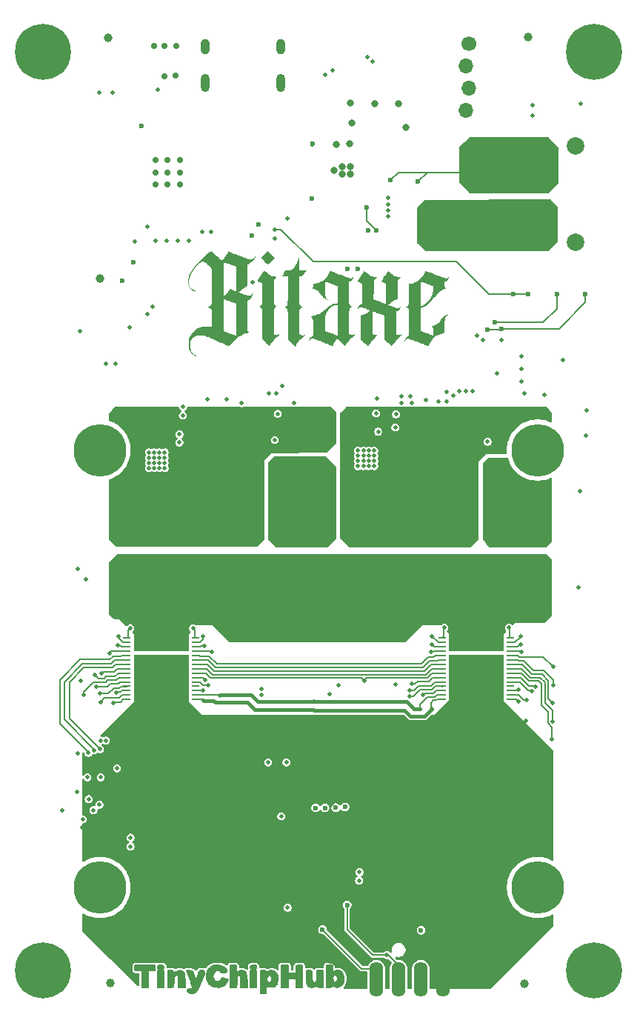
<source format=gbr>
%TF.GenerationSoftware,KiCad,Pcbnew,9.0.1*%
%TF.CreationDate,2025-09-16T14:58:38+08:00*%
%TF.ProjectId,BitaxeGT,42697461-7865-4475-942e-6b696361645f,v800*%
%TF.SameCoordinates,Original*%
%TF.FileFunction,Copper,L1,Top*%
%TF.FilePolarity,Positive*%
%FSLAX46Y46*%
G04 Gerber Fmt 4.6, Leading zero omitted, Abs format (unit mm)*
G04 Created by KiCad (PCBNEW 9.0.1) date 2025-09-16 14:58:38*
%MOMM*%
%LPD*%
G01*
G04 APERTURE LIST*
G04 Aperture macros list*
%AMRoundRect*
0 Rectangle with rounded corners*
0 $1 Rounding radius*
0 $2 $3 $4 $5 $6 $7 $8 $9 X,Y pos of 4 corners*
0 Add a 4 corners polygon primitive as box body*
4,1,4,$2,$3,$4,$5,$6,$7,$8,$9,$2,$3,0*
0 Add four circle primitives for the rounded corners*
1,1,$1+$1,$2,$3*
1,1,$1+$1,$4,$5*
1,1,$1+$1,$6,$7*
1,1,$1+$1,$8,$9*
0 Add four rect primitives between the rounded corners*
20,1,$1+$1,$2,$3,$4,$5,0*
20,1,$1+$1,$4,$5,$6,$7,0*
20,1,$1+$1,$6,$7,$8,$9,0*
20,1,$1+$1,$8,$9,$2,$3,0*%
G04 Aperture macros list end*
%TA.AperFunction,EtchedComponent*%
%ADD10C,0.020000*%
%TD*%
%TA.AperFunction,EtchedComponent*%
%ADD11C,0.200000*%
%TD*%
%TA.AperFunction,EtchedComponent*%
%ADD12C,0.000000*%
%TD*%
%TA.AperFunction,SMDPad,CuDef*%
%ADD13RoundRect,0.055250X-0.340750X-0.055250X0.340750X-0.055250X0.340750X0.055250X-0.340750X0.055250X0*%
%TD*%
%TA.AperFunction,SMDPad,CuDef*%
%ADD14R,6.300000X1.840000*%
%TD*%
%TA.AperFunction,SMDPad,CuDef*%
%ADD15R,6.300000X5.520000*%
%TD*%
%TA.AperFunction,SMDPad,CuDef*%
%ADD16C,1.000000*%
%TD*%
%TA.AperFunction,ComponentPad*%
%ADD17C,6.000000*%
%TD*%
%TA.AperFunction,ComponentPad*%
%ADD18C,0.800000*%
%TD*%
%TA.AperFunction,ComponentPad*%
%ADD19C,6.400000*%
%TD*%
%TA.AperFunction,ComponentPad*%
%ADD20O,1.574800X4.000000*%
%TD*%
%TA.AperFunction,ComponentPad*%
%ADD21C,1.500000*%
%TD*%
%TA.AperFunction,ComponentPad*%
%ADD22C,1.700000*%
%TD*%
%TA.AperFunction,ComponentPad*%
%ADD23O,1.700000X1.700000*%
%TD*%
%TA.AperFunction,ComponentPad*%
%ADD24C,0.400000*%
%TD*%
%TA.AperFunction,ComponentPad*%
%ADD25C,0.499999*%
%TD*%
%TA.AperFunction,ComponentPad*%
%ADD26C,3.000000*%
%TD*%
%TA.AperFunction,ComponentPad*%
%ADD27C,2.000000*%
%TD*%
%TA.AperFunction,ComponentPad*%
%ADD28O,1.000000X1.800000*%
%TD*%
%TA.AperFunction,ComponentPad*%
%ADD29O,1.000000X2.100000*%
%TD*%
%TA.AperFunction,ViaPad*%
%ADD30C,0.600000*%
%TD*%
%TA.AperFunction,ViaPad*%
%ADD31C,0.500000*%
%TD*%
%TA.AperFunction,ViaPad*%
%ADD32C,0.800000*%
%TD*%
%TA.AperFunction,ViaPad*%
%ADD33C,0.700000*%
%TD*%
%TA.AperFunction,ViaPad*%
%ADD34C,1.000000*%
%TD*%
%TA.AperFunction,Conductor*%
%ADD35C,0.200000*%
%TD*%
%TA.AperFunction,Conductor*%
%ADD36C,0.400000*%
%TD*%
G04 APERTURE END LIST*
D10*
%TO.C,LG1*%
X110001188Y-145891993D02*
X110001188Y-146191993D01*
X110001194Y-146191993D02*
X110001188Y-146191993D01*
X110168781Y-146484673D02*
X110401188Y-146491993D01*
X110401188Y-146491993D02*
X110801188Y-146491993D01*
X110801188Y-146491993D02*
X110801188Y-147441993D01*
X110801188Y-147441993D02*
X110801188Y-148391993D01*
X110801188Y-148391993D02*
X111151188Y-148391993D01*
X111151188Y-145891993D02*
X110001188Y-145891993D01*
X111151188Y-148391993D02*
X111501188Y-148391993D01*
X111501188Y-146491993D02*
X111901188Y-146491993D01*
X111501188Y-147441993D02*
X111501188Y-146491993D01*
X111501188Y-148391993D02*
X111501188Y-147441993D01*
X111901188Y-146491993D02*
X112144856Y-146484319D01*
X112301188Y-145891993D02*
X111151188Y-145891993D01*
X112301188Y-146191993D02*
X112301188Y-145891993D01*
X112601188Y-146491993D02*
X112601188Y-147441993D01*
X112601188Y-147441993D02*
X112601188Y-148391993D01*
X112601188Y-148391993D02*
X112951188Y-148391993D01*
X112951188Y-146491993D02*
X112601188Y-146491993D01*
X112951188Y-148391993D02*
X113301188Y-148391993D01*
X113301188Y-146491993D02*
X112951188Y-146491993D01*
X113301188Y-147441993D02*
X113301188Y-146491993D01*
X113301188Y-148391993D02*
X113301188Y-147441993D01*
X113801188Y-146491993D02*
X113801188Y-147441993D01*
X113801188Y-147441993D02*
X113801188Y-148391993D01*
X113801188Y-148391993D02*
X114089169Y-148391993D01*
X114101188Y-146491993D02*
X113801188Y-146491993D01*
X114387854Y-148163751D02*
X114433149Y-147648383D01*
X114681785Y-146621650D02*
X114524970Y-146707145D01*
X114995143Y-147462899D02*
X115001188Y-147738854D01*
X115001188Y-147738854D02*
X115001188Y-148391993D01*
X115001188Y-148391993D02*
X115351188Y-148391993D01*
X115351188Y-148391993D02*
X115701188Y-148391993D01*
X115672852Y-147219509D02*
X115642056Y-146990674D01*
X115694099Y-147483535D02*
X115672852Y-147219509D01*
X115701188Y-147748503D02*
X115694099Y-147483535D01*
X115701188Y-148391993D02*
X115701188Y-147748503D01*
X115906309Y-146544111D02*
X116005694Y-146801547D01*
X116005694Y-146801547D02*
X116120580Y-147094569D01*
X116009095Y-146499789D02*
X115913594Y-146503037D01*
X116120580Y-147094569D02*
X116256955Y-147435414D01*
X116127674Y-146501686D02*
X116009095Y-146499789D01*
X116209941Y-146507100D02*
X116127674Y-146501686D01*
X116256955Y-147435414D02*
X116389414Y-147783384D01*
X116270352Y-149050265D02*
X116455981Y-149071730D01*
X116389414Y-147783384D02*
X116492755Y-148098815D01*
X116492755Y-148098815D02*
X116565497Y-148362503D01*
X116781338Y-147066993D02*
X116682963Y-146745154D01*
X116842244Y-147268214D02*
X116781338Y-147066993D01*
X116905011Y-147437774D02*
X116842244Y-147268214D01*
X116962932Y-147568255D02*
X116905011Y-147437774D01*
X117084580Y-147430430D02*
X117031301Y-147569745D01*
X117140120Y-147252810D02*
X117084580Y-147430430D01*
X117192447Y-147041993D02*
X117140120Y-147252810D01*
X117275018Y-146705954D02*
X117192447Y-147041993D01*
X117281087Y-148484741D02*
X117546619Y-147825619D01*
X117546619Y-147825619D02*
X117905017Y-146855659D01*
X118433639Y-146321111D02*
X118433639Y-146321112D01*
X119857533Y-147478947D02*
X119810381Y-147568578D01*
X119899837Y-147400610D02*
X119857533Y-147478947D01*
X119935832Y-147335550D02*
X119899837Y-147400610D01*
X120001127Y-147301440D02*
X120001136Y-147301415D01*
X120217405Y-146719145D02*
X120410360Y-146668506D01*
X120286619Y-147402720D02*
X120001136Y-147301415D01*
X120464780Y-147865184D02*
X120511558Y-147771961D01*
X120511558Y-147771961D02*
X120558511Y-147671181D01*
X120558511Y-147671181D02*
X120595710Y-147585080D01*
X120569325Y-147510556D02*
X120286619Y-147402720D01*
X120901188Y-145891993D02*
X120901188Y-147141993D01*
X120901188Y-147141993D02*
X120901188Y-148391993D01*
X120901188Y-148391993D02*
X121246619Y-148391993D01*
X121246619Y-148391993D02*
X121592050Y-148391993D01*
X121251188Y-145891993D02*
X120901188Y-145891993D01*
X121592050Y-148391993D02*
X121621619Y-147716993D01*
X121601188Y-146295511D02*
X121593292Y-146040939D01*
X121605717Y-146530560D02*
X121601188Y-146295511D01*
X121621619Y-147716993D02*
X121644606Y-147327486D01*
X122058981Y-147348011D02*
X122080757Y-147716993D01*
X122080757Y-147716993D02*
X122110326Y-148391993D01*
X122110326Y-148391993D02*
X122455757Y-148391993D01*
X122455757Y-148391993D02*
X122801188Y-148391993D01*
X122801188Y-147664244D02*
X122792054Y-147325522D01*
X122801188Y-148391993D02*
X122801188Y-147664244D01*
X123201188Y-146491993D02*
X123201188Y-147441993D01*
X123201188Y-147441993D02*
X123201188Y-148391993D01*
X123201188Y-148391993D02*
X123551188Y-148391993D01*
X123493488Y-146491993D02*
X123201188Y-146491993D01*
X123493488Y-146491993D02*
X123551188Y-146491993D01*
X123551188Y-148391993D02*
X123901188Y-148391993D01*
X123901188Y-146491993D02*
X123551188Y-146491993D01*
X123901188Y-147441993D02*
X123901188Y-146491993D01*
X123901188Y-148391993D02*
X123901188Y-147441993D01*
X124401188Y-146491993D02*
X124401188Y-147460993D01*
X124401188Y-147791993D02*
X124401188Y-147460993D01*
X124401188Y-147791993D02*
X124401188Y-149091993D01*
X124401188Y-149091993D02*
X124701188Y-149091993D01*
X124701188Y-146491993D02*
X124401188Y-146491993D01*
X124701188Y-149091992D02*
X124701188Y-149091993D01*
X124993836Y-148924847D02*
X125001188Y-148693906D01*
X125001188Y-148295819D02*
X125426177Y-148352503D01*
X125001188Y-148693906D02*
X125001188Y-148295819D01*
X125030143Y-147460993D02*
X125041707Y-147411231D01*
X125217625Y-147050428D02*
X125094418Y-147204642D01*
X125426179Y-148352490D02*
X125426177Y-148352503D01*
X126301188Y-147455529D02*
X126295152Y-147295726D01*
X126701188Y-145891993D02*
X126701188Y-147141993D01*
X126701188Y-147141993D02*
X126701188Y-148391993D01*
X126701188Y-148391993D02*
X127101188Y-148391993D01*
X127101188Y-145891993D02*
X126701188Y-145891993D01*
X127101188Y-148391993D02*
X127501188Y-148391993D01*
X127501188Y-145891993D02*
X127101188Y-145891993D01*
X127501188Y-146341993D02*
X127501188Y-145891993D01*
X127501188Y-146791993D02*
X127501188Y-146341993D01*
X127501188Y-147391993D02*
X127951188Y-147391993D01*
X127501188Y-147891993D02*
X127501188Y-147391993D01*
X127501188Y-148391993D02*
X127501188Y-147891993D01*
X127951188Y-146791993D02*
X127501188Y-146791993D01*
X127951188Y-147391993D02*
X128401188Y-147391993D01*
X128401188Y-146341993D02*
X128401188Y-146791993D01*
X128401188Y-146791993D02*
X127951188Y-146791993D01*
X128401188Y-147391993D02*
X128401188Y-147891993D01*
X128401188Y-147891993D02*
X128401188Y-148391993D01*
X128401188Y-148391993D02*
X128751188Y-148391993D01*
X128408001Y-146058629D02*
X128401188Y-146341993D01*
X128751188Y-148391993D02*
X129101188Y-148391993D01*
X129101188Y-145891993D02*
X128751188Y-145891993D01*
X129101188Y-147141993D02*
X129101188Y-145891993D01*
X129101188Y-148391993D02*
X129101188Y-147141993D01*
X129601188Y-146491993D02*
X129601188Y-147284850D01*
X129601188Y-147284850D02*
X129609093Y-147673392D01*
X129901188Y-146491993D02*
X129601188Y-146491993D01*
X130201188Y-147033814D02*
X130195397Y-146682710D01*
X130212694Y-147408351D02*
X130201188Y-147033814D01*
X130801188Y-146491993D02*
X130801188Y-147033814D01*
X130801188Y-147033814D02*
X130787948Y-147464763D01*
X130904001Y-148361585D02*
X130904001Y-148361584D01*
X131151188Y-146491993D02*
X130801188Y-146491993D01*
X131151188Y-148391993D02*
X131501188Y-148391993D01*
X131501188Y-146491993D02*
X131151188Y-146491993D01*
X131501188Y-147441993D02*
X131501188Y-146491993D01*
X131501188Y-148391993D02*
X131501188Y-147441993D01*
X131901188Y-145891993D02*
X131901188Y-147141993D01*
X131901188Y-147141993D02*
X131901188Y-148391993D01*
X131901188Y-148391993D02*
X132192855Y-148391993D01*
X132251188Y-145891993D02*
X131901188Y-145891993D01*
X132601188Y-146311993D02*
X132593615Y-146043607D01*
X132605422Y-146511103D02*
X132601188Y-146311993D01*
X110013261Y-146369567D02*
G75*
G02*
X110001194Y-146191993I1299126J177479D01*
G01*
X110059521Y-146448243D02*
G75*
G02*
X110013261Y-146369567I71032J94703D01*
G01*
X110168781Y-146484673D02*
G75*
G02*
X110059521Y-146448243I40J182179D01*
G01*
X112242855Y-146448243D02*
G75*
G02*
X112144856Y-146484319I-109367J145949D01*
G01*
X112289115Y-146369567D02*
G75*
G02*
X112242855Y-146448243I-117433J16111D01*
G01*
X112301188Y-146191993D02*
G75*
G02*
X112289115Y-146369567I-1312496J37D01*
G01*
X112601188Y-146091993D02*
G75*
G02*
X112618917Y-145991747I292252J5D01*
G01*
X112618917Y-145991747D02*
G75*
G02*
X112669938Y-145931279I107918J-39299D01*
G01*
X112618917Y-146192239D02*
G75*
G02*
X112601188Y-146091993I274586J100253D01*
G01*
X112669938Y-145931279D02*
G75*
G02*
X112768760Y-145900211I120819J-211602D01*
G01*
X112669938Y-146252707D02*
G75*
G02*
X112618917Y-146192239I57334J100135D01*
G01*
X112768760Y-145900211D02*
G75*
G02*
X112951188Y-145891993I182494J-2022173D01*
G01*
X112768760Y-146283775D02*
G75*
G02*
X112669938Y-146252707I21749J241881D01*
G01*
X112951188Y-145891993D02*
G75*
G02*
X113133616Y-145900211I25J-2028376D01*
G01*
X112951188Y-146291993D02*
G75*
G02*
X112768760Y-146283775I-25J2028376D01*
G01*
X113133616Y-145900211D02*
G75*
G02*
X113232438Y-145931279I-21749J-241881D01*
G01*
X113133616Y-146283775D02*
G75*
G02*
X112951188Y-146291993I-182494J2022173D01*
G01*
X113232438Y-145931280D02*
G75*
G02*
X113283441Y-145991754I-57347J-100110D01*
G01*
X113232438Y-146252707D02*
G75*
G02*
X113133616Y-146283775I-120819J211602D01*
G01*
X113283459Y-145991747D02*
G75*
G02*
X113301188Y-146091993I-274586J-100253D01*
G01*
X113283459Y-146192239D02*
G75*
G02*
X113232438Y-146252707I-107918J39299D01*
G01*
X113301188Y-146091993D02*
G75*
G02*
X113283459Y-146192239I-292252J-5D01*
G01*
X114101188Y-146491993D02*
G75*
G02*
X114231209Y-146500863I3J-957349D01*
G01*
X114231209Y-146500863D02*
G75*
G02*
X114324588Y-146529105I-42108J-307720D01*
G01*
X114261118Y-148373196D02*
G75*
G02*
X114089169Y-148391993I-171963J777196D01*
G01*
X114324588Y-146529105D02*
G75*
G02*
X114380599Y-146575360I-67080J-138269D01*
G01*
X114344231Y-148311000D02*
G75*
G02*
X114261118Y-148373196I-110308J60775D01*
G01*
X114380599Y-146575360D02*
G75*
G02*
X114401188Y-146637342I-83282J-62075D01*
G01*
X114387854Y-148163751D02*
G75*
G02*
X114344231Y-148311000I-357772J25905D01*
G01*
X114414985Y-146704068D02*
G75*
G02*
X114401188Y-146637342I154769J66791D01*
G01*
X114433149Y-147648383D02*
G75*
G02*
X114469501Y-147376442I4588809J-475014D01*
G01*
X114452156Y-146727040D02*
G75*
G02*
X114414985Y-146704068I-2209J37985D01*
G01*
X114469501Y-147376442D02*
G75*
G02*
X114554585Y-147131472I749453J-123042D01*
G01*
X114524970Y-146707145D02*
G75*
G02*
X114452156Y-146727040I-82883J160149D01*
G01*
X114554585Y-147131472D02*
G75*
G02*
X114679857Y-147024282I206340J-114350D01*
G01*
X114679857Y-147024282D02*
G75*
G02*
X114844466Y-147025576I80576J-220577D01*
G01*
X114681785Y-146621650D02*
G75*
G02*
X114958859Y-146521020I426993J-743918D01*
G01*
X114844466Y-147025576D02*
G75*
G02*
X114920177Y-147089823I-53760J-140086D01*
G01*
X114920177Y-147089823D02*
G75*
G02*
X114967887Y-147211718I-361504J-211778D01*
G01*
X114958859Y-146521020D02*
G75*
G02*
X115234226Y-146530413I115626J-651333D01*
G01*
X114967887Y-147211718D02*
G75*
G02*
X114995143Y-147462899I-1143433J-251145D01*
G01*
X115234226Y-146530413D02*
G75*
G02*
X115461412Y-146647542I-134115J-539025D01*
G01*
X115461412Y-146647542D02*
G75*
G02*
X115604725Y-146851296I-327813J-382849D01*
G01*
X115604725Y-146851296D02*
G75*
G02*
X115642056Y-146990674I-665387J-252906D01*
G01*
X115901188Y-146516524D02*
G75*
G02*
X115913594Y-146503037I13499J32D01*
G01*
X115906309Y-146544111D02*
G75*
G02*
X115901188Y-146516524I71093J27466D01*
G01*
X116014319Y-148700813D02*
G75*
G02*
X116043812Y-148635548I99595J-5710D01*
G01*
X116019233Y-148816993D02*
G75*
G02*
X116014319Y-148700813I583176J82860D01*
G01*
X116043812Y-148635548D02*
G75*
G02*
X116112879Y-148601406I86091J-87227D01*
G01*
X116055344Y-148932709D02*
G75*
G02*
X116019233Y-148816993I337434J168794D01*
G01*
X116112879Y-148601406D02*
G75*
G02*
X116247371Y-148591993I134459J-955625D01*
G01*
X116122751Y-149004561D02*
G75*
G02*
X116055344Y-148932709I86651J148835D01*
G01*
X116209941Y-146507100D02*
G75*
G02*
X116489910Y-146545607I-74427J-1578154D01*
G01*
X116270352Y-149050265D02*
G75*
G02*
X116122751Y-149004561I25021J341995D01*
G01*
X116350765Y-148581822D02*
G75*
G02*
X116247371Y-148591993I-103418J520687D01*
G01*
X116446522Y-148551706D02*
G75*
G02*
X116350765Y-148581822I-185796J423465D01*
G01*
X116489910Y-146545607D02*
G75*
G02*
X116604394Y-146612075I-50461J-218740D01*
G01*
X116521057Y-148507397D02*
G75*
G02*
X116446522Y-148551706I-216035J278562D01*
G01*
X116560093Y-148454846D02*
G75*
G02*
X116521057Y-148507397I-113568J43587D01*
G01*
X116565497Y-148362503D02*
G75*
G02*
X116560093Y-148454846I-147735J-37684D01*
G01*
X116604394Y-146612075D02*
G75*
G02*
X116682963Y-146745154I-270467J-249415D01*
G01*
X116799569Y-149037474D02*
G75*
G02*
X116455981Y-149071730I-269573J963597D01*
G01*
X116998082Y-147591993D02*
G75*
G02*
X116962932Y-147568255I7J37904D01*
G01*
X117031301Y-147569745D02*
G75*
G02*
X116998082Y-147591993I-33191J13635D01*
G01*
X117042576Y-148884339D02*
G75*
G02*
X116799569Y-149037474I-378318J330967D01*
G01*
X117275018Y-146705954D02*
G75*
G02*
X117345648Y-146565130I317093J-70913D01*
G01*
X117281087Y-148484741D02*
G75*
G02*
X117042576Y-148884339I-1213184J453142D01*
G01*
X117345648Y-146565130D02*
G75*
G02*
X117450030Y-146507670I129021J-110840D01*
G01*
X117450030Y-146507670D02*
G75*
G02*
X117665098Y-146491993I215056J-1467230D01*
G01*
X117665098Y-146491993D02*
G75*
G02*
X117888590Y-146525984I-22J-751873D01*
G01*
X117888590Y-146525984D02*
G75*
G02*
X117956066Y-146626727I-28677J-92176D01*
G01*
X117956066Y-146626727D02*
G75*
G02*
X117905017Y-146855659I-894868J79387D01*
G01*
X118209576Y-146878176D02*
G75*
G02*
X118433639Y-146321111I1451843J-260367D01*
G01*
X118221892Y-147497280D02*
G75*
G02*
X118209576Y-146878176I1541843J340347D01*
G01*
X118433639Y-146321112D02*
G75*
G02*
X118840000Y-145990000I738948J-491971D01*
G01*
X118479432Y-148000247D02*
G75*
G02*
X118221892Y-147497280I832526J743707D01*
G01*
X118840000Y-145990000D02*
G75*
G02*
X119301977Y-145893722I497670J-1231496D01*
G01*
X118901188Y-147141993D02*
G75*
G02*
X118992463Y-146808466I655017J-3D01*
G01*
X118938510Y-148305221D02*
G75*
G02*
X118479432Y-148000247I355046J1032464D01*
G01*
X118992463Y-146808466D02*
G75*
G02*
X119241133Y-146566169I572333J-338633D01*
G01*
X119000589Y-147496184D02*
G75*
G02*
X118901188Y-147141993I581227J354161D01*
G01*
X119241133Y-146566169D02*
G75*
G02*
X119547109Y-146504514I249327J-447275D01*
G01*
X119267831Y-147735465D02*
G75*
G02*
X119000589Y-147496184I262535J562089D01*
G01*
X119301977Y-145893722D02*
G75*
G02*
X119814958Y-145950646I50699J-1882989D01*
G01*
X119538527Y-148387286D02*
G75*
G02*
X118938510Y-148305221I-92546J1557894D01*
G01*
X119547109Y-146504514D02*
G75*
G02*
X119800386Y-146641026I-42454J-381980D01*
G01*
X119579378Y-147758459D02*
G75*
G02*
X119267831Y-147735465I-125514J421482D01*
G01*
X119810381Y-147568578D02*
G75*
G02*
X119579378Y-147758459I-340996J179389D01*
G01*
X119814958Y-145950646D02*
G75*
G02*
X120243738Y-146131101I-381152J-1505297D01*
G01*
X119871106Y-146701673D02*
G75*
G02*
X119800386Y-146641026I142519J237747D01*
G01*
X119935832Y-147335550D02*
G75*
G02*
X119948518Y-147316542I119570J-66064D01*
G01*
X119948518Y-147316542D02*
G75*
G02*
X120001127Y-147301440I36818J-29073D01*
G01*
X119959214Y-146736763D02*
G75*
G02*
X119871106Y-146701673I64383J289822D01*
G01*
X120064925Y-146745169D02*
G75*
G02*
X119959214Y-146736763I-22843J381626D01*
G01*
X120100565Y-148235279D02*
G75*
G02*
X119538527Y-148387286I-646925J1276916D01*
G01*
X120217405Y-146719145D02*
G75*
G02*
X120064925Y-146745169I-194915J682331D01*
G01*
X120243738Y-146131101D02*
G75*
G02*
X120453232Y-146398432I-253296J-414246D01*
G01*
X120453232Y-146398432D02*
G75*
G02*
X120494306Y-146555538I-1499129J-475856D01*
G01*
X120464780Y-147865184D02*
G75*
G02*
X120100565Y-148235279I-732273J356377D01*
G01*
X120477749Y-146623820D02*
G75*
G02*
X120410360Y-146668506I-104561J84528D01*
G01*
X120494306Y-146555538D02*
G75*
G02*
X120477749Y-146623820I-80391J-16655D01*
G01*
X120569325Y-147510556D02*
G75*
G02*
X120601188Y-147556741I-17661J-46268D01*
G01*
X120601188Y-147556741D02*
G75*
G02*
X120595710Y-147585080I-76817J150D01*
G01*
X121251188Y-145891993D02*
G75*
G02*
X121468970Y-145901952I3J-2386135D01*
G01*
X121468970Y-145901952D02*
G75*
G02*
X121554505Y-145945815I-11820J-128378D01*
G01*
X121554504Y-145945816D02*
G75*
G02*
X121593293Y-146040939I-121104J-104854D01*
G01*
X121631758Y-146618894D02*
G75*
G02*
X121605723Y-146530560I137042J88394D01*
G01*
X121644606Y-147327486D02*
G75*
G02*
X121679736Y-147155064I692654J-51334D01*
G01*
X121679737Y-147155064D02*
G75*
G02*
X121744202Y-147073102I148463J-50436D01*
G01*
X121685554Y-146639317D02*
G75*
G02*
X121631780Y-146618880I-13054J46617D01*
G01*
X121744198Y-147073096D02*
G75*
G02*
X121851188Y-147041993I107002J-168504D01*
G01*
X121794614Y-146595511D02*
G75*
G02*
X121685555Y-146639319I-254014J474711D01*
G01*
X121794614Y-146595511D02*
G75*
G02*
X122035282Y-146508572I418486J-781889D01*
G01*
X121851188Y-147041993D02*
G75*
G02*
X121958176Y-147073098I12J-199507D01*
G01*
X121958178Y-147073096D02*
G75*
G02*
X122022637Y-147155065I-84328J-132644D01*
G01*
X122022639Y-147155064D02*
G75*
G02*
X122058981Y-147348011I-658659J-223956D01*
G01*
X122035282Y-146508571D02*
G75*
G02*
X122277212Y-146500922I143218J-700029D01*
G01*
X122277213Y-146500914D02*
G75*
G02*
X122489397Y-146572652I-83213J-595786D01*
G01*
X122489395Y-146572655D02*
G75*
G02*
X122645506Y-146714252I-234095J-414945D01*
G01*
X122645518Y-146714244D02*
G75*
G02*
X122715219Y-146856354I-420018J-294156D01*
G01*
X122715210Y-146856357D02*
G75*
G02*
X122763206Y-147059832I-1444072J-448028D01*
G01*
X122763206Y-147059832D02*
G75*
G02*
X122792054Y-147325522I-2432159J-398489D01*
G01*
X123201188Y-146091993D02*
G75*
G02*
X123218923Y-145991749I292212J-7D01*
G01*
X123218917Y-145991747D02*
G75*
G02*
X123269934Y-145931272I107883J-39253D01*
G01*
X123218918Y-146192239D02*
G75*
G02*
X123201193Y-146091993I274582J100239D01*
G01*
X123269938Y-145931279D02*
G75*
G02*
X123368759Y-145900196I120862J-211621D01*
G01*
X123269938Y-146252707D02*
G75*
G02*
X123218943Y-146192230I57362J100107D01*
G01*
X123368760Y-145900211D02*
G75*
G02*
X123551188Y-145891989I182540J-2022189D01*
G01*
X123368760Y-146283775D02*
G75*
G02*
X123269937Y-146252709I21740J241875D01*
G01*
X123551188Y-145891993D02*
G75*
G02*
X123733616Y-145900212I12J-2028407D01*
G01*
X123551188Y-146291993D02*
G75*
G02*
X123368760Y-146283772I12J2028393D01*
G01*
X123733616Y-145900211D02*
G75*
G02*
X123832445Y-145931267I-21716J-241889D01*
G01*
X123733616Y-146283775D02*
G75*
G02*
X123551188Y-146291995I-182516J2022175D01*
G01*
X123832438Y-145931279D02*
G75*
G02*
X123883450Y-145991750I-57338J-100121D01*
G01*
X123832438Y-146252707D02*
G75*
G02*
X123733617Y-146283782I-120838J211607D01*
G01*
X123883459Y-145991747D02*
G75*
G02*
X123901190Y-146091993I-274559J-100253D01*
G01*
X123883459Y-146192239D02*
G75*
G02*
X123832437Y-146252704I-107959J39339D01*
G01*
X123901188Y-146091993D02*
G75*
G02*
X123883462Y-146192240I-292288J-7D01*
G01*
X124701188Y-146491993D02*
G75*
G02*
X124816106Y-146499530I12J-879707D01*
G01*
X124816106Y-146499532D02*
G75*
G02*
X124913060Y-146522410I-64606J-490668D01*
G01*
X124878646Y-149079956D02*
G75*
G02*
X124701188Y-149091996I-177446J1301556D01*
G01*
X124913063Y-146522401D02*
G75*
G02*
X124980024Y-146555759I-94163J-272899D01*
G01*
X124957348Y-149033819D02*
G75*
G02*
X124878647Y-149079960I-94748J71419D01*
G01*
X124980022Y-146555762D02*
G75*
G02*
X125001143Y-146595511I-26822J-39738D01*
G01*
X124993836Y-148924847D02*
G75*
G02*
X124957353Y-149033822I-181136J47D01*
G01*
X125014807Y-146633427D02*
G75*
G02*
X125001163Y-146595511I45893J37927D01*
G01*
X125030143Y-147460993D02*
G75*
G02*
X125217613Y-147050414I543357J-7D01*
G01*
X125041707Y-147411231D02*
G75*
G02*
X125094427Y-147204647I445493J-3669D01*
G01*
X125047901Y-146649030D02*
G75*
G02*
X125014825Y-146633412I-1J42830D01*
G01*
X125081980Y-147644433D02*
G75*
G02*
X125041704Y-147411231I623320J227733D01*
G01*
X125106183Y-146637411D02*
G75*
G02*
X125047901Y-146649011I-58183J140111D01*
G01*
X125194261Y-147826585D02*
G75*
G02*
X125081984Y-147644432I388239J364985D01*
G01*
X125194614Y-146595511D02*
G75*
G02*
X125106184Y-146637413I-472414J882711D01*
G01*
X125194614Y-146595511D02*
G75*
G02*
X125423570Y-146511897I408386J-762989D01*
G01*
X125217625Y-147050428D02*
G75*
G02*
X125360091Y-147001099I132775J-153072D01*
G01*
X125345526Y-147891993D02*
G75*
G02*
X125194275Y-147826572I-26J207493D01*
G01*
X125360090Y-147001113D02*
G75*
G02*
X125499488Y-147063452I-10090J-209587D01*
G01*
X125423569Y-146511893D02*
G75*
G02*
X125652537Y-146502791I141131J-665807D01*
G01*
X125499502Y-147063438D02*
G75*
G02*
X125613628Y-147229341I-412202J-405762D01*
G01*
X125501720Y-147831268D02*
G75*
G02*
X125345526Y-147892008I-156120J170268D01*
G01*
X125613620Y-147229344D02*
G75*
G02*
X125660128Y-147442954I-470720J-214356D01*
G01*
X125617045Y-147665143D02*
G75*
G02*
X125501721Y-147831269I-425145J172043D01*
G01*
X125652538Y-146502787D02*
G75*
G02*
X125871101Y-146570165I-87438J-671813D01*
G01*
X125660137Y-147442954D02*
G75*
G02*
X125617044Y-147665142I-590757J-696D01*
G01*
X125823545Y-148344989D02*
G75*
G02*
X125426179Y-148352492I-223245J1297089D01*
G01*
X125871100Y-146570168D02*
G75*
G02*
X126069749Y-146709418I-385200J-760832D01*
G01*
X126069743Y-146709424D02*
G75*
G02*
X126185340Y-146844650I-558643J-594576D01*
G01*
X126094673Y-148202418D02*
G75*
G02*
X125823541Y-148344963I-355373J346818D01*
G01*
X126185336Y-146844653D02*
G75*
G02*
X126254971Y-146989017I-447736J-304947D01*
G01*
X126251273Y-147912529D02*
G75*
G02*
X126094675Y-148202420I-586773J129729D01*
G01*
X126258684Y-146987864D02*
G75*
G02*
X126295150Y-147295726I-813384J-252436D01*
G01*
X126295152Y-147295726D02*
G75*
G02*
X126251274Y-147912529I-2111252J-159774D01*
G01*
X128408001Y-146058629D02*
G75*
G02*
X128445651Y-145949151I178199J-71D01*
G01*
X128445632Y-145949136D02*
G75*
G02*
X128530265Y-145902605I96268J-74864D01*
G01*
X128530264Y-145902592D02*
G75*
G02*
X128751188Y-145891996I220836J-2296008D01*
G01*
X129636098Y-147936481D02*
G75*
G02*
X129609097Y-147673392I2116802J350181D01*
G01*
X129683654Y-148117675D02*
G75*
G02*
X129636091Y-147936482I949846J346175D01*
G01*
X129758331Y-148234850D02*
G75*
G02*
X129683658Y-148117674I227169J227150D01*
G01*
X129901188Y-146491993D02*
G75*
G02*
X130084213Y-146507014I12J-1122407D01*
G01*
X129923054Y-148339665D02*
G75*
G02*
X129758336Y-148234845I153446J422965D01*
G01*
X130084213Y-146507016D02*
G75*
G02*
X130162312Y-146562164I-18013J-108384D01*
G01*
X130144802Y-148385889D02*
G75*
G02*
X129923050Y-148339676I50298J796489D01*
G01*
X130162346Y-146562145D02*
G75*
G02*
X130195387Y-146682710I-231146J-128155D01*
G01*
X130264196Y-147711753D02*
G75*
G02*
X130212681Y-147408351I868004J303453D01*
G01*
X130357709Y-147842448D02*
G75*
G02*
X130264199Y-147711752I176591J225148D01*
G01*
X130386002Y-148368854D02*
G75*
G02*
X130144801Y-148385897I-184002J888754D01*
G01*
X130501188Y-147891993D02*
G75*
G02*
X130357705Y-147842454I12J232593D01*
G01*
X130607762Y-148288475D02*
G75*
G02*
X130386000Y-148368844I-388762J726575D01*
G01*
X130607762Y-148288475D02*
G75*
G02*
X130696194Y-148246575I472438J-882825D01*
G01*
X130644667Y-147842448D02*
G75*
G02*
X130501188Y-147891992I-143467J182948D01*
G01*
X130696194Y-148246575D02*
G75*
G02*
X130754475Y-148234967I58206J-140125D01*
G01*
X130738180Y-147711753D02*
G75*
G02*
X130644652Y-147842428I-269880J94353D01*
G01*
X130754475Y-148234956D02*
G75*
G02*
X130787569Y-148250559I25J-42844D01*
G01*
X130787569Y-148250559D02*
G75*
G02*
X130801227Y-148288475I-45869J-37941D01*
G01*
X130787948Y-147464763D02*
G75*
G02*
X130738168Y-147711749I-916748J56263D01*
G01*
X130824695Y-148328365D02*
G75*
G02*
X130801129Y-148288475I22105J39965D01*
G01*
X130904001Y-148361585D02*
G75*
G02*
X130824694Y-148328366I111799J378185D01*
G01*
X131017083Y-148384479D02*
G75*
G02*
X130904000Y-148361586I73617J654379D01*
G01*
X131151188Y-148391993D02*
G75*
G02*
X131017083Y-148384478I12J1200493D01*
G01*
X132251188Y-145891993D02*
G75*
G02*
X132470194Y-145902171I12J-2361007D01*
G01*
X132307849Y-148382770D02*
G75*
G02*
X132192855Y-148391999I-115049J712470D01*
G01*
X132412308Y-148355274D02*
G75*
G02*
X132307848Y-148382764I-193108J521574D01*
G01*
X132470194Y-145902172D02*
G75*
G02*
X132555381Y-145946971I-11694J-125628D01*
G01*
X132492205Y-148314995D02*
G75*
G02*
X132412310Y-148355279I-218405J333795D01*
G01*
X132530355Y-148266993D02*
G75*
G02*
X132492219Y-148315016I-91355J33393D01*
G01*
X132530355Y-148266993D02*
G75*
G02*
X132559797Y-148209802I243745J-89307D01*
G01*
X132555355Y-145946993D02*
G75*
G02*
X132593612Y-146043607I-128355J-106707D01*
G01*
X132559794Y-148209800D02*
G75*
G02*
X132593521Y-148191994I33706J-23000D01*
G01*
X132593521Y-148191993D02*
G75*
G02*
X132637925Y-148207012I-121J-73507D01*
G01*
X132595290Y-147360059D02*
G75*
G02*
X132640588Y-147133545I685710J-19341D01*
G01*
X132624752Y-147598017D02*
G75*
G02*
X132595293Y-147360059I764248J215417D01*
G01*
X132626188Y-146619493D02*
G75*
G02*
X132605425Y-146511103I269412J107793D01*
G01*
X132637948Y-148206982D02*
G75*
G02*
X132708688Y-148266993I-532348J-699218D01*
G01*
X132640592Y-147133546D02*
G75*
G02*
X132748670Y-147012809I212808J-81754D01*
G01*
X132665055Y-146641162D02*
G75*
G02*
X132626170Y-146619500I-6055J34862D01*
G01*
X132713794Y-147778587D02*
G75*
G02*
X132624772Y-147598011I441906J330087D01*
G01*
X132721188Y-146611993D02*
G75*
G02*
X132665054Y-146641156I-74188J74193D01*
G01*
X132721188Y-146611993D02*
G75*
G02*
X132862164Y-146528808I231812J-231807D01*
G01*
X132748658Y-147012786D02*
G75*
G02*
X132911001Y-146992794I108142J-209014D01*
G01*
X132840289Y-147841993D02*
G75*
G02*
X132713797Y-147778584I11J157893D01*
G01*
X132862162Y-146528800D02*
G75*
G02*
X133069041Y-146496304I232738J-806900D01*
G01*
X132892700Y-148365903D02*
G75*
G02*
X132708696Y-148266985I91500J390803D01*
G01*
X132910995Y-146992819D02*
G75*
G02*
X133070706Y-147085714I-73195J-309581D01*
G01*
X133007395Y-147795781D02*
G75*
G02*
X132840289Y-147842008I-167095J278881D01*
G01*
X133069041Y-146496296D02*
G75*
G02*
X133294876Y-146515939I29759J-965904D01*
G01*
X133070695Y-147085724D02*
G75*
G02*
X133164022Y-147257468I-286795J-267076D01*
G01*
X133129056Y-147669933D02*
G75*
G02*
X133007392Y-147795776I-294756J163233D01*
G01*
X133144076Y-148385047D02*
G75*
G02*
X132892701Y-148365900I-64076J818447D01*
G01*
X133164008Y-147257471D02*
G75*
G02*
X133184446Y-147480357I-706108J-177129D01*
G01*
X133184460Y-147480358D02*
G75*
G02*
X133129060Y-147669935I-448760J28258D01*
G01*
X133294875Y-146515944D02*
G75*
G02*
X133494051Y-146588164I-150475J-725756D01*
G01*
X133399498Y-148326141D02*
G75*
G02*
X133144077Y-148385055I-324598J824141D01*
G01*
X133494047Y-146588171D02*
G75*
G02*
X133751850Y-146866564I-274247J-512529D01*
G01*
X133595610Y-148197571D02*
G75*
G02*
X133399502Y-148326151I-406910J406771D01*
G01*
X133751864Y-146866558D02*
G75*
G02*
X133864781Y-147330237I-1248964J-549742D01*
G01*
X133812593Y-147826393D02*
G75*
G02*
X133595600Y-148197561I-816093J228093D01*
G01*
X133864777Y-147330237D02*
G75*
G02*
X133812594Y-147826393I-1490477J-94063D01*
G01*
D11*
X113301188Y-148391993D02*
X112601188Y-148391993D01*
X112601188Y-146491993D01*
X113301188Y-146491993D01*
X113301188Y-148391993D01*
%TA.AperFunction,EtchedComponent*%
G36*
X113301188Y-148391993D02*
G01*
X112601188Y-148391993D01*
X112601188Y-146491993D01*
X113301188Y-146491993D01*
X113301188Y-148391993D01*
G37*
%TD.AperFunction*%
X123901188Y-148391993D02*
X123201188Y-148391993D01*
X123201188Y-146491993D01*
X123901188Y-146491993D01*
X123901188Y-148391993D01*
%TA.AperFunction,EtchedComponent*%
G36*
X123901188Y-148391993D02*
G01*
X123201188Y-148391993D01*
X123201188Y-146491993D01*
X123901188Y-146491993D01*
X123901188Y-148391993D01*
G37*
%TD.AperFunction*%
X132710000Y-146710000D02*
X132680000Y-146910000D01*
X132500000Y-146860000D01*
X132360000Y-146480000D01*
X132360000Y-146470000D01*
X132710000Y-146710000D01*
%TA.AperFunction,EtchedComponent*%
G36*
X132710000Y-146710000D02*
G01*
X132680000Y-146910000D01*
X132500000Y-146860000D01*
X132360000Y-146480000D01*
X132360000Y-146470000D01*
X132710000Y-146710000D01*
G37*
%TD.AperFunction*%
X125001188Y-148295819D02*
X124997512Y-148809377D01*
X124984464Y-148982304D01*
X124957348Y-149033819D01*
X124922610Y-149064758D01*
X124878646Y-149079956D01*
X124790121Y-149088981D01*
X124401188Y-149091993D01*
X124400000Y-148190000D01*
X125001188Y-148295819D01*
%TA.AperFunction,EtchedComponent*%
G36*
X125001188Y-148295819D02*
G01*
X124997512Y-148809377D01*
X124984464Y-148982304D01*
X124957348Y-149033819D01*
X124922610Y-149064758D01*
X124878646Y-149079956D01*
X124790121Y-149088981D01*
X124401188Y-149091993D01*
X124400000Y-148190000D01*
X125001188Y-148295819D01*
G37*
%TD.AperFunction*%
X132640592Y-147133546D02*
X132608338Y-147244881D01*
X132595290Y-147360059D01*
X132600987Y-147480157D01*
X132624752Y-147598017D01*
X132660964Y-147692398D01*
X132769539Y-147825256D01*
X132574450Y-148196717D01*
X132492205Y-148314995D01*
X132412308Y-148355274D01*
X132307849Y-148382770D01*
X132192855Y-148391993D01*
X131901188Y-148391993D01*
X131901188Y-145891993D01*
X132640592Y-147133546D01*
%TA.AperFunction,EtchedComponent*%
G36*
X132640592Y-147133546D02*
G01*
X132608338Y-147244881D01*
X132595290Y-147360059D01*
X132600987Y-147480157D01*
X132624752Y-147598017D01*
X132660964Y-147692398D01*
X132769539Y-147825256D01*
X132574450Y-148196717D01*
X132492205Y-148314995D01*
X132412308Y-148355274D01*
X132307849Y-148382770D01*
X132192855Y-148391993D01*
X131901188Y-148391993D01*
X131901188Y-145891993D01*
X132640592Y-147133546D01*
G37*
%TD.AperFunction*%
X127501188Y-146791993D02*
X128401188Y-146791993D01*
X128408001Y-146058629D01*
X128417677Y-146000740D01*
X128483147Y-145917131D01*
X128640599Y-145894643D01*
X129101188Y-145891993D01*
X129101188Y-148391993D01*
X128401188Y-148391993D01*
X128401188Y-147391993D01*
X127501188Y-147391993D01*
X127501188Y-148391993D01*
X126701188Y-148391993D01*
X126701188Y-145891993D01*
X127501188Y-145891993D01*
X127501188Y-146791993D01*
%TA.AperFunction,EtchedComponent*%
G36*
X127501188Y-146791993D02*
G01*
X128401188Y-146791993D01*
X128408001Y-146058629D01*
X128417677Y-146000740D01*
X128483147Y-145917131D01*
X128640599Y-145894643D01*
X129101188Y-145891993D01*
X129101188Y-148391993D01*
X128401188Y-148391993D01*
X128401188Y-147391993D01*
X127501188Y-147391993D01*
X127501188Y-148391993D01*
X126701188Y-148391993D01*
X126701188Y-145891993D01*
X127501188Y-145891993D01*
X127501188Y-146791993D01*
G37*
%TD.AperFunction*%
X112301188Y-146191993D02*
X112298165Y-146280985D01*
X112289115Y-146369567D01*
X112273862Y-146413534D01*
X112242855Y-146448243D01*
X112196493Y-146473445D01*
X112144856Y-146484319D01*
X112023022Y-146488156D01*
X111501188Y-146491993D01*
X111501188Y-148391993D01*
X110801188Y-148391993D01*
X110801188Y-146491993D01*
X110401188Y-146491993D01*
X110111198Y-146475320D01*
X110059521Y-146448243D01*
X110013261Y-146369567D01*
X110001188Y-145891993D01*
X112301188Y-145891993D01*
X112301188Y-146191993D01*
%TA.AperFunction,EtchedComponent*%
G36*
X112301188Y-146191993D02*
G01*
X112298165Y-146280985D01*
X112289115Y-146369567D01*
X112273862Y-146413534D01*
X112242855Y-146448243D01*
X112196493Y-146473445D01*
X112144856Y-146484319D01*
X112023022Y-146488156D01*
X111501188Y-146491993D01*
X111501188Y-148391993D01*
X110801188Y-148391993D01*
X110801188Y-146491993D01*
X110401188Y-146491993D01*
X110111198Y-146475320D01*
X110059521Y-146448243D01*
X110013261Y-146369567D01*
X110001188Y-145891993D01*
X112301188Y-145891993D01*
X112301188Y-146191993D01*
G37*
%TD.AperFunction*%
X123642495Y-145894048D02*
X123733616Y-145900211D01*
X123784704Y-145910415D01*
X123832438Y-145931279D01*
X123883459Y-145991747D01*
X123901188Y-146091993D01*
X123896722Y-146142894D01*
X123883459Y-146192239D01*
X123832438Y-146252707D01*
X123784698Y-146273553D01*
X123733616Y-146283775D01*
X123642494Y-146289936D01*
X123459881Y-146289938D01*
X123368760Y-146283775D01*
X123317672Y-146273571D01*
X123269938Y-146252707D01*
X123218918Y-146192239D01*
X123201190Y-146091993D01*
X123218917Y-145991747D01*
X123239058Y-145956979D01*
X123317678Y-145910433D01*
X123459882Y-145894050D01*
X123551188Y-145891993D01*
X123642495Y-145894048D01*
%TA.AperFunction,EtchedComponent*%
G36*
X123642495Y-145894048D02*
G01*
X123733616Y-145900211D01*
X123784704Y-145910415D01*
X123832438Y-145931279D01*
X123883459Y-145991747D01*
X123901188Y-146091993D01*
X123896722Y-146142894D01*
X123883459Y-146192239D01*
X123832438Y-146252707D01*
X123784698Y-146273553D01*
X123733616Y-146283775D01*
X123642494Y-146289936D01*
X123459881Y-146289938D01*
X123368760Y-146283775D01*
X123317672Y-146273571D01*
X123269938Y-146252707D01*
X123218918Y-146192239D01*
X123201190Y-146091993D01*
X123218917Y-145991747D01*
X123239058Y-145956979D01*
X123317678Y-145910433D01*
X123459882Y-145894050D01*
X123551188Y-145891993D01*
X123642495Y-145894048D01*
G37*
%TD.AperFunction*%
X113042495Y-145894048D02*
X113133616Y-145900211D01*
X113184704Y-145910415D01*
X113232438Y-145931280D01*
X113283459Y-145991747D01*
X113301188Y-146091993D01*
X113283459Y-146192239D01*
X113263318Y-146227007D01*
X113232438Y-146252707D01*
X113184698Y-146273553D01*
X113133616Y-146283775D01*
X113042494Y-146289936D01*
X112859881Y-146289938D01*
X112768760Y-146283775D01*
X112717672Y-146273571D01*
X112669938Y-146252707D01*
X112639085Y-146226985D01*
X112618917Y-146192239D01*
X112605655Y-146142894D01*
X112601188Y-146091993D01*
X112605654Y-146041092D01*
X112618917Y-145991747D01*
X112669938Y-145931279D01*
X112717678Y-145910433D01*
X112859882Y-145894050D01*
X112951188Y-145891993D01*
X113042495Y-145894048D01*
%TA.AperFunction,EtchedComponent*%
G36*
X113042495Y-145894048D02*
G01*
X113133616Y-145900211D01*
X113184704Y-145910415D01*
X113232438Y-145931280D01*
X113283459Y-145991747D01*
X113301188Y-146091993D01*
X113283459Y-146192239D01*
X113263318Y-146227007D01*
X113232438Y-146252707D01*
X113184698Y-146273553D01*
X113133616Y-146283775D01*
X113042494Y-146289936D01*
X112859881Y-146289938D01*
X112768760Y-146283775D01*
X112717672Y-146273571D01*
X112669938Y-146252707D01*
X112639085Y-146226985D01*
X112618917Y-146192239D01*
X112605655Y-146142894D01*
X112601188Y-146091993D01*
X112605654Y-146041092D01*
X112618917Y-145991747D01*
X112669938Y-145931279D01*
X112717678Y-145910433D01*
X112859882Y-145894050D01*
X112951188Y-145891993D01*
X113042495Y-145894048D01*
G37*
%TD.AperFunction*%
X121360193Y-145894484D02*
X121468970Y-145901952D01*
X121554504Y-145945816D01*
X121593292Y-146040939D01*
X121601188Y-146295511D01*
X121603453Y-146413035D01*
X121612373Y-146576603D01*
X121631758Y-146618894D01*
X121685554Y-146639317D01*
X121741283Y-146620399D01*
X121794614Y-146595511D01*
X121911796Y-146543315D01*
X122035282Y-146508571D01*
X122155921Y-146494424D01*
X122277213Y-146500914D01*
X122386672Y-146526822D01*
X122489395Y-146572655D01*
X122575383Y-146634708D01*
X122645518Y-146714244D01*
X122715210Y-146856357D01*
X122763206Y-147059832D01*
X122781234Y-147192286D01*
X122796621Y-147494883D01*
X122801188Y-148391993D01*
X122110326Y-148391993D01*
X122090000Y-147880000D01*
X122069869Y-147532502D01*
X122058981Y-147348011D01*
X122047651Y-147250249D01*
X121997403Y-147108577D01*
X121851188Y-147041993D01*
X121744198Y-147073096D01*
X121679737Y-147155064D01*
X121644606Y-147327486D01*
X121621619Y-147716993D01*
X121592050Y-148391993D01*
X120901188Y-148391993D01*
X120901188Y-145891993D01*
X121360193Y-145894484D01*
%TA.AperFunction,EtchedComponent*%
G36*
X121360193Y-145894484D02*
G01*
X121468970Y-145901952D01*
X121554504Y-145945816D01*
X121593292Y-146040939D01*
X121601188Y-146295511D01*
X121603453Y-146413035D01*
X121612373Y-146576603D01*
X121631758Y-146618894D01*
X121685554Y-146639317D01*
X121741283Y-146620399D01*
X121794614Y-146595511D01*
X121911796Y-146543315D01*
X122035282Y-146508571D01*
X122155921Y-146494424D01*
X122277213Y-146500914D01*
X122386672Y-146526822D01*
X122489395Y-146572655D01*
X122575383Y-146634708D01*
X122645518Y-146714244D01*
X122715210Y-146856357D01*
X122763206Y-147059832D01*
X122781234Y-147192286D01*
X122796621Y-147494883D01*
X122801188Y-148391993D01*
X122110326Y-148391993D01*
X122090000Y-147880000D01*
X122069869Y-147532502D01*
X122058981Y-147348011D01*
X122047651Y-147250249D01*
X121997403Y-147108577D01*
X121851188Y-147041993D01*
X121744198Y-147073096D01*
X121679737Y-147155064D01*
X121644606Y-147327486D01*
X121621619Y-147716993D01*
X121592050Y-148391993D01*
X120901188Y-148391993D01*
X120901188Y-145891993D01*
X121360193Y-145894484D01*
G37*
%TD.AperFunction*%
X129993008Y-146495755D02*
X130084213Y-146507016D01*
X130162346Y-146562145D01*
X130195397Y-146682710D01*
X130201188Y-147033814D01*
X130212694Y-147408351D01*
X130264196Y-147711753D01*
X130301588Y-147783802D01*
X130357709Y-147842448D01*
X130425293Y-147879257D01*
X130501188Y-147891993D01*
X130577085Y-147879262D01*
X130700795Y-147783807D01*
X130738180Y-147711753D01*
X130771573Y-147589973D01*
X130787948Y-147464763D01*
X130801188Y-147033814D01*
X130801188Y-146491993D01*
X131501188Y-146491993D01*
X131501188Y-148391993D01*
X131084030Y-148390113D01*
X130904001Y-148361585D01*
X130807509Y-148311624D01*
X130772775Y-148239045D01*
X130696194Y-148246575D01*
X130499773Y-148336640D01*
X130265972Y-148385440D01*
X130144802Y-148385889D01*
X130032280Y-148370684D01*
X129834939Y-148296300D01*
X129758331Y-148234850D01*
X129683654Y-148117675D01*
X129636098Y-147936481D01*
X129618538Y-147805353D01*
X129609093Y-147673392D01*
X129601188Y-147284850D01*
X129601188Y-146491993D01*
X129901188Y-146491993D01*
X129993008Y-146495755D01*
%TA.AperFunction,EtchedComponent*%
G36*
X129993008Y-146495755D02*
G01*
X130084213Y-146507016D01*
X130162346Y-146562145D01*
X130195397Y-146682710D01*
X130201188Y-147033814D01*
X130212694Y-147408351D01*
X130264196Y-147711753D01*
X130301588Y-147783802D01*
X130357709Y-147842448D01*
X130425293Y-147879257D01*
X130501188Y-147891993D01*
X130577085Y-147879262D01*
X130700795Y-147783807D01*
X130738180Y-147711753D01*
X130771573Y-147589973D01*
X130787948Y-147464763D01*
X130801188Y-147033814D01*
X130801188Y-146491993D01*
X131501188Y-146491993D01*
X131501188Y-148391993D01*
X131084030Y-148390113D01*
X130904001Y-148361585D01*
X130807509Y-148311624D01*
X130772775Y-148239045D01*
X130696194Y-148246575D01*
X130499773Y-148336640D01*
X130265972Y-148385440D01*
X130144802Y-148385889D01*
X130032280Y-148370684D01*
X129834939Y-148296300D01*
X129758331Y-148234850D01*
X129683654Y-148117675D01*
X129636098Y-147936481D01*
X129618538Y-147805353D01*
X129609093Y-147673392D01*
X129601188Y-147284850D01*
X129601188Y-146491993D01*
X129901188Y-146491993D01*
X129993008Y-146495755D01*
G37*
%TD.AperFunction*%
X124816106Y-146499532D02*
X124980022Y-146555762D01*
X125014807Y-146633427D01*
X125217625Y-147050428D01*
X125094418Y-147204642D01*
X125041707Y-147411231D01*
X125035925Y-147436112D01*
X125051365Y-147529642D01*
X125081980Y-147644433D01*
X125128883Y-147741203D01*
X125194261Y-147826585D01*
X125263118Y-147874953D01*
X125345526Y-147891993D01*
X125501720Y-147831268D01*
X125617045Y-147665143D01*
X125649331Y-147556131D01*
X125660137Y-147442954D01*
X125613620Y-147229344D01*
X125499502Y-147063438D01*
X125360090Y-147001113D01*
X125217625Y-147050428D01*
X125194614Y-146595511D01*
X125537667Y-146497634D01*
X125764683Y-146527188D01*
X125871100Y-146570168D01*
X126069743Y-146709424D01*
X126185336Y-146844653D01*
X126225517Y-146914247D01*
X126291045Y-147140122D01*
X126298170Y-147375627D01*
X126295851Y-147605738D01*
X126251273Y-147912529D01*
X126193229Y-148068416D01*
X126094673Y-148202418D01*
X125970379Y-148295133D01*
X125823545Y-148344989D01*
X125625147Y-148363825D01*
X125320000Y-148350000D01*
X125001188Y-148295819D01*
X124400000Y-148190000D01*
X124401188Y-146491993D01*
X124816106Y-146499532D01*
%TA.AperFunction,EtchedComponent*%
G36*
X124816106Y-146499532D02*
G01*
X124980022Y-146555762D01*
X125014807Y-146633427D01*
X125217625Y-147050428D01*
X125094418Y-147204642D01*
X125041707Y-147411231D01*
X125035925Y-147436112D01*
X125051365Y-147529642D01*
X125081980Y-147644433D01*
X125128883Y-147741203D01*
X125194261Y-147826585D01*
X125263118Y-147874953D01*
X125345526Y-147891993D01*
X125501720Y-147831268D01*
X125617045Y-147665143D01*
X125649331Y-147556131D01*
X125660137Y-147442954D01*
X125613620Y-147229344D01*
X125499502Y-147063438D01*
X125360090Y-147001113D01*
X125217625Y-147050428D01*
X125194614Y-146595511D01*
X125537667Y-146497634D01*
X125764683Y-146527188D01*
X125871100Y-146570168D01*
X126069743Y-146709424D01*
X126185336Y-146844653D01*
X126225517Y-146914247D01*
X126291045Y-147140122D01*
X126298170Y-147375627D01*
X126295851Y-147605738D01*
X126251273Y-147912529D01*
X126193229Y-148068416D01*
X126094673Y-148202418D01*
X125970379Y-148295133D01*
X125823545Y-148344989D01*
X125625147Y-148363825D01*
X125320000Y-148350000D01*
X125001188Y-148295819D01*
X124400000Y-148190000D01*
X124401188Y-146491993D01*
X124816106Y-146499532D01*
G37*
%TD.AperFunction*%
X133294875Y-146515944D02*
X133494047Y-146588171D01*
X133646312Y-146705737D01*
X133751864Y-146866558D01*
X133800000Y-146960000D01*
X133850000Y-147210000D01*
X133864777Y-147330237D01*
X133859549Y-147580509D01*
X133812593Y-147826393D01*
X133728033Y-148025973D01*
X133595610Y-148197571D01*
X133504173Y-148271953D01*
X133273978Y-148365095D01*
X133144076Y-148385047D01*
X132892700Y-148365903D01*
X132794144Y-148328630D01*
X132674110Y-148236053D01*
X132926979Y-147830232D01*
X133007395Y-147795781D01*
X133076539Y-147740894D01*
X133129056Y-147669933D01*
X133184460Y-147480358D01*
X133182851Y-147368124D01*
X133164008Y-147257471D01*
X133128232Y-147165687D01*
X133070695Y-147085724D01*
X132997738Y-147027424D01*
X132910995Y-146992819D01*
X132748658Y-147012786D01*
X132641788Y-146637213D01*
X132665055Y-146641162D01*
X132721188Y-146611993D01*
X132786400Y-146561457D01*
X132862162Y-146528800D01*
X133069041Y-146496296D01*
X133294875Y-146515944D01*
%TA.AperFunction,EtchedComponent*%
G36*
X133294875Y-146515944D02*
G01*
X133494047Y-146588171D01*
X133646312Y-146705737D01*
X133751864Y-146866558D01*
X133800000Y-146960000D01*
X133850000Y-147210000D01*
X133864777Y-147330237D01*
X133859549Y-147580509D01*
X133812593Y-147826393D01*
X133728033Y-148025973D01*
X133595610Y-148197571D01*
X133504173Y-148271953D01*
X133273978Y-148365095D01*
X133144076Y-148385047D01*
X132892700Y-148365903D01*
X132794144Y-148328630D01*
X132674110Y-148236053D01*
X132926979Y-147830232D01*
X133007395Y-147795781D01*
X133076539Y-147740894D01*
X133129056Y-147669933D01*
X133184460Y-147480358D01*
X133182851Y-147368124D01*
X133164008Y-147257471D01*
X133128232Y-147165687D01*
X133070695Y-147085724D01*
X132997738Y-147027424D01*
X132910995Y-146992819D01*
X132748658Y-147012786D01*
X132641788Y-146637213D01*
X132665055Y-146641162D01*
X132721188Y-146611993D01*
X132786400Y-146561457D01*
X132862162Y-146528800D01*
X133069041Y-146496296D01*
X133294875Y-146515944D01*
G37*
%TD.AperFunction*%
X132470194Y-145902172D02*
X132555355Y-145946993D01*
X132593615Y-146043607D01*
X132597402Y-146177800D01*
X132603305Y-146411548D01*
X132610604Y-146566294D01*
X132626188Y-146619493D01*
X132641788Y-146637213D01*
X131901188Y-145891993D01*
X132470194Y-145902172D01*
%TA.AperFunction,EtchedComponent*%
G36*
X132470194Y-145902172D02*
G01*
X132555355Y-145946993D01*
X132593615Y-146043607D01*
X132597402Y-146177800D01*
X132603305Y-146411548D01*
X132610604Y-146566294D01*
X132626188Y-146619493D01*
X132641788Y-146637213D01*
X131901188Y-145891993D01*
X132470194Y-145902172D01*
G37*
%TD.AperFunction*%
X114166350Y-146494213D02*
X114231209Y-146500863D01*
X114324588Y-146529105D01*
X114395891Y-146604688D01*
X114414985Y-146704068D01*
X114452156Y-146727040D01*
X114489616Y-146720945D01*
X114603377Y-146664397D01*
X114681785Y-146621650D01*
X114958859Y-146521020D01*
X115097037Y-146511221D01*
X115234226Y-146530413D01*
X115354648Y-146575732D01*
X115461412Y-146647542D01*
X115545855Y-146740426D01*
X115604725Y-146851296D01*
X115642056Y-146990674D01*
X115683475Y-147351522D01*
X115694099Y-147483535D01*
X115701188Y-147748503D01*
X115701188Y-148391993D01*
X115001188Y-148391993D01*
X115000000Y-147830000D01*
X114998165Y-147600877D01*
X114995143Y-147462899D01*
X114988311Y-147336571D01*
X114967887Y-147211718D01*
X114948822Y-147148896D01*
X114920177Y-147089823D01*
X114887790Y-147051255D01*
X114844466Y-147025576D01*
X114762276Y-147010033D01*
X114679857Y-147024282D01*
X114607552Y-147066577D01*
X114554585Y-147131472D01*
X114501510Y-147250299D01*
X114469501Y-147376442D01*
X114433149Y-147648383D01*
X114387854Y-148163751D01*
X114344231Y-148311000D01*
X114309380Y-148351060D01*
X114261118Y-148373196D01*
X114175656Y-148387279D01*
X114089169Y-148391993D01*
X113801188Y-148391993D01*
X113801188Y-146491993D01*
X114101188Y-146491993D01*
X114166350Y-146494213D01*
%TA.AperFunction,EtchedComponent*%
G36*
X114166350Y-146494213D02*
G01*
X114231209Y-146500863D01*
X114324588Y-146529105D01*
X114395891Y-146604688D01*
X114414985Y-146704068D01*
X114452156Y-146727040D01*
X114489616Y-146720945D01*
X114603377Y-146664397D01*
X114681785Y-146621650D01*
X114958859Y-146521020D01*
X115097037Y-146511221D01*
X115234226Y-146530413D01*
X115354648Y-146575732D01*
X115461412Y-146647542D01*
X115545855Y-146740426D01*
X115604725Y-146851296D01*
X115642056Y-146990674D01*
X115683475Y-147351522D01*
X115694099Y-147483535D01*
X115701188Y-147748503D01*
X115701188Y-148391993D01*
X115001188Y-148391993D01*
X115000000Y-147830000D01*
X114998165Y-147600877D01*
X114995143Y-147462899D01*
X114988311Y-147336571D01*
X114967887Y-147211718D01*
X114948822Y-147148896D01*
X114920177Y-147089823D01*
X114887790Y-147051255D01*
X114844466Y-147025576D01*
X114762276Y-147010033D01*
X114679857Y-147024282D01*
X114607552Y-147066577D01*
X114554585Y-147131472D01*
X114501510Y-147250299D01*
X114469501Y-147376442D01*
X114433149Y-147648383D01*
X114387854Y-148163751D01*
X114344231Y-148311000D01*
X114309380Y-148351060D01*
X114261118Y-148373196D01*
X114175656Y-148387279D01*
X114089169Y-148391993D01*
X113801188Y-148391993D01*
X113801188Y-146491993D01*
X114101188Y-146491993D01*
X114166350Y-146494213D01*
G37*
%TD.AperFunction*%
X119560426Y-145904531D02*
X119814958Y-145950646D01*
X120036144Y-146024725D01*
X120243738Y-146131101D01*
X120372621Y-146245851D01*
X120453232Y-146398432D01*
X120475798Y-146476455D01*
X120493701Y-146591540D01*
X120447493Y-146651349D01*
X120313882Y-146693825D01*
X120141877Y-146736324D01*
X120011776Y-146744649D01*
X119871106Y-146701673D01*
X119800386Y-146641026D01*
X119687003Y-146548174D01*
X119547109Y-146504514D01*
X119389312Y-146511460D01*
X119241133Y-146566169D01*
X119100706Y-146670803D01*
X118992463Y-146808466D01*
X118924419Y-146969098D01*
X118901188Y-147141993D01*
X118926505Y-147325931D01*
X119000589Y-147496184D01*
X119116539Y-147635562D01*
X119267831Y-147735465D01*
X119421497Y-147775558D01*
X119579378Y-147758459D01*
X119714051Y-147686842D01*
X119810381Y-147568578D01*
X119878685Y-147439778D01*
X119935832Y-147335550D01*
X119972397Y-147300522D01*
X120001136Y-147301415D01*
X120569325Y-147510556D01*
X120599792Y-147571170D01*
X120535034Y-147721571D01*
X120464780Y-147865184D01*
X120312959Y-148080037D01*
X120100565Y-148235279D01*
X119827356Y-148340160D01*
X119538527Y-148387286D01*
X119234499Y-148375637D01*
X118938510Y-148305221D01*
X118689411Y-148182179D01*
X118479432Y-148000247D01*
X118318312Y-147765330D01*
X118221892Y-147497280D01*
X118185087Y-147188338D01*
X118209576Y-146878176D01*
X118292962Y-146588121D01*
X118433639Y-146321112D01*
X118611823Y-146124880D01*
X118840000Y-145990000D01*
X119066679Y-145921180D01*
X119301977Y-145893722D01*
X119560426Y-145904531D01*
%TA.AperFunction,EtchedComponent*%
G36*
X119560426Y-145904531D02*
G01*
X119814958Y-145950646D01*
X120036144Y-146024725D01*
X120243738Y-146131101D01*
X120372621Y-146245851D01*
X120453232Y-146398432D01*
X120475798Y-146476455D01*
X120493701Y-146591540D01*
X120447493Y-146651349D01*
X120313882Y-146693825D01*
X120141877Y-146736324D01*
X120011776Y-146744649D01*
X119871106Y-146701673D01*
X119800386Y-146641026D01*
X119687003Y-146548174D01*
X119547109Y-146504514D01*
X119389312Y-146511460D01*
X119241133Y-146566169D01*
X119100706Y-146670803D01*
X118992463Y-146808466D01*
X118924419Y-146969098D01*
X118901188Y-147141993D01*
X118926505Y-147325931D01*
X119000589Y-147496184D01*
X119116539Y-147635562D01*
X119267831Y-147735465D01*
X119421497Y-147775558D01*
X119579378Y-147758459D01*
X119714051Y-147686842D01*
X119810381Y-147568578D01*
X119878685Y-147439778D01*
X119935832Y-147335550D01*
X119972397Y-147300522D01*
X120001136Y-147301415D01*
X120569325Y-147510556D01*
X120599792Y-147571170D01*
X120535034Y-147721571D01*
X120464780Y-147865184D01*
X120312959Y-148080037D01*
X120100565Y-148235279D01*
X119827356Y-148340160D01*
X119538527Y-148387286D01*
X119234499Y-148375637D01*
X118938510Y-148305221D01*
X118689411Y-148182179D01*
X118479432Y-148000247D01*
X118318312Y-147765330D01*
X118221892Y-147497280D01*
X118185087Y-147188338D01*
X118209576Y-146878176D01*
X118292962Y-146588121D01*
X118433639Y-146321112D01*
X118611823Y-146124880D01*
X118840000Y-145990000D01*
X119066679Y-145921180D01*
X119301977Y-145893722D01*
X119560426Y-145904531D01*
G37*
%TD.AperFunction*%
X117778129Y-146500541D02*
X117888590Y-146525984D01*
X117940120Y-146564442D01*
X117956066Y-146626727D01*
X117938045Y-146742866D01*
X117905017Y-146855659D01*
X117281087Y-148484741D01*
X117179928Y-148695341D01*
X117042576Y-148884339D01*
X116932243Y-148978634D01*
X116799569Y-149037474D01*
X116629263Y-149069535D01*
X116363166Y-149060998D01*
X116270352Y-149050265D01*
X116193944Y-149035835D01*
X116122751Y-149004561D01*
X116055344Y-148932709D01*
X116019233Y-148816993D01*
X116013902Y-148759024D01*
X116014319Y-148700813D01*
X116043812Y-148635548D01*
X116075594Y-148612908D01*
X116179960Y-148594348D01*
X116350765Y-148581822D01*
X116399463Y-148569370D01*
X116485157Y-148531852D01*
X116544177Y-148483796D01*
X116569967Y-148409095D01*
X116565497Y-148362503D01*
X116529126Y-148230659D01*
X116441084Y-147941100D01*
X116389414Y-147783384D01*
X116323184Y-147609399D01*
X115901188Y-146516524D01*
X115904752Y-146507353D01*
X116009095Y-146499789D01*
X116127674Y-146501686D01*
X116209941Y-146507100D01*
X116350788Y-146520081D01*
X116552161Y-146570209D01*
X116604394Y-146612075D01*
X116650745Y-146674443D01*
X116682963Y-146745154D01*
X116781338Y-147066993D01*
X116842244Y-147268214D01*
X116905011Y-147437774D01*
X116962932Y-147568255D01*
X116976876Y-147585501D01*
X116998082Y-147591993D01*
X117018076Y-147585925D01*
X117031301Y-147569745D01*
X117084580Y-147430430D01*
X117112350Y-147341620D01*
X117233732Y-146873973D01*
X117275018Y-146705954D01*
X117301669Y-146631196D01*
X117345648Y-146565130D01*
X117392643Y-146526961D01*
X117450030Y-146507670D01*
X117557279Y-146495917D01*
X117665098Y-146491993D01*
X117778129Y-146500541D01*
%TA.AperFunction,EtchedComponent*%
G36*
X117778129Y-146500541D02*
G01*
X117888590Y-146525984D01*
X117940120Y-146564442D01*
X117956066Y-146626727D01*
X117938045Y-146742866D01*
X117905017Y-146855659D01*
X117281087Y-148484741D01*
X117179928Y-148695341D01*
X117042576Y-148884339D01*
X116932243Y-148978634D01*
X116799569Y-149037474D01*
X116629263Y-149069535D01*
X116363166Y-149060998D01*
X116270352Y-149050265D01*
X116193944Y-149035835D01*
X116122751Y-149004561D01*
X116055344Y-148932709D01*
X116019233Y-148816993D01*
X116013902Y-148759024D01*
X116014319Y-148700813D01*
X116043812Y-148635548D01*
X116075594Y-148612908D01*
X116179960Y-148594348D01*
X116350765Y-148581822D01*
X116399463Y-148569370D01*
X116485157Y-148531852D01*
X116544177Y-148483796D01*
X116569967Y-148409095D01*
X116565497Y-148362503D01*
X116529126Y-148230659D01*
X116441084Y-147941100D01*
X116389414Y-147783384D01*
X116323184Y-147609399D01*
X115901188Y-146516524D01*
X115904752Y-146507353D01*
X116009095Y-146499789D01*
X116127674Y-146501686D01*
X116209941Y-146507100D01*
X116350788Y-146520081D01*
X116552161Y-146570209D01*
X116604394Y-146612075D01*
X116650745Y-146674443D01*
X116682963Y-146745154D01*
X116781338Y-147066993D01*
X116842244Y-147268214D01*
X116905011Y-147437774D01*
X116962932Y-147568255D01*
X116976876Y-147585501D01*
X116998082Y-147591993D01*
X117018076Y-147585925D01*
X117031301Y-147569745D01*
X117084580Y-147430430D01*
X117112350Y-147341620D01*
X117233732Y-146873973D01*
X117275018Y-146705954D01*
X117301669Y-146631196D01*
X117345648Y-146565130D01*
X117392643Y-146526961D01*
X117450030Y-146507670D01*
X117557279Y-146495917D01*
X117665098Y-146491993D01*
X117778129Y-146500541D01*
G37*
%TD.AperFunction*%
D10*
%TO.C,LG2*%
X109998206Y-145890000D02*
X109998206Y-146190000D01*
X109998212Y-146190000D02*
X109998206Y-146190000D01*
X110165799Y-146482680D02*
X110398206Y-146490000D01*
X110398206Y-146490000D02*
X110798206Y-146490000D01*
X110798206Y-146490000D02*
X110798206Y-147440000D01*
X110798206Y-147440000D02*
X110798206Y-148390000D01*
X110798206Y-148390000D02*
X111148206Y-148390000D01*
X111148206Y-145890000D02*
X109998206Y-145890000D01*
X111148206Y-148390000D02*
X111498206Y-148390000D01*
X111498206Y-146490000D02*
X111898206Y-146490000D01*
X111498206Y-147440000D02*
X111498206Y-146490000D01*
X111498206Y-148390000D02*
X111498206Y-147440000D01*
X111898206Y-146490000D02*
X112141874Y-146482326D01*
X112298206Y-145890000D02*
X111148206Y-145890000D01*
X112298206Y-146190000D02*
X112298206Y-145890000D01*
X112598206Y-146490000D02*
X112598206Y-147440000D01*
X112598206Y-147440000D02*
X112598206Y-148390000D01*
X112598206Y-148390000D02*
X112948206Y-148390000D01*
X112948206Y-146490000D02*
X112598206Y-146490000D01*
X112948206Y-148390000D02*
X113298206Y-148390000D01*
X113298206Y-146490000D02*
X112948206Y-146490000D01*
X113298206Y-147440000D02*
X113298206Y-146490000D01*
X113298206Y-148390000D02*
X113298206Y-147440000D01*
X113798206Y-146490000D02*
X113798206Y-147440000D01*
X113798206Y-147440000D02*
X113798206Y-148390000D01*
X113798206Y-148390000D02*
X114086187Y-148390000D01*
X114098206Y-146490000D02*
X113798206Y-146490000D01*
X114384872Y-148161758D02*
X114430167Y-147646390D01*
X114678803Y-146619657D02*
X114521988Y-146705152D01*
X114992161Y-147460906D02*
X114998206Y-147736861D01*
X114998206Y-147736861D02*
X114998206Y-148390000D01*
X114998206Y-148390000D02*
X115348206Y-148390000D01*
X115348206Y-148390000D02*
X115698206Y-148390000D01*
X115669870Y-147217516D02*
X115639074Y-146988681D01*
X115691117Y-147481542D02*
X115669870Y-147217516D01*
X115698206Y-147746510D02*
X115691117Y-147481542D01*
X115698206Y-148390000D02*
X115698206Y-147746510D01*
X115903327Y-146542118D02*
X116002712Y-146799554D01*
X116002712Y-146799554D02*
X116117598Y-147092576D01*
X116006113Y-146497796D02*
X115910612Y-146501044D01*
X116117598Y-147092576D02*
X116253973Y-147433421D01*
X116124692Y-146499693D02*
X116006113Y-146497796D01*
X116206959Y-146505107D02*
X116124692Y-146499693D01*
X116253973Y-147433421D02*
X116386432Y-147781391D01*
X116267370Y-149048272D02*
X116452999Y-149069737D01*
X116386432Y-147781391D02*
X116489773Y-148096822D01*
X116489773Y-148096822D02*
X116562515Y-148360510D01*
X116778356Y-147065000D02*
X116679981Y-146743161D01*
X116839262Y-147266221D02*
X116778356Y-147065000D01*
X116902029Y-147435781D02*
X116839262Y-147266221D01*
X116959950Y-147566262D02*
X116902029Y-147435781D01*
X117081598Y-147428437D02*
X117028319Y-147567752D01*
X117137138Y-147250817D02*
X117081598Y-147428437D01*
X117189465Y-147040000D02*
X117137138Y-147250817D01*
X117272036Y-146703961D02*
X117189465Y-147040000D01*
X117278105Y-148482748D02*
X117543637Y-147823626D01*
X117543637Y-147823626D02*
X117902035Y-146853666D01*
X118430657Y-146319118D02*
X118430657Y-146319119D01*
X119854551Y-147476954D02*
X119807399Y-147566585D01*
X119896855Y-147398617D02*
X119854551Y-147476954D01*
X119932850Y-147333557D02*
X119896855Y-147398617D01*
X119998145Y-147299447D02*
X119998154Y-147299422D01*
X120214423Y-146717152D02*
X120407378Y-146666513D01*
X120283637Y-147400727D02*
X119998154Y-147299422D01*
X120461798Y-147863191D02*
X120508576Y-147769968D01*
X120508576Y-147769968D02*
X120555529Y-147669188D01*
X120555529Y-147669188D02*
X120592728Y-147583087D01*
X120566343Y-147508563D02*
X120283637Y-147400727D01*
X120898206Y-145890000D02*
X120898206Y-147140000D01*
X120898206Y-147140000D02*
X120898206Y-148390000D01*
X120898206Y-148390000D02*
X121243637Y-148390000D01*
X121243637Y-148390000D02*
X121589068Y-148390000D01*
X121248206Y-145890000D02*
X120898206Y-145890000D01*
X121589068Y-148390000D02*
X121618637Y-147715000D01*
X121598206Y-146293518D02*
X121590310Y-146038946D01*
X121602735Y-146528567D02*
X121598206Y-146293518D01*
X121618637Y-147715000D02*
X121641624Y-147325493D01*
X122055999Y-147346018D02*
X122077775Y-147715000D01*
X122077775Y-147715000D02*
X122107344Y-148390000D01*
X122107344Y-148390000D02*
X122452775Y-148390000D01*
X122452775Y-148390000D02*
X122798206Y-148390000D01*
X122798206Y-147662251D02*
X122789072Y-147323529D01*
X122798206Y-148390000D02*
X122798206Y-147662251D01*
X123198206Y-146490000D02*
X123198206Y-147440000D01*
X123198206Y-147440000D02*
X123198206Y-148390000D01*
X123198206Y-148390000D02*
X123548206Y-148390000D01*
X123490506Y-146490000D02*
X123198206Y-146490000D01*
X123490506Y-146490000D02*
X123548206Y-146490000D01*
X123548206Y-148390000D02*
X123898206Y-148390000D01*
X123898206Y-146490000D02*
X123548206Y-146490000D01*
X123898206Y-147440000D02*
X123898206Y-146490000D01*
X123898206Y-148390000D02*
X123898206Y-147440000D01*
X124398206Y-146490000D02*
X124398206Y-147459000D01*
X124398206Y-147790000D02*
X124398206Y-147459000D01*
X124398206Y-147790000D02*
X124398206Y-149090000D01*
X124398206Y-149090000D02*
X124698206Y-149090000D01*
X124698206Y-146490000D02*
X124398206Y-146490000D01*
X124698206Y-149089999D02*
X124698206Y-149090000D01*
X124990854Y-148922854D02*
X124998206Y-148691913D01*
X124998206Y-148293826D02*
X125423195Y-148350510D01*
X124998206Y-148691913D02*
X124998206Y-148293826D01*
X125027161Y-147459000D02*
X125038725Y-147409238D01*
X125214643Y-147048435D02*
X125091436Y-147202649D01*
X125423197Y-148350497D02*
X125423195Y-148350510D01*
X126298206Y-147453536D02*
X126292170Y-147293733D01*
X126698206Y-145890000D02*
X126698206Y-147140000D01*
X126698206Y-147140000D02*
X126698206Y-148390000D01*
X126698206Y-148390000D02*
X127098206Y-148390000D01*
X127098206Y-145890000D02*
X126698206Y-145890000D01*
X127098206Y-148390000D02*
X127498206Y-148390000D01*
X127498206Y-145890000D02*
X127098206Y-145890000D01*
X127498206Y-146340000D02*
X127498206Y-145890000D01*
X127498206Y-146790000D02*
X127498206Y-146340000D01*
X127498206Y-147390000D02*
X127948206Y-147390000D01*
X127498206Y-147890000D02*
X127498206Y-147390000D01*
X127498206Y-148390000D02*
X127498206Y-147890000D01*
X127948206Y-146790000D02*
X127498206Y-146790000D01*
X127948206Y-147390000D02*
X128398206Y-147390000D01*
X128398206Y-146340000D02*
X128398206Y-146790000D01*
X128398206Y-146790000D02*
X127948206Y-146790000D01*
X128398206Y-147390000D02*
X128398206Y-147890000D01*
X128398206Y-147890000D02*
X128398206Y-148390000D01*
X128398206Y-148390000D02*
X128748206Y-148390000D01*
X128405019Y-146056636D02*
X128398206Y-146340000D01*
X128748206Y-148390000D02*
X129098206Y-148390000D01*
X129098206Y-145890000D02*
X128748206Y-145890000D01*
X129098206Y-147140000D02*
X129098206Y-145890000D01*
X129098206Y-148390000D02*
X129098206Y-147140000D01*
X129598206Y-146490000D02*
X129598206Y-147282857D01*
X129598206Y-147282857D02*
X129606111Y-147671399D01*
X129898206Y-146490000D02*
X129598206Y-146490000D01*
X130198206Y-147031821D02*
X130192415Y-146680717D01*
X130209712Y-147406358D02*
X130198206Y-147031821D01*
X130798206Y-146490000D02*
X130798206Y-147031821D01*
X130798206Y-147031821D02*
X130784966Y-147462770D01*
X130901019Y-148359592D02*
X130901019Y-148359591D01*
X131148206Y-146490000D02*
X130798206Y-146490000D01*
X131148206Y-148390000D02*
X131498206Y-148390000D01*
X131498206Y-146490000D02*
X131148206Y-146490000D01*
X131498206Y-147440000D02*
X131498206Y-146490000D01*
X131498206Y-148390000D02*
X131498206Y-147440000D01*
X131898206Y-145890000D02*
X131898206Y-147140000D01*
X131898206Y-147140000D02*
X131898206Y-148390000D01*
X131898206Y-148390000D02*
X132189873Y-148390000D01*
X132248206Y-145890000D02*
X131898206Y-145890000D01*
X132598206Y-146310000D02*
X132590633Y-146041614D01*
X132602440Y-146509110D02*
X132598206Y-146310000D01*
X110010279Y-146367574D02*
G75*
G02*
X109998212Y-146190000I1299126J177479D01*
G01*
X110056539Y-146446250D02*
G75*
G02*
X110010279Y-146367574I71032J94703D01*
G01*
X110165799Y-146482680D02*
G75*
G02*
X110056539Y-146446250I41J182184D01*
G01*
X112239873Y-146446250D02*
G75*
G02*
X112141874Y-146482326I-109367J145949D01*
G01*
X112286133Y-146367574D02*
G75*
G02*
X112239873Y-146446250I-117462J16128D01*
G01*
X112298206Y-146190000D02*
G75*
G02*
X112286133Y-146367574I-1312496J37D01*
G01*
X112598206Y-146090000D02*
G75*
G02*
X112615935Y-145989754I292252J5D01*
G01*
X112615935Y-145989754D02*
G75*
G02*
X112666956Y-145929286I108204J-39540D01*
G01*
X112615935Y-146190246D02*
G75*
G02*
X112598206Y-146090000I274586J100253D01*
G01*
X112666956Y-145929286D02*
G75*
G02*
X112765778Y-145898218I120756J-211403D01*
G01*
X112666956Y-146250714D02*
G75*
G02*
X112615935Y-146190246I57449J100232D01*
G01*
X112765778Y-145898218D02*
G75*
G02*
X112948206Y-145890000I182449J-2021187D01*
G01*
X112765778Y-146281782D02*
G75*
G02*
X112666956Y-146250714I21695J241711D01*
G01*
X112948206Y-145890000D02*
G75*
G02*
X113130634Y-145898218I-21J-2029405D01*
G01*
X112948206Y-146290000D02*
G75*
G02*
X112765778Y-146281782I21J2029405D01*
G01*
X113130634Y-145898218D02*
G75*
G02*
X113229456Y-145929286I-21695J-241711D01*
G01*
X113130634Y-146281782D02*
G75*
G02*
X112948206Y-146290000I-182449J2021187D01*
G01*
X113229456Y-145929287D02*
G75*
G02*
X113280459Y-145989761I-57347J-100110D01*
G01*
X113229456Y-146250714D02*
G75*
G02*
X113130634Y-146281782I-120756J211403D01*
G01*
X113280477Y-145989754D02*
G75*
G02*
X113298206Y-146090000I-274586J-100253D01*
G01*
X113280477Y-146190246D02*
G75*
G02*
X113229456Y-146250714I-108204J39540D01*
G01*
X113298206Y-146090000D02*
G75*
G02*
X113280477Y-146190246I-292252J-5D01*
G01*
X114098206Y-146490000D02*
G75*
G02*
X114228227Y-146498870I3J-957349D01*
G01*
X114228227Y-146498870D02*
G75*
G02*
X114321606Y-146527112I-42137J-307816D01*
G01*
X114258136Y-148371203D02*
G75*
G02*
X114086187Y-148390000I-172038J777882D01*
G01*
X114321606Y-146527112D02*
G75*
G02*
X114377617Y-146573367I-67115J-138311D01*
G01*
X114341249Y-148309007D02*
G75*
G02*
X114258136Y-148371203I-110308J60775D01*
G01*
X114377617Y-146573367D02*
G75*
G02*
X114398206Y-146635349I-83578J-62173D01*
G01*
X114384872Y-148161758D02*
G75*
G02*
X114341249Y-148309007I-357784J25908D01*
G01*
X114412003Y-146702075D02*
G75*
G02*
X114398206Y-146635349I155012J66841D01*
G01*
X114430167Y-147646390D02*
G75*
G02*
X114466519Y-147374449I4588809J-475014D01*
G01*
X114449174Y-146725047D02*
G75*
G02*
X114412003Y-146702075I-2123J38124D01*
G01*
X114466519Y-147374449D02*
G75*
G02*
X114551603Y-147129479I749453J-123042D01*
G01*
X114521988Y-146705152D02*
G75*
G02*
X114449174Y-146725047I-82883J160149D01*
G01*
X114551603Y-147129479D02*
G75*
G02*
X114676875Y-147022289I206340J-114350D01*
G01*
X114676875Y-147022289D02*
G75*
G02*
X114841484Y-147023583I80573J-220861D01*
G01*
X114678803Y-146619657D02*
G75*
G02*
X114955877Y-146519027I426993J-743918D01*
G01*
X114841484Y-147023583D02*
G75*
G02*
X114917195Y-147087830I-53760J-140086D01*
G01*
X114917195Y-147087830D02*
G75*
G02*
X114964905Y-147209725I-361504J-211778D01*
G01*
X114955877Y-146519027D02*
G75*
G02*
X115231244Y-146528420I115626J-651333D01*
G01*
X114964905Y-147209725D02*
G75*
G02*
X114992161Y-147460906I-1142756J-251071D01*
G01*
X115231244Y-146528420D02*
G75*
G02*
X115458430Y-146645549I-134261J-539308D01*
G01*
X115458430Y-146645549D02*
G75*
G02*
X115601743Y-146849303I-327856J-382880D01*
G01*
X115601743Y-146849303D02*
G75*
G02*
X115639074Y-146988681I-665798J-253016D01*
G01*
X115898206Y-146514531D02*
G75*
G02*
X115910612Y-146501044I13499J32D01*
G01*
X115903327Y-146542118D02*
G75*
G02*
X115898206Y-146514531I71548J27550D01*
G01*
X116011337Y-148698820D02*
G75*
G02*
X116040830Y-148633555I99474J-5656D01*
G01*
X116016251Y-148815000D02*
G75*
G02*
X116011337Y-148698820I582350J82825D01*
G01*
X116040830Y-148633555D02*
G75*
G02*
X116109897Y-148599413I86158J-87362D01*
G01*
X116052362Y-148930716D02*
G75*
G02*
X116016251Y-148815000I337224J168728D01*
G01*
X116109897Y-148599413D02*
G75*
G02*
X116244389Y-148590000I134547J-956877D01*
G01*
X116119769Y-149002568D02*
G75*
G02*
X116052362Y-148930716I86490J148684D01*
G01*
X116206959Y-146505107D02*
G75*
G02*
X116486928Y-146543614I-74494J-1578644D01*
G01*
X116267370Y-149048272D02*
G75*
G02*
X116119769Y-149002568I25072J342159D01*
G01*
X116347783Y-148579829D02*
G75*
G02*
X116244389Y-148590000I-103520J521721D01*
G01*
X116443540Y-148549713D02*
G75*
G02*
X116347783Y-148579829I-185684J423109D01*
G01*
X116486928Y-146543614D02*
G75*
G02*
X116601412Y-146610082I-50285J-218438D01*
G01*
X116518075Y-148505404D02*
G75*
G02*
X116443540Y-148549713I-216035J278562D01*
G01*
X116557111Y-148452853D02*
G75*
G02*
X116518075Y-148505404I-113282J43374D01*
G01*
X116562515Y-148360510D02*
G75*
G02*
X116557111Y-148452853I-147672J-37688D01*
G01*
X116601412Y-146610082D02*
G75*
G02*
X116679981Y-146743161I-270639J-249516D01*
G01*
X116796587Y-149035481D02*
G75*
G02*
X116452999Y-149069737I-269559J963459D01*
G01*
X116995100Y-147590000D02*
G75*
G02*
X116959950Y-147566262I7J37904D01*
G01*
X117028319Y-147567752D02*
G75*
G02*
X116995100Y-147590000I-33191J13635D01*
G01*
X117039594Y-148882346D02*
G75*
G02*
X116796587Y-149035481I-378351J331019D01*
G01*
X117272036Y-146703961D02*
G75*
G02*
X117342666Y-146563137I317321J-71028D01*
G01*
X117278105Y-148482748D02*
G75*
G02*
X117039594Y-148882346I-1213184J453142D01*
G01*
X117342666Y-146563137D02*
G75*
G02*
X117447048Y-146505677I129021J-110840D01*
G01*
X117447048Y-146505677D02*
G75*
G02*
X117662116Y-146490000I215056J-1467230D01*
G01*
X117662116Y-146490000D02*
G75*
G02*
X117885608Y-146523991I4J-751701D01*
G01*
X117885608Y-146523991D02*
G75*
G02*
X117953084Y-146624734I-28677J-92176D01*
G01*
X117953084Y-146624734D02*
G75*
G02*
X117902035Y-146853666I-895561J79541D01*
G01*
X118206594Y-146876183D02*
G75*
G02*
X118430657Y-146319118I1452354J-260573D01*
G01*
X118218910Y-147495287D02*
G75*
G02*
X118206594Y-146876183I1541843J340347D01*
G01*
X118430657Y-146319119D02*
G75*
G02*
X118837018Y-145988007I738977J-492007D01*
G01*
X118476450Y-147998254D02*
G75*
G02*
X118218910Y-147495287I832380J743632D01*
G01*
X118837018Y-145988007D02*
G75*
G02*
X119298995Y-145891729I497630J-1231302D01*
G01*
X118898206Y-147140000D02*
G75*
G02*
X118989481Y-146806473I655017J-3D01*
G01*
X118935528Y-148303228D02*
G75*
G02*
X118476450Y-147998254I355241J1032757D01*
G01*
X118989481Y-146806473D02*
G75*
G02*
X119238151Y-146564176I572333J-338633D01*
G01*
X118997607Y-147494191D02*
G75*
G02*
X118898206Y-147140000I580939J354080D01*
G01*
X119238151Y-146564176D02*
G75*
G02*
X119544127Y-146502521I249316J-447223D01*
G01*
X119264849Y-147733472D02*
G75*
G02*
X118997607Y-147494191I262667J562237D01*
G01*
X119298995Y-145891729D02*
G75*
G02*
X119811976Y-145948653I50712J-1882872D01*
G01*
X119535545Y-148385293D02*
G75*
G02*
X118935528Y-148303228I-92538J1557953D01*
G01*
X119544127Y-146502521D02*
G75*
G02*
X119797404Y-146639033I-42377J-381838D01*
G01*
X119576396Y-147756466D02*
G75*
G02*
X119264849Y-147733472I-125505J421603D01*
G01*
X119807399Y-147566585D02*
G75*
G02*
X119576396Y-147756466I-340996J179389D01*
G01*
X119811976Y-145948653D02*
G75*
G02*
X120240756Y-146129108I-381152J-1505297D01*
G01*
X119868124Y-146699680D02*
G75*
G02*
X119797404Y-146639033I142133J237296D01*
G01*
X119932850Y-147333557D02*
G75*
G02*
X119945536Y-147314549I119373J-65932D01*
G01*
X119945536Y-147314549D02*
G75*
G02*
X119998145Y-147299447I36843J-29160D01*
G01*
X119956232Y-146734770D02*
G75*
G02*
X119868124Y-146699680I64282J289567D01*
G01*
X120061943Y-146743176D02*
G75*
G02*
X119956232Y-146734770I-22834J381738D01*
G01*
X120097583Y-148233286D02*
G75*
G02*
X119535545Y-148385293I-647013J1277240D01*
G01*
X120214423Y-146717152D02*
G75*
G02*
X120061943Y-146743176I-194920J682358D01*
G01*
X120240756Y-146129108D02*
G75*
G02*
X120450250Y-146396439I-253013J-414024D01*
G01*
X120450250Y-146396439D02*
G75*
G02*
X120491324Y-146553545I-1499129J-475856D01*
G01*
X120461798Y-147863191D02*
G75*
G02*
X120097583Y-148233286I-732273J356377D01*
G01*
X120474767Y-146621827D02*
G75*
G02*
X120407378Y-146666513I-104561J84528D01*
G01*
X120491324Y-146553545D02*
G75*
G02*
X120474767Y-146621827I-80391J-16655D01*
G01*
X120566343Y-147508563D02*
G75*
G02*
X120598206Y-147554748I-17661J-46268D01*
G01*
X120598206Y-147554748D02*
G75*
G02*
X120592728Y-147583087I-76817J150D01*
G01*
X121248206Y-145890000D02*
G75*
G02*
X121465988Y-145899959I3J-2386135D01*
G01*
X121465988Y-145899959D02*
G75*
G02*
X121551524Y-145943821I-11752J-128251D01*
G01*
X121551522Y-145943823D02*
G75*
G02*
X121590311Y-146038946I-121016J-104817D01*
G01*
X121628776Y-146616901D02*
G75*
G02*
X121602729Y-146528567I137330J88501D01*
G01*
X121641624Y-147325493D02*
G75*
G02*
X121676755Y-147153071I692152J-51237D01*
G01*
X121676755Y-147153071D02*
G75*
G02*
X121741216Y-147071103I148291J-50289D01*
G01*
X121682572Y-146637324D02*
G75*
G02*
X121628784Y-146616896I-13066J46624D01*
G01*
X121741216Y-147071103D02*
G75*
G02*
X121848206Y-147040021I106990J-168597D01*
G01*
X121791632Y-146593518D02*
G75*
G02*
X121682572Y-146637324I-253926J474518D01*
G01*
X121791632Y-146593518D02*
G75*
G02*
X122032300Y-146506580I418724J-782552D01*
G01*
X121848206Y-147040000D02*
G75*
G02*
X121955199Y-147071099I0J-199600D01*
G01*
X121955196Y-147071103D02*
G75*
G02*
X122019657Y-147153071I-84390J-132697D01*
G01*
X122019657Y-147153071D02*
G75*
G02*
X122055999Y-147346018I-658941J-224009D01*
G01*
X122032300Y-146506578D02*
G75*
G02*
X122274233Y-146498908I143306J-700822D01*
G01*
X122274231Y-146498921D02*
G75*
G02*
X122486412Y-146570663I-83325J-596079D01*
G01*
X122486413Y-146570662D02*
G75*
G02*
X122642531Y-146712254I-234607J-415538D01*
G01*
X122642536Y-146712251D02*
G75*
G02*
X122712232Y-146854363I-419430J-293849D01*
G01*
X122712228Y-146854364D02*
G75*
G02*
X122760224Y-147057839I-1443676J-447935D01*
G01*
X122760224Y-147057839D02*
G75*
G02*
X122789072Y-147323529I-2432831J-398562D01*
G01*
X123198206Y-146090000D02*
G75*
G02*
X123215945Y-145989758I292100J0D01*
G01*
X123215935Y-145989754D02*
G75*
G02*
X123266961Y-145929294I108071J-39446D01*
G01*
X123215936Y-146190246D02*
G75*
G02*
X123198192Y-146090000I274870J100346D01*
G01*
X123266956Y-145929286D02*
G75*
G02*
X123365779Y-145898224I120650J-211114D01*
G01*
X123266956Y-146250714D02*
G75*
G02*
X123215937Y-146190245I57550J100314D01*
G01*
X123365778Y-145898218D02*
G75*
G02*
X123548206Y-145890003I182328J-2019182D01*
G01*
X123365778Y-146281782D02*
G75*
G02*
X123266952Y-146250721I21728J241882D01*
G01*
X123548206Y-145890000D02*
G75*
G02*
X123730634Y-145898220I0J-2028400D01*
G01*
X123548206Y-146290000D02*
G75*
G02*
X123365778Y-146281778I200J2032400D01*
G01*
X123730634Y-145898218D02*
G75*
G02*
X123829449Y-145929299I-21628J-241382D01*
G01*
X123730634Y-146281782D02*
G75*
G02*
X123548206Y-146290003I-182528J2022182D01*
G01*
X123829456Y-145929286D02*
G75*
G02*
X123880494Y-145989748I-57150J-100014D01*
G01*
X123829456Y-146250714D02*
G75*
G02*
X123730632Y-146281765I-120750J211514D01*
G01*
X123880477Y-145989754D02*
G75*
G02*
X123898205Y-146090000I-274571J-100246D01*
G01*
X123880477Y-146190246D02*
G75*
G02*
X123829455Y-146250713I-107971J39346D01*
G01*
X123898206Y-146090000D02*
G75*
G02*
X123880484Y-146190249I-292400J0D01*
G01*
X124698206Y-146490000D02*
G75*
G02*
X124813124Y-146497538I0J-879700D01*
G01*
X124813124Y-146497539D02*
G75*
G02*
X124910083Y-146520401I-64518J-490661D01*
G01*
X124875664Y-149077963D02*
G75*
G02*
X124698206Y-149090000I-177358J1300663D01*
G01*
X124910081Y-146520408D02*
G75*
G02*
X124977033Y-146553779I-93875J-272192D01*
G01*
X124954366Y-149031826D02*
G75*
G02*
X124875671Y-149078011I-94760J71326D01*
G01*
X124977040Y-146553769D02*
G75*
G02*
X124998227Y-146593518I-27034J-39931D01*
G01*
X124990854Y-148922854D02*
G75*
G02*
X124954385Y-149031840I-181248J54D01*
G01*
X125011825Y-146631434D02*
G75*
G02*
X124998233Y-146593518I45581J37734D01*
G01*
X125027161Y-147459000D02*
G75*
G02*
X125214630Y-147048420I543345J0D01*
G01*
X125038725Y-147409238D02*
G75*
G02*
X125091453Y-147202658I445381J-3662D01*
G01*
X125044919Y-146647037D02*
G75*
G02*
X125011834Y-146631426I-13J42837D01*
G01*
X125078998Y-147642440D02*
G75*
G02*
X125038723Y-147409238I622808J227640D01*
G01*
X125103201Y-146635418D02*
G75*
G02*
X125044919Y-146647023I-58295J140618D01*
G01*
X125191279Y-147824592D02*
G75*
G02*
X125078990Y-147642443I388027J364892D01*
G01*
X125191632Y-146593518D02*
G75*
G02*
X125103199Y-146635413I-472326J882718D01*
G01*
X125191632Y-146593518D02*
G75*
G02*
X125420587Y-146509900I408474J-763182D01*
G01*
X125214643Y-147048435D02*
G75*
G02*
X125357109Y-146999110I132663J-152765D01*
G01*
X125342544Y-147890000D02*
G75*
G02*
X125191285Y-147824586I-38J207500D01*
G01*
X125357108Y-146999120D02*
G75*
G02*
X125496546Y-147061420I-10002J-209580D01*
G01*
X125420587Y-146509900D02*
G75*
G02*
X125649554Y-146500810I141119J-666400D01*
G01*
X125496520Y-147061445D02*
G75*
G02*
X125610650Y-147227346I-412314J-405855D01*
G01*
X125498738Y-147829275D02*
G75*
G02*
X125342544Y-147890021I-156132J170275D01*
G01*
X125610638Y-147227351D02*
G75*
G02*
X125657142Y-147440961I-470732J-214349D01*
G01*
X125614063Y-147663150D02*
G75*
G02*
X125498739Y-147829276I-425157J172050D01*
G01*
X125649556Y-146500794D02*
G75*
G02*
X125868116Y-146568179I-87550J-672106D01*
G01*
X125657155Y-147440961D02*
G75*
G02*
X125614064Y-147663150I-590259J-799D01*
G01*
X125820563Y-148342996D02*
G75*
G02*
X125423196Y-148350505I-223257J1296696D01*
G01*
X125868118Y-146568175D02*
G75*
G02*
X126066767Y-146707424I-384912J-760425D01*
G01*
X126066761Y-146707431D02*
G75*
G02*
X126182352Y-146842661I-557755J-593769D01*
G01*
X126091691Y-148200425D02*
G75*
G02*
X125820564Y-148343003I-355385J346725D01*
G01*
X126182354Y-146842660D02*
G75*
G02*
X126251983Y-146987026I-447148J-304640D01*
G01*
X126248291Y-147910536D02*
G75*
G02*
X126091696Y-148200430I-586985J129836D01*
G01*
X126255702Y-146985871D02*
G75*
G02*
X126292184Y-147293734I-813796J-252529D01*
G01*
X126292170Y-147293733D02*
G75*
G02*
X126248291Y-147910536I-2111264J-159767D01*
G01*
X128405019Y-146056636D02*
G75*
G02*
X128442668Y-145947157I178187J-64D01*
G01*
X128442650Y-145947143D02*
G75*
G02*
X128527284Y-145900617I96256J-74857D01*
G01*
X128527282Y-145900599D02*
G75*
G02*
X128748206Y-145889998I221024J-2298701D01*
G01*
X129633116Y-147934488D02*
G75*
G02*
X129606116Y-147671399I2118890J350388D01*
G01*
X129680672Y-148115682D02*
G75*
G02*
X129633110Y-147934489I949134J345982D01*
G01*
X129755349Y-148232857D02*
G75*
G02*
X129680677Y-148115680I227657J227457D01*
G01*
X129898206Y-146490000D02*
G75*
G02*
X130081232Y-146505019I0J-1122700D01*
G01*
X129920072Y-148337672D02*
G75*
G02*
X129755335Y-148232871I153634J423372D01*
G01*
X130081231Y-146505023D02*
G75*
G02*
X130159389Y-146560138I-18125J-108677D01*
G01*
X130141820Y-148383896D02*
G75*
G02*
X129920068Y-148337684I50086J795496D01*
G01*
X130159364Y-146560152D02*
G75*
G02*
X130192433Y-146680716I-231258J-128248D01*
G01*
X130261214Y-147709760D02*
G75*
G02*
X130209696Y-147406358I867392J303360D01*
G01*
X130354727Y-147840455D02*
G75*
G02*
X130261210Y-147709761I176579J225155D01*
G01*
X130383020Y-148366861D02*
G75*
G02*
X130141821Y-148383883I-183914J888661D01*
G01*
X130498206Y-147890000D02*
G75*
G02*
X130354730Y-147840451I0J232500D01*
G01*
X130604780Y-148286482D02*
G75*
G02*
X130383021Y-148366865I-389074J727282D01*
G01*
X130604780Y-148286482D02*
G75*
G02*
X130693212Y-148244582I472426J-882818D01*
G01*
X130641685Y-147840455D02*
G75*
G02*
X130498206Y-147890005I-143479J182955D01*
G01*
X130693212Y-148244582D02*
G75*
G02*
X130751493Y-148232962I58294J-140418D01*
G01*
X130735198Y-147709760D02*
G75*
G02*
X130641698Y-147840472I-269892J94260D01*
G01*
X130751493Y-148232963D02*
G75*
G02*
X130784606Y-148248551I13J-42937D01*
G01*
X130784587Y-148248566D02*
G75*
G02*
X130798197Y-148286482I-45781J-37834D01*
G01*
X130784966Y-147462770D02*
G75*
G02*
X130735205Y-147709762I-917660J56370D01*
G01*
X130821713Y-148326372D02*
G75*
G02*
X130798222Y-148286482I22093J39872D01*
G01*
X130901019Y-148359592D02*
G75*
G02*
X130821718Y-148326364I111687J377792D01*
G01*
X131014101Y-148382486D02*
G75*
G02*
X130901018Y-148359595I73705J654886D01*
G01*
X131148206Y-148390000D02*
G75*
G02*
X131014101Y-148382482I0J1199800D01*
G01*
X132248206Y-145890000D02*
G75*
G02*
X132467212Y-145900179I0J-2361000D01*
G01*
X132304867Y-148380777D02*
G75*
G02*
X132189873Y-148390000I-114861J710577D01*
G01*
X132409326Y-148353281D02*
G75*
G02*
X132304868Y-148380782I-193220J521781D01*
G01*
X132467212Y-145900179D02*
G75*
G02*
X132552361Y-145945010I-11606J-125321D01*
G01*
X132489223Y-148313002D02*
G75*
G02*
X132409325Y-148353278I-218317J333702D01*
G01*
X132527373Y-148265000D02*
G75*
G02*
X132489222Y-148313000I-91167J33300D01*
G01*
X132527373Y-148265000D02*
G75*
G02*
X132556815Y-148207809I243533J-89200D01*
G01*
X132552373Y-145945000D02*
G75*
G02*
X132590658Y-146041612I-128467J-106800D01*
G01*
X132556812Y-148207807D02*
G75*
G02*
X132590539Y-148190008I33694J-22993D01*
G01*
X132590539Y-148190000D02*
G75*
G02*
X132634987Y-148204962I-33J-73600D01*
G01*
X132592308Y-147358066D02*
G75*
G02*
X132637605Y-147131551I685698J-19334D01*
G01*
X132621770Y-147596024D02*
G75*
G02*
X132592319Y-147358066I764536J215424D01*
G01*
X132623206Y-146617500D02*
G75*
G02*
X132602453Y-146509110I269600J107800D01*
G01*
X132634966Y-148204989D02*
G75*
G02*
X132705710Y-148264995I-532260J-699211D01*
G01*
X132637610Y-147131553D02*
G75*
G02*
X132745667Y-147010776I212896J-81747D01*
G01*
X132662073Y-146639169D02*
G75*
G02*
X132623172Y-146617514I-6067J34869D01*
G01*
X132710812Y-147776594D02*
G75*
G02*
X132621769Y-147596024I442394J330394D01*
G01*
X132718206Y-146610000D02*
G75*
G02*
X132662073Y-146639168I-74200J74200D01*
G01*
X132718206Y-146610000D02*
G75*
G02*
X132859183Y-146526818I231800J-231800D01*
G01*
X132745676Y-147010793D02*
G75*
G02*
X132908011Y-146990834I108030J-208507D01*
G01*
X132837307Y-147840000D02*
G75*
G02*
X132710806Y-147776599I-1J157900D01*
G01*
X132859180Y-146526807D02*
G75*
G02*
X133066059Y-146494299I232926J-807793D01*
G01*
X132889718Y-148363910D02*
G75*
G02*
X132705687Y-148265020I91688J391310D01*
G01*
X132908013Y-146990826D02*
G75*
G02*
X133067712Y-147083732I-73107J-309374D01*
G01*
X133004413Y-147793788D02*
G75*
G02*
X132837307Y-147839997I-167007J278688D01*
G01*
X133066059Y-146494303D02*
G75*
G02*
X133291893Y-146513949I29747J-965897D01*
G01*
X133067713Y-147083731D02*
G75*
G02*
X133161042Y-147255474I-286407J-266869D01*
G01*
X133126074Y-147667940D02*
G75*
G02*
X133004413Y-147793788I-294468J162940D01*
G01*
X133141094Y-148383054D02*
G75*
G02*
X132889718Y-148363911I-64088J818454D01*
G01*
X133161026Y-147255478D02*
G75*
G02*
X133181473Y-147478365I-706820J-177222D01*
G01*
X133181478Y-147478365D02*
G75*
G02*
X133126087Y-147667947I-448872J28265D01*
G01*
X133291893Y-146513951D02*
G75*
G02*
X133491066Y-146586177I-150387J-725449D01*
G01*
X133396516Y-148324148D02*
G75*
G02*
X133141095Y-148383061I-324410J823348D01*
G01*
X133491065Y-146586178D02*
G75*
G02*
X133748867Y-146864572I-274459J-512722D01*
G01*
X133592628Y-148195578D02*
G75*
G02*
X133396521Y-148324161I-406922J406778D01*
G01*
X133748882Y-146864565D02*
G75*
G02*
X133861786Y-147328245I-1248276J-549535D01*
G01*
X133809611Y-147824400D02*
G75*
G02*
X133592641Y-148195591I-816405J228200D01*
G01*
X133861795Y-147328244D02*
G75*
G02*
X133809610Y-147824400I-1490489J-94056D01*
G01*
D12*
%TA.AperFunction,EtchedComponent*%
%TO.C,G\u002A\u002A\u002A*%
G36*
X125587177Y-64633387D02*
G01*
X125977726Y-65023936D01*
X125592597Y-65409486D01*
X125489016Y-65512783D01*
X125395151Y-65605630D01*
X125314984Y-65684149D01*
X125252497Y-65744464D01*
X125211672Y-65782697D01*
X125196628Y-65795037D01*
X125179598Y-65780895D01*
X125137190Y-65741055D01*
X125073388Y-65679393D01*
X124992174Y-65599788D01*
X124897530Y-65506116D01*
X124800659Y-65409486D01*
X124415531Y-65023936D01*
X124806080Y-64633387D01*
X125196628Y-64242838D01*
X125587177Y-64633387D01*
G37*
%TD.AperFunction*%
%TA.AperFunction,EtchedComponent*%
G36*
X128780281Y-65695640D02*
G01*
X128780550Y-66481804D01*
X129206184Y-66487436D01*
X129631818Y-66493068D01*
X129358632Y-66831666D01*
X129085446Y-67170263D01*
X128932998Y-67170263D01*
X128780550Y-67170263D01*
X128780666Y-68696555D01*
X128781009Y-69038320D01*
X128781982Y-69339789D01*
X128783582Y-69600779D01*
X128785807Y-69821101D01*
X128788654Y-70000570D01*
X128792121Y-70139001D01*
X128796204Y-70236207D01*
X128800902Y-70292002D01*
X128802889Y-70302459D01*
X128840407Y-70383150D01*
X128903749Y-70467483D01*
X128980938Y-70541554D01*
X129046137Y-70584867D01*
X129116832Y-70621135D01*
X129013376Y-70685447D01*
X128907613Y-70773665D01*
X128850444Y-70850946D01*
X128790968Y-70952133D01*
X128785183Y-72335500D01*
X128784086Y-72610116D01*
X128783305Y-72846088D01*
X128782907Y-73046447D01*
X128782959Y-73214221D01*
X128783527Y-73352440D01*
X128784677Y-73464133D01*
X128786476Y-73552329D01*
X128788991Y-73620059D01*
X128792287Y-73670351D01*
X128796432Y-73706235D01*
X128801491Y-73730740D01*
X128807532Y-73746896D01*
X128814621Y-73757732D01*
X128816438Y-73759826D01*
X128895934Y-73821857D01*
X128999021Y-73865927D01*
X129109153Y-73885293D01*
X129125168Y-73885650D01*
X129204355Y-73880449D01*
X129271851Y-73861015D01*
X129341939Y-73821606D01*
X129410861Y-73770747D01*
X129461677Y-73734439D01*
X129486387Y-73724752D01*
X129487719Y-73738220D01*
X129468401Y-73771377D01*
X129431162Y-73820756D01*
X129378729Y-73882892D01*
X129313831Y-73954318D01*
X129239196Y-74031567D01*
X129157551Y-74111174D01*
X129103705Y-74161012D01*
X128951378Y-74305468D01*
X128806744Y-74455043D01*
X128674246Y-74604324D01*
X128558329Y-74747898D01*
X128463437Y-74880350D01*
X128394015Y-74996269D01*
X128363919Y-75062106D01*
X128329515Y-75152741D01*
X127898675Y-74751734D01*
X127467834Y-74350727D01*
X127467325Y-72713941D01*
X127466961Y-72404645D01*
X127466087Y-72120358D01*
X127464727Y-71863066D01*
X127462904Y-71634758D01*
X127460644Y-71437420D01*
X127457971Y-71273040D01*
X127454908Y-71143604D01*
X127451481Y-71051101D01*
X127447714Y-70997517D01*
X127446177Y-70987681D01*
X127398928Y-70864462D01*
X127321540Y-70756849D01*
X127223720Y-70677522D01*
X127132611Y-70624128D01*
X127190830Y-70594073D01*
X127291973Y-70522089D01*
X127379518Y-70422060D01*
X127412441Y-70368704D01*
X127420866Y-70352537D01*
X127428179Y-70335478D01*
X127434470Y-70314596D01*
X127439831Y-70286958D01*
X127444353Y-70249630D01*
X127448125Y-70199680D01*
X127451240Y-70134176D01*
X127453787Y-70050184D01*
X127455859Y-69944772D01*
X127457544Y-69815007D01*
X127458936Y-69657956D01*
X127460123Y-69470687D01*
X127461197Y-69250267D01*
X127462249Y-68993763D01*
X127463259Y-68727810D01*
X127469102Y-67170263D01*
X127145499Y-67170263D01*
X127034701Y-67169286D01*
X126940242Y-67166589D01*
X126869199Y-67162525D01*
X126828651Y-67157444D01*
X126821895Y-67154177D01*
X126831823Y-67131755D01*
X126859385Y-67079401D01*
X126901244Y-67003196D01*
X126954066Y-66909222D01*
X127007588Y-66815579D01*
X127193281Y-66493068D01*
X127429532Y-66480396D01*
X127542372Y-66471618D01*
X127644816Y-66458666D01*
X127724648Y-66443273D01*
X127754949Y-66434223D01*
X127925620Y-66348312D01*
X128087513Y-66222733D01*
X128239689Y-66058743D01*
X128381208Y-65857605D01*
X128511131Y-65620578D01*
X128628517Y-65348923D01*
X128688343Y-65182391D01*
X128780013Y-64909475D01*
X128780281Y-65695640D01*
G37*
%TD.AperFunction*%
%TA.AperFunction,EtchedComponent*%
G36*
X124787698Y-66475424D02*
G01*
X124829701Y-66508955D01*
X124891107Y-66560813D01*
X124966152Y-66626198D01*
X124992002Y-66649102D01*
X125189609Y-66814585D01*
X125379732Y-66953468D01*
X125557392Y-67062318D01*
X125675874Y-67120635D01*
X125751833Y-67150602D01*
X125819740Y-67168502D01*
X125895885Y-67177299D01*
X125996562Y-67179960D01*
X126001966Y-67179983D01*
X126091695Y-67181109D01*
X126146562Y-67184564D01*
X126173366Y-67191670D01*
X126178909Y-67203748D01*
X126175037Y-67213592D01*
X126142450Y-67260417D01*
X126090293Y-67321488D01*
X126029357Y-67385563D01*
X125970431Y-67441402D01*
X125924302Y-67477762D01*
X125917876Y-67481540D01*
X125863404Y-67510693D01*
X125863862Y-68866770D01*
X125864007Y-69138774D01*
X125864304Y-69372269D01*
X125864838Y-69570422D01*
X125865695Y-69736396D01*
X125866961Y-69873356D01*
X125868723Y-69984468D01*
X125871066Y-70072897D01*
X125874076Y-70141808D01*
X125877840Y-70194365D01*
X125882443Y-70233735D01*
X125887971Y-70263081D01*
X125894511Y-70285569D01*
X125902149Y-70304364D01*
X125902991Y-70306194D01*
X125963885Y-70400669D01*
X126050654Y-70488636D01*
X126144700Y-70552971D01*
X126181064Y-70575484D01*
X126179567Y-70585652D01*
X126169387Y-70586656D01*
X126128853Y-70603336D01*
X126074304Y-70645911D01*
X126014249Y-70705217D01*
X125957199Y-70772088D01*
X125911664Y-70837360D01*
X125886229Y-70891602D01*
X125880861Y-70932222D01*
X125876224Y-71012934D01*
X125872312Y-71133966D01*
X125869123Y-71295546D01*
X125866653Y-71497899D01*
X125864898Y-71741254D01*
X125863855Y-72025837D01*
X125863521Y-72328670D01*
X125863404Y-73684369D01*
X125924704Y-73743098D01*
X126005764Y-73796987D01*
X126108951Y-73832354D01*
X126217058Y-73844441D01*
X126272873Y-73839352D01*
X126329484Y-73827341D01*
X126373635Y-73811313D01*
X126419179Y-73784268D01*
X126479973Y-73739203D01*
X126496615Y-73726296D01*
X126546669Y-73690112D01*
X126567219Y-73682288D01*
X126558751Y-73702249D01*
X126521753Y-73749419D01*
X126456709Y-73823222D01*
X126364108Y-73923082D01*
X126244433Y-74048424D01*
X126098173Y-74198671D01*
X126094254Y-74202666D01*
X125917182Y-74386232D01*
X125770086Y-74545737D01*
X125650892Y-74683755D01*
X125557524Y-74802862D01*
X125487908Y-74905633D01*
X125439971Y-74994642D01*
X125423209Y-75035547D01*
X125403337Y-75082740D01*
X125387579Y-75107089D01*
X125385182Y-75108032D01*
X125367696Y-75093967D01*
X125324040Y-75054775D01*
X125258169Y-74994126D01*
X125174038Y-74915689D01*
X125075600Y-74823134D01*
X124966811Y-74720130D01*
X124952914Y-74706924D01*
X124532088Y-74306850D01*
X124530970Y-72623613D01*
X124530653Y-72309530D01*
X124530118Y-72034576D01*
X124529322Y-71796208D01*
X124528220Y-71591882D01*
X124526771Y-71419054D01*
X124524931Y-71275181D01*
X124522656Y-71157720D01*
X124519904Y-71064125D01*
X124516631Y-70991855D01*
X124512794Y-70938364D01*
X124508349Y-70901110D01*
X124503255Y-70877549D01*
X124501204Y-70871811D01*
X124442634Y-70772842D01*
X124359433Y-70684583D01*
X124265811Y-70621908D01*
X124259807Y-70619120D01*
X124175239Y-70580986D01*
X124253571Y-70545109D01*
X124319127Y-70505850D01*
X124384441Y-70453001D01*
X124398566Y-70438968D01*
X124425984Y-70410031D01*
X124449294Y-70383267D01*
X124468828Y-70355207D01*
X124484921Y-70322381D01*
X124497905Y-70281319D01*
X124508113Y-70228551D01*
X124515880Y-70160608D01*
X124521538Y-70074019D01*
X124525420Y-69965316D01*
X124527860Y-69831028D01*
X124529191Y-69667685D01*
X124529746Y-69471818D01*
X124529859Y-69239956D01*
X124529852Y-69071967D01*
X124529852Y-67930167D01*
X124423115Y-67892258D01*
X124306525Y-67842120D01*
X124197402Y-67779433D01*
X124108042Y-67711954D01*
X124063292Y-67665331D01*
X124013037Y-67601117D01*
X124388903Y-67036674D01*
X124479763Y-66900286D01*
X124563083Y-66775327D01*
X124636096Y-66665937D01*
X124696034Y-66576258D01*
X124740132Y-66510431D01*
X124765621Y-66472597D01*
X124770863Y-66465018D01*
X124787698Y-66475424D01*
G37*
%TD.AperFunction*%
%TA.AperFunction,EtchedComponent*%
G36*
X143252715Y-66521975D02*
G01*
X143277082Y-66534221D01*
X143336090Y-66559404D01*
X143425358Y-66595844D01*
X143540502Y-66641858D01*
X143677140Y-66695765D01*
X143830889Y-66755882D01*
X143997365Y-66820529D01*
X144172187Y-66888023D01*
X144350972Y-66956683D01*
X144529336Y-67024826D01*
X144702896Y-67090772D01*
X144867271Y-67152838D01*
X145018077Y-67209342D01*
X145150931Y-67258603D01*
X145261451Y-67298940D01*
X145345253Y-67328669D01*
X145397955Y-67346110D01*
X145407546Y-67348824D01*
X145494900Y-67365749D01*
X145571001Y-67370770D01*
X145601965Y-67367754D01*
X145708876Y-67326163D01*
X145802503Y-67253273D01*
X145865589Y-67166757D01*
X145912205Y-67076497D01*
X145900378Y-67189837D01*
X145865861Y-67340291D01*
X145798197Y-67474704D01*
X145702254Y-67586834D01*
X145582902Y-67670438D01*
X145498075Y-67705591D01*
X145387440Y-67740466D01*
X145387440Y-68023960D01*
X145388131Y-68141910D01*
X145390952Y-68227232D01*
X145397031Y-68288961D01*
X145407491Y-68336129D01*
X145423460Y-68377770D01*
X145434323Y-68400257D01*
X145477980Y-68467032D01*
X145532077Y-68524759D01*
X145552007Y-68540111D01*
X145622807Y-68587162D01*
X145551175Y-68587162D01*
X145463969Y-68596135D01*
X145354386Y-68620453D01*
X145237011Y-68656210D01*
X145126430Y-68699504D01*
X145119128Y-68702804D01*
X145010367Y-68758748D01*
X144901130Y-68828511D01*
X144788031Y-68915225D01*
X144667686Y-69022018D01*
X144536711Y-69152022D01*
X144391721Y-69308366D01*
X144229331Y-69494180D01*
X144108440Y-69637525D01*
X144011785Y-69752681D01*
X143915105Y-69866491D01*
X143824608Y-69971747D01*
X143746503Y-70061239D01*
X143687001Y-70127758D01*
X143674783Y-70141002D01*
X143474797Y-70334075D01*
X143267794Y-70492682D01*
X143057117Y-70614654D01*
X142846108Y-70697819D01*
X142795753Y-70711772D01*
X142647408Y-70749443D01*
X142642043Y-72051430D01*
X142641067Y-72328032D01*
X142640615Y-72565560D01*
X142640727Y-72766612D01*
X142641444Y-72933783D01*
X142642808Y-73069673D01*
X142644858Y-73176877D01*
X142647637Y-73257992D01*
X142651185Y-73315616D01*
X142655542Y-73352345D01*
X142660751Y-73370778D01*
X142662880Y-73373463D01*
X142688684Y-73385875D01*
X142747817Y-73410543D01*
X142834764Y-73445371D01*
X142944013Y-73488269D01*
X143070051Y-73537141D01*
X143207365Y-73589895D01*
X143350441Y-73644437D01*
X143493767Y-73698674D01*
X143631829Y-73750514D01*
X143759114Y-73797862D01*
X143870110Y-73838626D01*
X143959304Y-73870711D01*
X144021181Y-73892026D01*
X144050229Y-73900475D01*
X144051028Y-73900533D01*
X144060194Y-73892215D01*
X144066756Y-73864321D01*
X144070916Y-73812440D01*
X144072880Y-73732163D01*
X144072851Y-73619078D01*
X144071034Y-73468775D01*
X144071025Y-73468171D01*
X144067854Y-73306501D01*
X144062991Y-73180648D01*
X144054944Y-73084759D01*
X144042223Y-73012978D01*
X144023338Y-72959450D01*
X143996798Y-72918319D01*
X143961114Y-72883732D01*
X143914794Y-72849833D01*
X143913386Y-72848875D01*
X143835847Y-72796186D01*
X143930071Y-72796186D01*
X144091395Y-72778083D01*
X144260189Y-72726682D01*
X144426073Y-72646337D01*
X144578667Y-72541407D01*
X144618907Y-72507041D01*
X144671520Y-72454386D01*
X144741714Y-72376425D01*
X144822393Y-72281438D01*
X144906465Y-72177704D01*
X144960164Y-72108733D01*
X145039649Y-72006948D01*
X145117318Y-71911322D01*
X145186990Y-71829192D01*
X145242485Y-71767891D01*
X145270290Y-71740687D01*
X145366273Y-71671115D01*
X145481203Y-71608903D01*
X145598930Y-71561690D01*
X145699992Y-71537511D01*
X145748286Y-71532980D01*
X145767494Y-71534556D01*
X145762502Y-71538140D01*
X145672770Y-71589120D01*
X145586147Y-71663636D01*
X145520458Y-71746238D01*
X145518330Y-71749813D01*
X145490521Y-71799936D01*
X145467474Y-71849690D01*
X145448657Y-71903596D01*
X145433541Y-71966174D01*
X145421596Y-72041946D01*
X145412293Y-72135431D01*
X145405101Y-72251152D01*
X145399492Y-72393627D01*
X145394935Y-72567379D01*
X145390900Y-72776928D01*
X145389713Y-72847417D01*
X145377022Y-73617516D01*
X145217022Y-73642230D01*
X144949020Y-73704225D01*
X144688717Y-73804691D01*
X144441468Y-73940490D01*
X144212630Y-74108486D01*
X144007559Y-74305541D01*
X143929927Y-74396064D01*
X143875687Y-74469061D01*
X143814462Y-74560968D01*
X143750417Y-74664380D01*
X143687713Y-74771892D01*
X143630516Y-74876099D01*
X143582989Y-74969597D01*
X143549294Y-75044980D01*
X143533597Y-75094844D01*
X143532970Y-75102045D01*
X143517895Y-75125985D01*
X143484355Y-75126625D01*
X143458999Y-75111727D01*
X143435912Y-75100658D01*
X143378259Y-75076541D01*
X143290448Y-75041075D01*
X143176891Y-74995959D01*
X143041997Y-74942893D01*
X142890177Y-74883576D01*
X142725840Y-74819706D01*
X142553397Y-74752983D01*
X142377258Y-74685106D01*
X142201833Y-74617775D01*
X142031532Y-74552687D01*
X141870764Y-74491543D01*
X141723941Y-74436042D01*
X141595473Y-74387882D01*
X141489768Y-74348763D01*
X141411238Y-74320385D01*
X141364293Y-74304445D01*
X141361566Y-74303619D01*
X141244977Y-74281974D01*
X141132126Y-74279963D01*
X141028757Y-74300736D01*
X140945082Y-74349902D01*
X140873441Y-74432855D01*
X140842351Y-74483963D01*
X140801741Y-74556891D01*
X140814475Y-74452707D01*
X140851643Y-74299917D01*
X140920984Y-74163600D01*
X141017574Y-74049621D01*
X141136492Y-73963847D01*
X141266973Y-73913512D01*
X141324274Y-73899740D01*
X141324070Y-72457191D01*
X141323867Y-71014643D01*
X141274956Y-70909608D01*
X141199123Y-70790926D01*
X141097903Y-70704051D01*
X141035294Y-70671970D01*
X140969982Y-70644917D01*
X141078660Y-70579739D01*
X141191550Y-70489173D01*
X141250597Y-70412032D01*
X141313855Y-70309503D01*
X141319579Y-69167884D01*
X141319722Y-69139336D01*
X142636989Y-69139336D01*
X142637279Y-69434815D01*
X142638135Y-69699236D01*
X142639538Y-69931220D01*
X142641469Y-70129391D01*
X142643909Y-70292371D01*
X142646837Y-70418782D01*
X142650235Y-70507247D01*
X142654083Y-70556389D01*
X142657055Y-70566653D01*
X142686240Y-70559503D01*
X142740404Y-70541065D01*
X142787284Y-70523321D01*
X142942279Y-70447203D01*
X143107126Y-70339195D01*
X143274789Y-70205507D01*
X143438230Y-70052346D01*
X143590413Y-69885920D01*
X143724299Y-69712438D01*
X143751310Y-69672876D01*
X143859502Y-69499144D01*
X143941994Y-69337796D01*
X144001716Y-69178735D01*
X144041603Y-69011864D01*
X144064585Y-68827086D01*
X144073597Y-68614304D01*
X144073998Y-68561849D01*
X144073737Y-68445968D01*
X144071729Y-68364927D01*
X144067169Y-68311904D01*
X144059255Y-68280078D01*
X144047181Y-68262624D01*
X144038015Y-68256430D01*
X144011016Y-68244669D01*
X143951433Y-68220331D01*
X143864637Y-68185519D01*
X143755999Y-68142336D01*
X143630888Y-68092884D01*
X143494677Y-68039265D01*
X143352734Y-67983582D01*
X143210431Y-67927938D01*
X143073139Y-67874435D01*
X142946228Y-67825175D01*
X142835068Y-67782260D01*
X142745030Y-67747795D01*
X142681484Y-67723880D01*
X142649802Y-67712618D01*
X142647368Y-67712018D01*
X142645625Y-67732293D01*
X142643974Y-67790871D01*
X142642439Y-67884381D01*
X142641045Y-68009453D01*
X142639816Y-68162716D01*
X142638778Y-68340800D01*
X142637953Y-68540334D01*
X142637368Y-68757947D01*
X142637046Y-68990270D01*
X142636989Y-69139336D01*
X141319722Y-69139336D01*
X141325303Y-68026265D01*
X141402926Y-68014368D01*
X141708723Y-67948470D01*
X141991024Y-67848161D01*
X142249698Y-67713537D01*
X142484618Y-67544694D01*
X142695652Y-67341726D01*
X142882672Y-67104731D01*
X143045549Y-66833802D01*
X143071337Y-66783356D01*
X143110949Y-66700916D01*
X143144097Y-66626355D01*
X143165416Y-66571953D01*
X143169239Y-66559361D01*
X143192499Y-66513611D01*
X143226834Y-66505724D01*
X143252715Y-66521975D01*
G37*
%TD.AperFunction*%
%TA.AperFunction,EtchedComponent*%
G36*
X132325003Y-66518531D02*
G01*
X132356060Y-66533311D01*
X132396999Y-66551255D01*
X132472163Y-66581947D01*
X132576826Y-66623586D01*
X132706262Y-66674369D01*
X132855742Y-66732494D01*
X133020542Y-66796159D01*
X133195933Y-66863560D01*
X133377190Y-66932896D01*
X133559584Y-67002364D01*
X133738391Y-67070162D01*
X133908882Y-67134488D01*
X134066331Y-67193538D01*
X134206011Y-67245511D01*
X134323196Y-67288605D01*
X134413158Y-67321016D01*
X134471172Y-67340942D01*
X134485765Y-67345403D01*
X134580102Y-67365347D01*
X134658113Y-67370571D01*
X134683714Y-67367709D01*
X134790392Y-67326190D01*
X134883912Y-67253404D01*
X134947131Y-67166757D01*
X134993747Y-67076497D01*
X134981920Y-67189837D01*
X134947404Y-67340291D01*
X134879739Y-67474704D01*
X134783796Y-67586834D01*
X134664444Y-67670438D01*
X134579617Y-67705591D01*
X134468983Y-67740466D01*
X134468983Y-68979239D01*
X134469281Y-69270542D01*
X134470198Y-69521883D01*
X134471764Y-69734969D01*
X134474011Y-69911508D01*
X134476970Y-70053207D01*
X134480672Y-70161774D01*
X134485149Y-70238915D01*
X134490431Y-70286338D01*
X134493165Y-70298725D01*
X134536524Y-70390013D01*
X134605881Y-70480018D01*
X134688367Y-70554005D01*
X134745496Y-70587692D01*
X134826385Y-70623908D01*
X134729158Y-70670974D01*
X134630170Y-70739647D01*
X134548249Y-70836198D01*
X134494327Y-70947286D01*
X134489604Y-70963352D01*
X134485105Y-71001899D01*
X134481293Y-71080608D01*
X134478184Y-71197972D01*
X134475796Y-71352485D01*
X134474145Y-71542640D01*
X134473247Y-71766930D01*
X134473119Y-72023850D01*
X134473778Y-72311892D01*
X134474038Y-72381360D01*
X134479401Y-73721643D01*
X134577507Y-73782295D01*
X134678245Y-73829228D01*
X134787025Y-73854991D01*
X134887305Y-73856179D01*
X134912960Y-73851311D01*
X134957001Y-73832844D01*
X135019319Y-73797993D01*
X135071929Y-73764049D01*
X135126050Y-73729052D01*
X135155877Y-73715539D01*
X135160609Y-73724521D01*
X135139445Y-73757007D01*
X135091585Y-73814009D01*
X135016228Y-73896537D01*
X134912573Y-74005601D01*
X134779821Y-74142213D01*
X134740970Y-74181830D01*
X134630705Y-74295217D01*
X134524703Y-74406300D01*
X134428214Y-74509418D01*
X134346490Y-74598908D01*
X134284781Y-74669108D01*
X134253392Y-74707527D01*
X134190719Y-74795529D01*
X134132120Y-74887803D01*
X134082630Y-74975342D01*
X134047284Y-75049141D01*
X134031117Y-75100192D01*
X134030638Y-75105972D01*
X134016627Y-75100436D01*
X133977179Y-75067793D01*
X133915558Y-75011151D01*
X133835030Y-74933617D01*
X133738858Y-74838298D01*
X133630309Y-74728300D01*
X133586367Y-74683168D01*
X133142868Y-74226016D01*
X133023482Y-74370617D01*
X132891357Y-74547377D01*
X132775434Y-74735371D01*
X132684090Y-74920559D01*
X132660787Y-74978610D01*
X132629772Y-75058816D01*
X132608111Y-75105552D01*
X132591369Y-75124673D01*
X132575114Y-75122036D01*
X132561300Y-75110029D01*
X132537589Y-75098042D01*
X132479269Y-75073091D01*
X132390742Y-75036869D01*
X132276409Y-74991070D01*
X132140672Y-74937389D01*
X131987932Y-74877520D01*
X131822591Y-74813157D01*
X131649050Y-74745995D01*
X131471711Y-74677726D01*
X131294976Y-74610046D01*
X131123245Y-74544648D01*
X130960921Y-74483227D01*
X130812404Y-74427477D01*
X130682097Y-74379092D01*
X130574401Y-74339766D01*
X130493717Y-74311193D01*
X130444447Y-74295067D01*
X130442544Y-74294521D01*
X130361221Y-74274064D01*
X130286785Y-74259713D01*
X130238717Y-74254758D01*
X130128464Y-74274769D01*
X130030001Y-74332942D01*
X129947400Y-74426483D01*
X129919520Y-74473544D01*
X129897561Y-74511705D01*
X129887977Y-74514739D01*
X129885732Y-74491367D01*
X129891305Y-74448983D01*
X129906685Y-74382093D01*
X129926897Y-74310701D01*
X129991712Y-74165034D01*
X130086941Y-74047422D01*
X130211297Y-73959285D01*
X130270377Y-73932008D01*
X130395398Y-73881809D01*
X130395398Y-73021237D01*
X130395398Y-72175579D01*
X131742243Y-72175579D01*
X131743195Y-72362672D01*
X131744335Y-72534431D01*
X131749787Y-73364808D01*
X132437399Y-73631270D01*
X132597269Y-73693095D01*
X132744849Y-73749923D01*
X132875637Y-73800039D01*
X132985130Y-73841728D01*
X133068826Y-73873276D01*
X133122223Y-73892967D01*
X133140640Y-73899132D01*
X133143029Y-73879024D01*
X133145307Y-73820301D01*
X133147446Y-73726021D01*
X133149418Y-73599245D01*
X133151196Y-73443030D01*
X133152752Y-73260435D01*
X133154059Y-73054519D01*
X133155088Y-72828340D01*
X133155812Y-72584958D01*
X133156204Y-72327431D01*
X133156267Y-72171083D01*
X133156267Y-70441633D01*
X133046874Y-70441880D01*
X132873505Y-70462152D01*
X132697049Y-70519841D01*
X132522144Y-70611413D01*
X132353431Y-70733335D01*
X132195547Y-70882074D01*
X132053132Y-71054095D01*
X131930825Y-71245865D01*
X131890965Y-71322405D01*
X131854348Y-71397173D01*
X131824127Y-71461358D01*
X131799716Y-71519806D01*
X131780528Y-71577367D01*
X131765977Y-71638888D01*
X131755476Y-71709217D01*
X131748439Y-71793203D01*
X131744278Y-71895693D01*
X131742409Y-72021536D01*
X131742243Y-72175579D01*
X130395398Y-72175579D01*
X130395398Y-72160665D01*
X130329459Y-72021483D01*
X130282066Y-71934654D01*
X130224683Y-71847914D01*
X130177095Y-71788541D01*
X130090670Y-71694780D01*
X130190942Y-71682256D01*
X130382202Y-71653479D01*
X130556901Y-71615558D01*
X130720764Y-71565619D01*
X130879516Y-71500787D01*
X131038884Y-71418189D01*
X131204591Y-71314951D01*
X131382363Y-71188198D01*
X131577927Y-71035057D01*
X131728950Y-70910217D01*
X131924296Y-70748868D01*
X132094999Y-70614843D01*
X132245555Y-70505676D01*
X132380461Y-70418900D01*
X132504213Y-70352049D01*
X132621308Y-70302655D01*
X132736243Y-70268252D01*
X132853513Y-70246373D01*
X132958318Y-70235784D01*
X133145849Y-70222847D01*
X133151264Y-69249572D01*
X133152447Y-69022396D01*
X133153171Y-68833322D01*
X133153322Y-68678777D01*
X133152788Y-68555190D01*
X133151457Y-68458990D01*
X133149215Y-68386606D01*
X133145952Y-68334467D01*
X133141553Y-68299001D01*
X133135908Y-68276637D01*
X133128902Y-68263804D01*
X133120425Y-68256931D01*
X133120008Y-68256705D01*
X133091318Y-68244056D01*
X133030232Y-68218945D01*
X132942133Y-68183479D01*
X132832405Y-68139764D01*
X132706430Y-68089906D01*
X132569592Y-68036013D01*
X132427274Y-67980191D01*
X132284859Y-67924546D01*
X132147731Y-67871184D01*
X132021272Y-67822213D01*
X131910866Y-67779740D01*
X131821896Y-67745869D01*
X131759744Y-67722709D01*
X131729796Y-67712365D01*
X131728088Y-67712018D01*
X131724971Y-67732079D01*
X131722690Y-67789173D01*
X131721268Y-67878669D01*
X131720726Y-67995934D01*
X131721085Y-68136337D01*
X131722367Y-68295245D01*
X131724583Y-68467351D01*
X131728516Y-68694222D01*
X131733137Y-68883899D01*
X131738909Y-69040862D01*
X131746297Y-69169591D01*
X131755767Y-69274564D01*
X131767784Y-69360262D01*
X131782813Y-69431163D01*
X131801319Y-69491747D01*
X131823767Y-69546493D01*
X131840093Y-69579908D01*
X131918860Y-69691253D01*
X132026991Y-69783255D01*
X132062338Y-69804727D01*
X132124848Y-69839549D01*
X132031083Y-69827062D01*
X131921825Y-69803771D01*
X131817503Y-69761760D01*
X131713578Y-69697584D01*
X131605512Y-69607800D01*
X131488765Y-69488961D01*
X131358798Y-69337623D01*
X131315287Y-69283786D01*
X131173051Y-69111391D01*
X131046383Y-68971367D01*
X130930312Y-68859824D01*
X130819862Y-68772876D01*
X130710059Y-68706634D01*
X130595931Y-68657209D01*
X130472504Y-68620714D01*
X130464679Y-68618847D01*
X130380350Y-68601984D01*
X130298853Y-68590574D01*
X130251668Y-68587470D01*
X130170449Y-68587162D01*
X130240933Y-68539663D01*
X130324677Y-68463096D01*
X130377984Y-68364645D01*
X130402940Y-68239714D01*
X130405473Y-68176580D01*
X130405816Y-68026458D01*
X130483954Y-68014070D01*
X130639937Y-67983951D01*
X130802715Y-67943281D01*
X130954953Y-67896755D01*
X131056566Y-67858869D01*
X131257555Y-67757635D01*
X131458527Y-67623983D01*
X131649737Y-67466019D01*
X131821442Y-67291846D01*
X131963898Y-67109571D01*
X131972113Y-67097334D01*
X132029456Y-67005812D01*
X132089322Y-66901546D01*
X132146611Y-66794378D01*
X132196227Y-66694149D01*
X132233070Y-66610703D01*
X132250781Y-66559361D01*
X132264405Y-66518994D01*
X132285291Y-66506338D01*
X132325003Y-66518531D01*
G37*
%TD.AperFunction*%
%TA.AperFunction,EtchedComponent*%
G36*
X138960270Y-66517090D02*
G01*
X139003146Y-66554271D01*
X139063794Y-66609588D01*
X139136142Y-66677600D01*
X139147452Y-66688391D01*
X139332613Y-66851859D01*
X139518085Y-66989668D01*
X139699649Y-67099490D01*
X139873089Y-67179001D01*
X140034184Y-67225872D01*
X140144338Y-67238206D01*
X140221502Y-67236996D01*
X140288157Y-67231110D01*
X140320689Y-67224426D01*
X140354464Y-67215851D01*
X140356547Y-67230251D01*
X140344567Y-67254319D01*
X140314762Y-67296129D01*
X140264431Y-67354195D01*
X140203658Y-67418170D01*
X140142525Y-67477707D01*
X140091115Y-67522461D01*
X140067060Y-67539062D01*
X140058613Y-67545385D01*
X140051438Y-67556876D01*
X140045383Y-67576891D01*
X140040300Y-67608785D01*
X140036038Y-67655914D01*
X140032449Y-67721634D01*
X140029382Y-67809300D01*
X140026689Y-67922268D01*
X140024219Y-68063892D01*
X140021823Y-68237529D01*
X140019351Y-68446534D01*
X140016998Y-68662036D01*
X140005200Y-69764657D01*
X139859392Y-69800452D01*
X139760156Y-69830076D01*
X139660087Y-69871696D01*
X139554210Y-69928435D01*
X139437551Y-70003416D01*
X139305135Y-70099760D01*
X139151987Y-70220591D01*
X139030956Y-70320434D01*
X138983291Y-70362867D01*
X138954074Y-70393973D01*
X138949233Y-70405167D01*
X138973050Y-70416177D01*
X139029481Y-70439105D01*
X139112025Y-70471501D01*
X139214180Y-70510913D01*
X139329441Y-70554889D01*
X139451308Y-70600979D01*
X139573277Y-70646731D01*
X139688845Y-70689694D01*
X139791511Y-70727418D01*
X139874771Y-70757450D01*
X139932124Y-70777339D01*
X139955038Y-70784313D01*
X140035685Y-70785840D01*
X140127262Y-70763716D01*
X140210611Y-70723124D01*
X140228239Y-70710444D01*
X140271135Y-70665801D01*
X140316735Y-70602290D01*
X140335752Y-70569866D01*
X140362330Y-70524246D01*
X140377435Y-70506131D01*
X140378562Y-70514561D01*
X140370047Y-70560838D01*
X140359894Y-70626542D01*
X140356606Y-70650097D01*
X140318095Y-70785353D01*
X140243975Y-70907627D01*
X140139762Y-71010660D01*
X140010975Y-71088197D01*
X139949048Y-71112262D01*
X139855283Y-71143133D01*
X139849911Y-72410924D01*
X139844539Y-73678715D01*
X139891584Y-73729863D01*
X139981187Y-73798953D01*
X140092150Y-73842362D01*
X140211076Y-73857146D01*
X140324569Y-73840362D01*
X140350825Y-73830762D01*
X140412038Y-73797919D01*
X140475938Y-73753451D01*
X140485595Y-73745563D01*
X140526286Y-73716237D01*
X140550437Y-73708460D01*
X140553314Y-73713137D01*
X140539262Y-73734091D01*
X140499681Y-73780399D01*
X140438433Y-73847874D01*
X140359382Y-73932327D01*
X140266391Y-74029570D01*
X140172056Y-74126515D01*
X140011446Y-74291788D01*
X139877991Y-74432846D01*
X139768281Y-74553803D01*
X139678901Y-74658769D01*
X139606441Y-74751855D01*
X139547489Y-74837172D01*
X139498631Y-74918833D01*
X139471042Y-74971160D01*
X139394011Y-75124495D01*
X138968289Y-74726547D01*
X138542568Y-74328600D01*
X138532149Y-72994770D01*
X138521731Y-71660940D01*
X137854955Y-71405707D01*
X137696315Y-71345036D01*
X137549054Y-71288823D01*
X137417951Y-71238884D01*
X137307785Y-71197033D01*
X137223337Y-71165089D01*
X137169385Y-71144868D01*
X137151714Y-71138455D01*
X137144252Y-71137785D01*
X137137880Y-71143077D01*
X137132514Y-71157342D01*
X137128067Y-71183588D01*
X137124453Y-71224827D01*
X137121588Y-71284068D01*
X137119384Y-71364319D01*
X137117756Y-71468592D01*
X137116618Y-71599895D01*
X137115884Y-71761239D01*
X137115469Y-71955633D01*
X137115286Y-72186087D01*
X137115250Y-72416886D01*
X137115250Y-73707335D01*
X137193388Y-73761096D01*
X137298004Y-73822206D01*
X137394021Y-73852707D01*
X137465622Y-73858402D01*
X137554092Y-73844359D01*
X137646911Y-73808628D01*
X137725057Y-73759379D01*
X137748791Y-73736782D01*
X137783709Y-73704298D01*
X137807511Y-73692166D01*
X137814315Y-73701749D01*
X137798482Y-73731453D01*
X137758761Y-73782713D01*
X137693896Y-73856964D01*
X137602635Y-73955640D01*
X137483723Y-74080176D01*
X137335906Y-74232006D01*
X137334029Y-74233922D01*
X137182394Y-74390456D01*
X137057923Y-74523591D01*
X136956919Y-74637931D01*
X136875686Y-74738083D01*
X136810526Y-74828651D01*
X136757743Y-74914242D01*
X136713641Y-74999461D01*
X136705474Y-75017001D01*
X136677557Y-75076563D01*
X136657361Y-75116991D01*
X136650105Y-75128644D01*
X136634615Y-75114604D01*
X136592666Y-75075556D01*
X136528096Y-75015100D01*
X136444746Y-74936839D01*
X136346456Y-74844376D01*
X136237067Y-74741312D01*
X136214061Y-74719618D01*
X135781698Y-74311850D01*
X135781698Y-72959516D01*
X135781855Y-72677634D01*
X135782359Y-72434925D01*
X135783256Y-72228890D01*
X135784596Y-72057032D01*
X135786425Y-71916850D01*
X135788793Y-71805846D01*
X135791746Y-71721521D01*
X135795332Y-71661376D01*
X135799601Y-71622913D01*
X135804598Y-71603632D01*
X135807744Y-71600279D01*
X135839945Y-71592150D01*
X135899993Y-71577302D01*
X135975238Y-71558863D01*
X135979647Y-71557787D01*
X136072261Y-71529229D01*
X136178437Y-71487644D01*
X136276161Y-71441705D01*
X136281780Y-71438730D01*
X136353241Y-71397410D01*
X136436913Y-71344105D01*
X136526576Y-71283397D01*
X136616011Y-71219868D01*
X136698999Y-71158099D01*
X136769319Y-71102674D01*
X136820753Y-71058173D01*
X136847082Y-71029178D01*
X136848409Y-71021283D01*
X136823786Y-71008510D01*
X136766932Y-70984132D01*
X136684775Y-70950797D01*
X136584244Y-70911154D01*
X136472267Y-70867853D01*
X136355774Y-70823541D01*
X136241692Y-70780867D01*
X136136951Y-70742481D01*
X136048479Y-70711031D01*
X135983204Y-70689166D01*
X135966022Y-70683950D01*
X135830208Y-70655848D01*
X135718072Y-70658933D01*
X135623788Y-70694964D01*
X135541529Y-70765699D01*
X135495193Y-70826012D01*
X135456081Y-70877943D01*
X135433697Y-70893652D01*
X135427921Y-70872610D01*
X135438633Y-70814288D01*
X135465714Y-70718159D01*
X135468644Y-70708625D01*
X135516112Y-70593606D01*
X135579138Y-70494664D01*
X135587297Y-70484809D01*
X135649584Y-70425892D01*
X135728333Y-70370360D01*
X135810540Y-70325777D01*
X135883201Y-70299708D01*
X135911928Y-70295979D01*
X135919791Y-70293986D01*
X135926439Y-70285962D01*
X135931973Y-70268692D01*
X135936494Y-70238964D01*
X135940104Y-70193565D01*
X135942905Y-70129283D01*
X135944997Y-70042905D01*
X135946483Y-69931217D01*
X135947464Y-69791007D01*
X135948041Y-69619063D01*
X135948316Y-69412171D01*
X135948392Y-69167118D01*
X135948392Y-69142167D01*
X135948392Y-67988558D01*
X135849417Y-67951217D01*
X135755323Y-67909144D01*
X135663007Y-67856422D01*
X135578825Y-67798185D01*
X135509130Y-67739568D01*
X135460276Y-67685705D01*
X135438618Y-67641731D01*
X135441628Y-67621698D01*
X135460068Y-67592725D01*
X135497447Y-67535574D01*
X135550334Y-67455386D01*
X135615298Y-67357306D01*
X135688911Y-67246475D01*
X135767742Y-67128037D01*
X135848362Y-67007134D01*
X135927339Y-66888909D01*
X136001245Y-66778505D01*
X136066648Y-66681065D01*
X136120120Y-66601731D01*
X136158230Y-66545647D01*
X136177549Y-66517955D01*
X136178986Y-66516129D01*
X136199946Y-66522209D01*
X136244441Y-66552981D01*
X136306408Y-66603799D01*
X136379573Y-66669820D01*
X136578679Y-66843680D01*
X136773276Y-66987912D01*
X136960682Y-67101193D01*
X137138217Y-67182204D01*
X137303203Y-67229623D01*
X137452958Y-67242127D01*
X137524464Y-67234292D01*
X137584275Y-67224804D01*
X137624483Y-67221591D01*
X137633424Y-67223082D01*
X137622612Y-67239840D01*
X137587492Y-67279842D01*
X137533506Y-67337148D01*
X137466096Y-67405822D01*
X137464096Y-67407823D01*
X137287061Y-67584858D01*
X137279293Y-68672223D01*
X137271526Y-69759589D01*
X137979975Y-70037867D01*
X138141658Y-70101328D01*
X138290658Y-70159719D01*
X138422637Y-70211347D01*
X138533258Y-70254519D01*
X138618185Y-70287543D01*
X138673080Y-70308726D01*
X138693607Y-70316376D01*
X138693634Y-70316379D01*
X138694601Y-70296209D01*
X138695510Y-70238101D01*
X138696344Y-70145789D01*
X138697086Y-70023008D01*
X138697719Y-69873495D01*
X138698228Y-69700982D01*
X138698594Y-69509206D01*
X138698801Y-69301902D01*
X138698843Y-69154857D01*
X138698843Y-67993102D01*
X138574503Y-67944888D01*
X138483941Y-67902848D01*
X138390662Y-67848075D01*
X138305063Y-67787857D01*
X138237545Y-67729482D01*
X138199453Y-67682057D01*
X138193879Y-67666686D01*
X138194213Y-67647236D01*
X138202620Y-67619932D01*
X138221264Y-67581001D01*
X138252309Y-67526670D01*
X138297918Y-67453165D01*
X138360257Y-67356714D01*
X138441490Y-67233542D01*
X138543779Y-67079876D01*
X138551137Y-67068849D01*
X138642405Y-66932653D01*
X138726494Y-66808254D01*
X138800591Y-66699730D01*
X138861884Y-66611158D01*
X138907559Y-66546615D01*
X138934804Y-66510177D01*
X138941233Y-66503487D01*
X138960270Y-66517090D01*
G37*
%TD.AperFunction*%
%TA.AperFunction,EtchedComponent*%
G36*
X120758418Y-64302747D02*
G01*
X120812374Y-64348801D01*
X120859610Y-64384637D01*
X120876368Y-64395199D01*
X120902874Y-64406501D01*
X120964448Y-64431180D01*
X121057234Y-64467734D01*
X121177372Y-64514663D01*
X121321006Y-64570464D01*
X121484277Y-64633635D01*
X121663327Y-64702676D01*
X121854298Y-64776084D01*
X121898429Y-64793016D01*
X122125913Y-64880062D01*
X122318215Y-64953108D01*
X122478940Y-65013391D01*
X122611694Y-65062152D01*
X122720081Y-65100627D01*
X122807707Y-65130056D01*
X122878177Y-65151677D01*
X122935097Y-65166729D01*
X122982071Y-65176450D01*
X123022705Y-65182079D01*
X123034032Y-65183141D01*
X123191189Y-65184089D01*
X123344481Y-65162556D01*
X123478942Y-65120966D01*
X123511822Y-65105731D01*
X123594388Y-65048082D01*
X123670598Y-64967611D01*
X123729119Y-64878161D01*
X123756031Y-64807486D01*
X123775266Y-64721944D01*
X123777498Y-64821440D01*
X123760440Y-64975507D01*
X123703348Y-65125533D01*
X123607808Y-65269632D01*
X123475402Y-65405923D01*
X123307716Y-65532521D01*
X123106334Y-65647544D01*
X123066070Y-65667139D01*
X122862912Y-65763584D01*
X122862912Y-67015581D01*
X122862912Y-68267577D01*
X122321745Y-68598820D01*
X122187737Y-68681595D01*
X122066780Y-68757757D01*
X121963053Y-68824558D01*
X121880738Y-68879249D01*
X121824015Y-68919081D01*
X121797063Y-68941307D01*
X121795617Y-68944721D01*
X121818258Y-68955758D01*
X121874738Y-68979654D01*
X121959979Y-69014366D01*
X122068903Y-69057854D01*
X122196431Y-69108074D01*
X122337485Y-69162984D01*
X122361053Y-69172101D01*
X122545808Y-69242744D01*
X122696786Y-69298254D01*
X122818649Y-69339600D01*
X122916058Y-69367750D01*
X122993674Y-69383672D01*
X123056158Y-69388334D01*
X123108171Y-69382707D01*
X123154374Y-69367756D01*
X123197119Y-69345808D01*
X123257952Y-69295344D01*
X123312328Y-69224984D01*
X123350417Y-69149776D01*
X123362651Y-69092453D01*
X123371723Y-69055867D01*
X123386380Y-69045570D01*
X123398121Y-69062348D01*
X123403122Y-69114454D01*
X123401589Y-69204551D01*
X123400489Y-69227892D01*
X123377152Y-69396879D01*
X123323567Y-69544567D01*
X123236703Y-69675855D01*
X123113533Y-69795645D01*
X122997832Y-69879379D01*
X122862912Y-69967282D01*
X122863028Y-71605729D01*
X122863333Y-71942200D01*
X122864190Y-72244376D01*
X122865587Y-72511332D01*
X122867513Y-72742144D01*
X122869956Y-72935886D01*
X122872905Y-73091633D01*
X122876347Y-73208460D01*
X122880272Y-73285442D01*
X122884546Y-73321231D01*
X122908569Y-73382146D01*
X122947432Y-73456325D01*
X122976786Y-73503553D01*
X123009932Y-73558214D01*
X123026157Y-73596422D01*
X123022988Y-73609232D01*
X122951727Y-73615353D01*
X122855366Y-73630019D01*
X122748890Y-73650387D01*
X122647285Y-73673611D01*
X122571198Y-73694988D01*
X122369333Y-73775134D01*
X122152797Y-73888463D01*
X121926500Y-74031372D01*
X121695354Y-74200256D01*
X121464271Y-74391514D01*
X121238161Y-74601542D01*
X121021935Y-74826737D01*
X121008997Y-74841082D01*
X120935332Y-74922952D01*
X120869128Y-74996324D01*
X120816652Y-75054268D01*
X120784169Y-75089855D01*
X120779902Y-75094451D01*
X120770330Y-75102481D01*
X120757087Y-75106848D01*
X120736859Y-75106278D01*
X120706332Y-75099500D01*
X120662193Y-75085239D01*
X120601128Y-75062225D01*
X120519823Y-75029183D01*
X120414966Y-74984842D01*
X120283241Y-74927929D01*
X120121336Y-74857170D01*
X119925938Y-74771294D01*
X119839991Y-74733453D01*
X119646672Y-74648189D01*
X119455954Y-74563832D01*
X119273109Y-74482733D01*
X119103415Y-74407242D01*
X118952146Y-74339707D01*
X118824577Y-74282479D01*
X118725984Y-74237908D01*
X118674725Y-74214429D01*
X118458453Y-74118565D01*
X118267352Y-74043968D01*
X118092343Y-73988163D01*
X117924348Y-73948676D01*
X117754289Y-73923029D01*
X117573087Y-73908750D01*
X117549540Y-73907656D01*
X117314713Y-73908869D01*
X117109155Y-73935317D01*
X116927858Y-73988528D01*
X116765817Y-74070031D01*
X116618024Y-74181355D01*
X116600055Y-74197673D01*
X116481978Y-74324605D01*
X116394605Y-74461171D01*
X116335422Y-74613955D01*
X116301912Y-74789536D01*
X116291562Y-74994496D01*
X116291602Y-75004881D01*
X116300515Y-75200170D01*
X116326816Y-75370858D01*
X116373700Y-75531525D01*
X116442303Y-75692494D01*
X116539756Y-75853139D01*
X116668207Y-76002717D01*
X116817303Y-76130747D01*
X116963702Y-76220441D01*
X117037286Y-76259891D01*
X117072829Y-76285163D01*
X117071843Y-76295191D01*
X117035843Y-76288912D01*
X116966345Y-76265259D01*
X116923934Y-76248412D01*
X116738454Y-76149954D01*
X116568847Y-76015056D01*
X116417913Y-75846846D01*
X116288447Y-75648455D01*
X116183249Y-75423010D01*
X116181243Y-75417807D01*
X116159447Y-75358956D01*
X116143899Y-75308120D01*
X116133588Y-75256495D01*
X116127501Y-75195280D01*
X116124629Y-75115670D01*
X116123958Y-75008865D01*
X116124221Y-74921534D01*
X116125529Y-74785832D01*
X116128818Y-74681336D01*
X116135175Y-74597588D01*
X116145685Y-74524128D01*
X116161434Y-74450500D01*
X116180898Y-74375768D01*
X116278304Y-74087885D01*
X116404932Y-73829630D01*
X116560366Y-73601333D01*
X116744192Y-73403324D01*
X116955992Y-73235935D01*
X117195352Y-73099496D01*
X117461857Y-72994337D01*
X117755090Y-72920789D01*
X118060333Y-72880314D01*
X118170905Y-72872203D01*
X118265143Y-72867933D01*
X118354970Y-72867704D01*
X118452311Y-72871715D01*
X118569089Y-72880165D01*
X118691164Y-72890861D01*
X118801368Y-72900924D01*
X118795348Y-71968202D01*
X118793868Y-71746642D01*
X118792415Y-71562822D01*
X118792311Y-71553236D01*
X120112461Y-71553236D01*
X120112477Y-71870646D01*
X120112566Y-72148985D01*
X120112784Y-72390854D01*
X120113191Y-72598856D01*
X120113844Y-72775593D01*
X120114803Y-72923667D01*
X120116125Y-73045679D01*
X120117869Y-73144233D01*
X120120093Y-73221929D01*
X120122855Y-73281371D01*
X120126215Y-73325160D01*
X120130229Y-73355897D01*
X120134957Y-73376186D01*
X120140456Y-73388629D01*
X120146786Y-73395827D01*
X120153870Y-73400310D01*
X120185922Y-73414515D01*
X120250180Y-73440633D01*
X120341127Y-73476567D01*
X120453242Y-73520223D01*
X120581009Y-73569505D01*
X120718908Y-73622318D01*
X120861420Y-73676566D01*
X121003028Y-73730155D01*
X121138212Y-73780988D01*
X121261453Y-73826971D01*
X121367235Y-73866008D01*
X121450036Y-73896004D01*
X121504340Y-73914864D01*
X121524151Y-73920584D01*
X121528859Y-73912980D01*
X121533002Y-73888420D01*
X121536611Y-73844732D01*
X121539716Y-73779745D01*
X121542350Y-73691288D01*
X121544543Y-73577189D01*
X121546325Y-73435278D01*
X121547730Y-73263382D01*
X121548786Y-73059331D01*
X121549526Y-72820954D01*
X121549981Y-72546080D01*
X121550181Y-72232536D01*
X121550197Y-72101547D01*
X121550197Y-70281724D01*
X120868166Y-70014657D01*
X120707946Y-69952051D01*
X120559027Y-69894115D01*
X120426108Y-69842657D01*
X120313888Y-69799486D01*
X120227065Y-69766411D01*
X120170337Y-69745239D01*
X120149298Y-69737956D01*
X120142884Y-69737846D01*
X120137259Y-69742785D01*
X120132372Y-69755317D01*
X120128171Y-69777987D01*
X120124604Y-69813340D01*
X120121620Y-69863922D01*
X120119167Y-69932277D01*
X120117194Y-70020952D01*
X120115648Y-70132490D01*
X120114479Y-70269438D01*
X120113633Y-70434340D01*
X120113061Y-70629741D01*
X120112710Y-70858187D01*
X120112529Y-71122223D01*
X120112465Y-71424394D01*
X120112461Y-71553236D01*
X118792311Y-71553236D01*
X118790790Y-71412807D01*
X118788794Y-71292664D01*
X118786226Y-71198458D01*
X118782887Y-71126258D01*
X118778576Y-71072127D01*
X118773096Y-71032134D01*
X118766245Y-71002344D01*
X118757824Y-70978824D01*
X118747634Y-70957640D01*
X118743672Y-70950160D01*
X118658245Y-70834140D01*
X118539774Y-70743228D01*
X118425624Y-70690344D01*
X118360956Y-70664731D01*
X118315511Y-70642849D01*
X118299664Y-70630177D01*
X118317876Y-70616991D01*
X118365197Y-70597117D01*
X118419475Y-70578687D01*
X118523085Y-70530533D01*
X118622053Y-70456566D01*
X118705546Y-70367093D01*
X118762728Y-70272422D01*
X118774137Y-70241266D01*
X118778850Y-70215208D01*
X118783005Y-70169176D01*
X118786628Y-70101131D01*
X118789746Y-70009038D01*
X118792387Y-69890859D01*
X118794576Y-69744556D01*
X118796340Y-69568093D01*
X118797706Y-69359432D01*
X118798702Y-69116537D01*
X118799353Y-68837369D01*
X118799686Y-68519893D01*
X118799746Y-68291603D01*
X118799760Y-67959215D01*
X118799695Y-67665841D01*
X118799488Y-67491828D01*
X120112461Y-67491828D01*
X120112660Y-67812820D01*
X120113243Y-68111361D01*
X120114191Y-68385466D01*
X120115485Y-68633145D01*
X120117106Y-68852412D01*
X120119034Y-69041279D01*
X120121251Y-69197758D01*
X120123736Y-69319863D01*
X120126471Y-69405605D01*
X120129437Y-69452997D01*
X120131549Y-69462305D01*
X120153405Y-69447847D01*
X120195045Y-69409325D01*
X120248786Y-69354017D01*
X120269001Y-69332076D01*
X120380567Y-69202096D01*
X120500938Y-69049639D01*
X120619367Y-68889030D01*
X120725108Y-68734596D01*
X120769116Y-68665384D01*
X120868526Y-68503984D01*
X120955535Y-68584187D01*
X120991117Y-68614092D01*
X121033383Y-68642726D01*
X121087821Y-68672677D01*
X121159922Y-68706536D01*
X121255175Y-68746895D01*
X121379072Y-68796342D01*
X121524298Y-68852559D01*
X121529600Y-68847151D01*
X121534109Y-68824884D01*
X121537861Y-68783274D01*
X121540894Y-68719833D01*
X121543244Y-68632076D01*
X121544950Y-68517517D01*
X121546049Y-68373670D01*
X121546577Y-68198048D01*
X121546572Y-67988166D01*
X121546072Y-67741538D01*
X121545135Y-67461494D01*
X121539778Y-66060377D01*
X120870401Y-65804919D01*
X120711004Y-65744168D01*
X120562615Y-65687766D01*
X120430076Y-65637543D01*
X120318232Y-65595328D01*
X120231923Y-65562949D01*
X120175994Y-65542235D01*
X120156742Y-65535406D01*
X120112461Y-65521351D01*
X120112461Y-67491828D01*
X118799488Y-67491828D01*
X118799389Y-67408823D01*
X118798682Y-67185502D01*
X118797411Y-66993218D01*
X118795416Y-66829313D01*
X118792535Y-66691127D01*
X118788607Y-66576002D01*
X118783471Y-66481279D01*
X118776965Y-66404299D01*
X118768928Y-66342402D01*
X118759199Y-66292930D01*
X118747616Y-66253224D01*
X118734018Y-66220625D01*
X118718243Y-66192473D01*
X118700132Y-66166111D01*
X118679521Y-66138879D01*
X118668251Y-66124136D01*
X118632732Y-66084569D01*
X118570934Y-66023399D01*
X118488467Y-65945852D01*
X118390938Y-65857157D01*
X118283954Y-65762541D01*
X118232712Y-65718125D01*
X118089327Y-65595642D01*
X117997466Y-65521351D01*
X117971648Y-65500471D01*
X117873970Y-65432533D01*
X117790588Y-65391754D01*
X117715796Y-65378056D01*
X117643889Y-65391363D01*
X117569163Y-65431600D01*
X117485911Y-65498689D01*
X117388430Y-65592554D01*
X117278505Y-65705363D01*
X117035619Y-65967047D01*
X116827434Y-66213957D01*
X116651383Y-66449969D01*
X116504898Y-66678955D01*
X116385412Y-66904791D01*
X116290357Y-67131350D01*
X116245588Y-67264028D01*
X116211634Y-67378024D01*
X116189153Y-67467702D01*
X116175719Y-67548027D01*
X116168902Y-67633966D01*
X116166273Y-67740488D01*
X116166140Y-67753692D01*
X116169299Y-67917505D01*
X116183886Y-68054019D01*
X116212487Y-68176661D01*
X116257688Y-68298856D01*
X116281195Y-68351042D01*
X116371157Y-68495453D01*
X116491311Y-68615153D01*
X116636592Y-68707651D01*
X116801935Y-68770457D01*
X116982275Y-68801077D01*
X117172547Y-68797022D01*
X117184787Y-68795543D01*
X117389419Y-68751561D01*
X117577754Y-68672455D01*
X117754037Y-68556013D01*
X117900875Y-68422649D01*
X117948696Y-68375492D01*
X117974922Y-68353970D01*
X117976788Y-68360143D01*
X117969764Y-68371311D01*
X117868839Y-68489347D01*
X117735752Y-68600532D01*
X117580011Y-68698741D01*
X117411122Y-68777850D01*
X117265237Y-68825268D01*
X117071666Y-68854473D01*
X116882380Y-68844089D01*
X116702109Y-68796195D01*
X116535582Y-68712873D01*
X116387529Y-68596204D01*
X116262680Y-68448269D01*
X116208956Y-68360520D01*
X116170279Y-68270662D01*
X116133971Y-68152998D01*
X116103184Y-68021392D01*
X116081067Y-67889703D01*
X116070770Y-67771794D01*
X116070405Y-67750784D01*
X116077949Y-67630334D01*
X116099505Y-67484011D01*
X116132736Y-67324279D01*
X116175307Y-67163599D01*
X116188716Y-67119711D01*
X116281000Y-66879292D01*
X116409497Y-66625347D01*
X116572001Y-66360498D01*
X116766307Y-66087363D01*
X116990209Y-65808564D01*
X117241501Y-65526721D01*
X117517978Y-65244455D01*
X117817434Y-64964385D01*
X118137664Y-64689133D01*
X118430591Y-64456276D01*
X118526145Y-64383799D01*
X118610698Y-64321095D01*
X118678582Y-64272254D01*
X118724124Y-64241367D01*
X118741119Y-64232281D01*
X118763992Y-64248716D01*
X118770245Y-64260594D01*
X118787578Y-64281178D01*
X118831181Y-64325673D01*
X118896899Y-64390196D01*
X118980578Y-64470864D01*
X119078064Y-64563793D01*
X119185202Y-64665101D01*
X119297840Y-64770903D01*
X119411821Y-64877317D01*
X119522993Y-64980458D01*
X119627200Y-65076445D01*
X119720290Y-65161392D01*
X119798107Y-65231418D01*
X119856498Y-65282638D01*
X119891309Y-65311169D01*
X119899028Y-65315792D01*
X119922963Y-65301006D01*
X119968479Y-65260635D01*
X120029947Y-65200660D01*
X120101737Y-65127059D01*
X120178221Y-65045813D01*
X120253770Y-64962903D01*
X120322756Y-64884308D01*
X120379549Y-64816008D01*
X120418521Y-64763984D01*
X120418767Y-64763618D01*
X120493446Y-64643736D01*
X120562918Y-64516593D01*
X120619942Y-64396209D01*
X120653214Y-64309676D01*
X120678776Y-64230795D01*
X120758418Y-64302747D01*
G37*
%TD.AperFunction*%
%TD*%
D13*
%TO.P,U9,1,VDD3_0*%
%TO.N,Net-(U9-VDD3_0)*%
X109084000Y-108500000D03*
%TO.P,U9,2,VDD2_0*%
%TO.N,Net-(U9-VDD2_0)*%
X109084000Y-109000000D03*
%TO.P,U9,3,VDD1_0*%
%TO.N,Net-(U9-VDD1_0)*%
X109084000Y-109500000D03*
%TO.P,U9,4,VSS*%
%TO.N,GND*%
X109084000Y-110000000D03*
%TO.P,U9,5,NRSTI*%
%TO.N,/ASIC/RST_1V2*%
X109084000Y-110500000D03*
%TO.P,U9,6,CI*%
%TO.N,/ASIC/TX_1V2*%
X109084000Y-111000000D03*
%TO.P,U9,7,RO*%
%TO.N,/ASIC/RX_1V2*%
X109084000Y-111500000D03*
%TO.P,U9,8,CLKI*%
%TO.N,/ASIC/CLKI*%
X109084000Y-112000000D03*
%TO.P,U9,9,BI*%
%TO.N,/ASIC/BI*%
X109084000Y-112500000D03*
%TO.P,U9,10,ROSC_SEL*%
%TO.N,Net-(U9-ROSC_SEL)*%
X109084000Y-113000000D03*
%TO.P,U9,11,LITE_PAD*%
%TO.N,Net-(U9-LITE_PAD)*%
X109084000Y-113500000D03*
%TO.P,U9,12,INV_CLKO*%
%TO.N,Net-(U9-INV_CLKO)*%
X109084000Y-114000000D03*
%TO.P,U9,13,PLL_VSS*%
%TO.N,GND*%
X109084000Y-114500000D03*
%TO.P,U9,14,VDDIO_08_0*%
%TO.N,/ASIC/0V8_1*%
X109084000Y-115000000D03*
%TO.P,U9,15,VDDIO_12_0*%
%TO.N,/ASIC/1V2_1*%
X109084000Y-115500000D03*
%TO.P,U9,16,VDDIO_12_1*%
%TO.N,/ASIC/1V2*%
X116916000Y-115500000D03*
%TO.P,U9,17,VDDIO_08_1*%
%TO.N,/ASIC/0V8*%
X116916000Y-115000000D03*
%TO.P,U9,18,VSS*%
%TO.N,GND*%
X116916000Y-114500000D03*
%TO.P,U9,19,PIN_MODE*%
%TO.N,unconnected-(U9-PIN_MODE-Pad19)*%
X116916000Y-114000000D03*
%TO.P,U9,20,TEMP_P*%
%TO.N,/ASIC/TEMP1_P*%
X116916000Y-113500000D03*
%TO.P,U9,21,TEMP_N*%
%TO.N,/ASIC/TEMP1_N*%
X116916000Y-113000000D03*
%TO.P,U9,22,BO*%
%TO.N,Net-(U10-BI)*%
X116916000Y-112500000D03*
%TO.P,U9,23,CLKO*%
%TO.N,Net-(U10-CLKI)*%
X116916000Y-112000000D03*
%TO.P,U9,24,RI*%
%TO.N,Net-(U10-RO)*%
X116916000Y-111500000D03*
%TO.P,U9,25,CO*%
%TO.N,Net-(U10-CI)*%
X116916000Y-111000000D03*
%TO.P,U9,26,NRSTO*%
%TO.N,Net-(U10-NRSTI)*%
X116916000Y-110500000D03*
%TO.P,U9,27,VSS*%
%TO.N,GND*%
X116916000Y-110000000D03*
%TO.P,U9,28,VDD1_1*%
%TO.N,Net-(U10-VDD1_0)*%
X116916000Y-109500000D03*
%TO.P,U9,29,VDD2_1*%
%TO.N,Net-(U10-VDD2_0)*%
X116916000Y-109000000D03*
%TO.P,U9,30,VDD3_1*%
%TO.N,Net-(U10-VDD3_0)*%
X116916000Y-108500000D03*
D14*
%TO.P,U9,31,VDD*%
%TO.N,/Vcore*%
X113000000Y-109060000D03*
D15*
%TO.P,U9,32,VSS*%
%TO.N,GND*%
X113000000Y-113110000D03*
%TD*%
D16*
%TO.P,FID1,*%
%TO.N,*%
X107200000Y-147900000D03*
%TD*%
D17*
%TO.P,HS1,1,Mounting*%
%TO.N,unconnected-(HS1-Mounting-Pad1)_1*%
X106000000Y-87000000D03*
%TO.N,unconnected-(HS1-Mounting-Pad1)*%
X106000000Y-137000000D03*
%TO.N,unconnected-(HS1-Mounting-Pad1)_3*%
X156000000Y-87000000D03*
%TO.N,unconnected-(HS1-Mounting-Pad1)_2*%
X156000000Y-137000000D03*
%TD*%
D18*
%TO.P,H4,1,1*%
%TO.N,GND*%
X97100000Y-146500000D03*
X97802944Y-144802944D03*
X97802944Y-148197056D03*
X99500000Y-144100000D03*
D19*
X99500000Y-146500000D03*
D18*
X99500000Y-148900000D03*
X101197056Y-144802944D03*
X101197056Y-148197056D03*
X101900000Y-146500000D03*
%TD*%
D20*
%TO.P,J7,1,Pin_1*%
%TO.N,GND*%
X145200000Y-147490000D03*
%TO.P,J7,2,Pin_2*%
%TO.N,/12V*%
X142660000Y-147490000D03*
D21*
%TO.P,J7,3,Pin_3*%
%TO.N,/fan/FAN_TACH*%
X140120000Y-148450000D03*
D20*
X140120000Y-147490000D03*
%TO.P,J7,4,Pin_4*%
%TO.N,/fan/FAN_PWM*%
X137580000Y-147490000D03*
%TD*%
D13*
%TO.P,U10,1,VDD3_0*%
%TO.N,Net-(U10-VDD3_0)*%
X145084000Y-108500000D03*
%TO.P,U10,2,VDD2_0*%
%TO.N,Net-(U10-VDD2_0)*%
X145084000Y-109000000D03*
%TO.P,U10,3,VDD1_0*%
%TO.N,Net-(U10-VDD1_0)*%
X145084000Y-109500000D03*
%TO.P,U10,4,VSS*%
%TO.N,GND*%
X145084000Y-110000000D03*
%TO.P,U10,5,NRSTI*%
%TO.N,Net-(U10-NRSTI)*%
X145084000Y-110500000D03*
%TO.P,U10,6,CI*%
%TO.N,Net-(U10-CI)*%
X145084000Y-111000000D03*
%TO.P,U10,7,RO*%
%TO.N,Net-(U10-RO)*%
X145084000Y-111500000D03*
%TO.P,U10,8,CLKI*%
%TO.N,Net-(U10-CLKI)*%
X145084000Y-112000000D03*
%TO.P,U10,9,BI*%
%TO.N,Net-(U10-BI)*%
X145084000Y-112500000D03*
%TO.P,U10,10,ROSC_SEL*%
%TO.N,Net-(U10-ROSC_SEL)*%
X145084000Y-113000000D03*
%TO.P,U10,11,LITE_PAD*%
%TO.N,Net-(U10-LITE_PAD)*%
X145084000Y-113500000D03*
%TO.P,U10,12,INV_CLKO*%
%TO.N,Net-(U10-INV_CLKO)*%
X145084000Y-114000000D03*
%TO.P,U10,13,PLL_VSS*%
%TO.N,GND*%
X145084000Y-114500000D03*
%TO.P,U10,14,VDDIO_08_0*%
%TO.N,/ASIC/0V8*%
X145084000Y-115000000D03*
%TO.P,U10,15,VDDIO_12_0*%
%TO.N,/ASIC/1V2*%
X145084000Y-115500000D03*
%TO.P,U10,16,VDDIO_12_1*%
%TO.N,/ASIC/1V2_2*%
X152916000Y-115500000D03*
%TO.P,U10,17,VDDIO_08_1*%
%TO.N,/ASIC/0V8_2*%
X152916000Y-115000000D03*
%TO.P,U10,18,VSS*%
%TO.N,GND*%
X152916000Y-114500000D03*
%TO.P,U10,19,PIN_MODE*%
%TO.N,unconnected-(U10-PIN_MODE-Pad19)*%
X152916000Y-114000000D03*
%TO.P,U10,20,TEMP_P*%
%TO.N,/ASIC/TEMP2_P*%
X152916000Y-113500000D03*
%TO.P,U10,21,TEMP_N*%
%TO.N,/ASIC/TEMP2_N*%
X152916000Y-113000000D03*
%TO.P,U10,22,BO*%
%TO.N,Net-(U10-BO)*%
X152916000Y-112500000D03*
%TO.P,U10,23,CLKO*%
%TO.N,Net-(U10-CLKO)*%
X152916000Y-112000000D03*
%TO.P,U10,24,RI*%
%TO.N,Net-(U10-RI)*%
X152916000Y-111500000D03*
%TO.P,U10,25,CO*%
%TO.N,Net-(U10-CO)*%
X152916000Y-111000000D03*
%TO.P,U10,26,NRSTO*%
%TO.N,Net-(U10-NRSTO)*%
X152916000Y-110500000D03*
%TO.P,U10,27,VSS*%
%TO.N,GND*%
X152916000Y-110000000D03*
%TO.P,U10,28,VDD1_1*%
%TO.N,Net-(U10-VDD1_1)*%
X152916000Y-109500000D03*
%TO.P,U10,29,VDD2_1*%
%TO.N,Net-(U10-VDD2_1)*%
X152916000Y-109000000D03*
%TO.P,U10,30,VDD3_1*%
%TO.N,Net-(U10-VDD3_1)*%
X152916000Y-108500000D03*
D14*
%TO.P,U10,31,VDD*%
%TO.N,/Vcore*%
X149000000Y-109060000D03*
D15*
%TO.P,U10,32,VSS*%
%TO.N,GND*%
X149000000Y-113110000D03*
%TD*%
D18*
%TO.P,H2,1,1*%
%TO.N,GND*%
X97100000Y-41500000D03*
X97802944Y-39802944D03*
X97802944Y-43197056D03*
X99500000Y-39100000D03*
D19*
X99500000Y-41500000D03*
D18*
X99500000Y-43900000D03*
X101197056Y-39802944D03*
X101197056Y-43197056D03*
X101900000Y-41500000D03*
%TD*%
%TO.P,H3,1,1*%
%TO.N,GND*%
X160100000Y-146500000D03*
X160802944Y-144802944D03*
X160802944Y-148197056D03*
X162500000Y-144100000D03*
D19*
X162500000Y-146500000D03*
D18*
X162500000Y-148900000D03*
X164197056Y-144802944D03*
X164197056Y-148197056D03*
X164900000Y-146500000D03*
%TD*%
D22*
%TO.P,J3,1,Pin_1*%
%TO.N,GND*%
X148200000Y-40550000D03*
D23*
%TO.P,J3,2,Pin_2*%
%TO.N,/3V3*%
X147800000Y-43090000D03*
%TO.P,J3,3,Pin_3*%
%TO.N,/ESP32/SCL*%
X148200000Y-45630000D03*
%TO.P,J3,4,Pin_4*%
%TO.N,/ESP32/SDA*%
X147800000Y-48170000D03*
%TD*%
D16*
%TO.P,FID2,*%
%TO.N,*%
X154900000Y-39800000D03*
%TD*%
D18*
%TO.P,H1,1,1*%
%TO.N,GND*%
X160100000Y-41500000D03*
X160802944Y-39802944D03*
X160802944Y-43197056D03*
X162500000Y-39100000D03*
D19*
X162500000Y-41500000D03*
D18*
X162500000Y-43900000D03*
X164197056Y-39802944D03*
X164197056Y-43197056D03*
X164900000Y-41500000D03*
%TD*%
D24*
%TO.P,U4,41,PAD*%
%TO.N,GND*%
X122280000Y-88650000D03*
X122280000Y-87250000D03*
X122280000Y-85850000D03*
X121000000Y-89650000D03*
X121000000Y-88650000D03*
X121000000Y-87250000D03*
X121000000Y-85850000D03*
X121000000Y-84850000D03*
X119720000Y-88650000D03*
X119720000Y-87250000D03*
X119720000Y-85850000D03*
%TD*%
D25*
%TO.P,U2,17,PAD*%
%TO.N,unconnected-(U2-PAD-Pad17)_1*%
X106070001Y-124400000D03*
%TO.N,unconnected-(U2-PAD-Pad17)*%
X104569999Y-124400000D03*
%TD*%
D16*
%TO.P,FID3,*%
%TO.N,*%
X154500000Y-148000000D03*
%TD*%
D26*
%TO.P,J1,1,+V*%
%TO.N,/12V*%
X150350000Y-60250000D03*
%TO.P,J1,2,GND*%
%TO.N,GND*%
X150350000Y-55250000D03*
D27*
%TO.P,J1,3,MNT1*%
%TO.N,unconnected-(J1-MNT1-Pad3)*%
X160350000Y-63250000D03*
%TO.P,J1,4,MNT2*%
%TO.N,unconnected-(J1-MNT2-Pad4)*%
X160350000Y-52250000D03*
%TD*%
D28*
%TO.P,J4,S1,SHIELD*%
%TO.N,GND*%
X118030000Y-40885000D03*
D29*
X118030000Y-45065000D03*
D28*
X126670000Y-40885000D03*
D29*
X126670000Y-45065000D03*
%TD*%
D24*
%TO.P,U1,41,PAD*%
%TO.N,GND*%
X146630000Y-88650000D03*
X146630000Y-87250000D03*
X146630000Y-85850000D03*
X145350000Y-89650000D03*
X145350000Y-88650000D03*
X145350000Y-87250000D03*
X145350000Y-85850000D03*
X145350000Y-84850000D03*
X144070000Y-88650000D03*
X144070000Y-87250000D03*
X144070000Y-85850000D03*
%TD*%
D16*
%TO.P,FID4,*%
%TO.N,*%
X106900000Y-39900000D03*
%TD*%
D30*
%TO.N,GND*%
X142340000Y-56320000D03*
X130200000Y-58280000D03*
X139180000Y-56160000D03*
X135430000Y-66280000D03*
X137587500Y-61882500D03*
X136480000Y-59270000D03*
%TO.N,Net-(U7-CB)*%
X136637500Y-61882500D03*
X134310000Y-66320000D03*
D31*
%TO.N,/12V*%
X151960000Y-62620000D03*
X137340000Y-87050000D03*
X143785000Y-58990000D03*
X154827500Y-58970000D03*
X152715000Y-61700000D03*
X144841250Y-63540000D03*
X153771250Y-63520000D03*
X156940000Y-62590000D03*
X148791250Y-63530000D03*
X137340000Y-87650000D03*
X149847500Y-63530000D03*
X145897500Y-60810000D03*
X136700000Y-88250000D03*
X152715000Y-62610000D03*
X152715000Y-58970000D03*
X154827500Y-63520000D03*
X136700000Y-87650000D03*
X144841250Y-62630000D03*
X154827500Y-61700000D03*
X135470000Y-87650000D03*
X150903750Y-63530000D03*
X156940000Y-59860000D03*
X145897500Y-61720000D03*
X144841250Y-58990000D03*
X143785000Y-60810000D03*
X152715000Y-60790000D03*
X146953750Y-61720000D03*
X151960000Y-63530000D03*
X155883750Y-63520000D03*
X154827500Y-62610000D03*
X145897500Y-62630000D03*
X148010000Y-58970000D03*
X143785000Y-63540000D03*
X136700000Y-88850000D03*
X148791250Y-62620000D03*
X135470000Y-87050000D03*
X156940000Y-58950000D03*
X111590000Y-88460000D03*
X112200000Y-87850000D03*
X136100000Y-88850000D03*
X137340000Y-88850000D03*
X153771250Y-59880000D03*
X143785000Y-62630000D03*
X112200000Y-87250000D03*
X113400000Y-88460000D03*
X113400000Y-87860000D03*
X112800000Y-87850000D03*
X153771250Y-61700000D03*
X153771250Y-60790000D03*
X113400000Y-87260000D03*
X112200000Y-88450000D03*
X148010000Y-63520000D03*
X143785000Y-61720000D03*
X112800000Y-89050000D03*
X144841250Y-61720000D03*
X144841250Y-59900000D03*
X112800000Y-87250000D03*
X111590000Y-87260000D03*
X150903750Y-62620000D03*
X152715000Y-63520000D03*
D30*
X142695000Y-141880000D03*
D31*
X136700000Y-87050000D03*
X136100000Y-88250000D03*
X146953750Y-60810000D03*
X136100000Y-87050000D03*
X146953750Y-62630000D03*
X148010000Y-59880000D03*
X144841250Y-60810000D03*
X153771250Y-58970000D03*
X111590000Y-89060000D03*
X152715000Y-59880000D03*
X136100000Y-87650000D03*
X148010000Y-62610000D03*
X146953750Y-59900000D03*
X155883750Y-62610000D03*
X154827500Y-60790000D03*
X156940000Y-61680000D03*
X156940000Y-63500000D03*
X155883750Y-61700000D03*
X146953750Y-58990000D03*
X155883750Y-59880000D03*
X145897500Y-58990000D03*
X113400000Y-89060000D03*
X137340000Y-88250000D03*
X135470000Y-88850000D03*
X148010000Y-60790000D03*
X145897500Y-59900000D03*
X112800000Y-88450000D03*
X148010000Y-61700000D03*
X112200000Y-89050000D03*
X154827500Y-59880000D03*
X143785000Y-59900000D03*
X146953750Y-63540000D03*
X156940000Y-60770000D03*
X155883750Y-60790000D03*
X135470000Y-88250000D03*
X145897500Y-63540000D03*
X153771250Y-62610000D03*
X155883750Y-58970000D03*
X149847500Y-62620000D03*
X111590000Y-87860000D03*
%TO.N,/Power/AGND1*%
X151400000Y-78260000D03*
X145640000Y-81410000D03*
X141450000Y-80820000D03*
X146360000Y-80800000D03*
D30*
%TO.N,/Vcore*%
X140200000Y-101975000D03*
X137100000Y-101975000D03*
X129800000Y-107250000D03*
X129800000Y-106450000D03*
X119800000Y-102800000D03*
X122150000Y-102100000D03*
X146380000Y-101975000D03*
X129000000Y-101900000D03*
X149500000Y-107400000D03*
X153400000Y-103550000D03*
X153400000Y-101100000D03*
X154200000Y-106000000D03*
X137800000Y-101975000D03*
X150500000Y-107400000D03*
X155000000Y-100300000D03*
X111500000Y-107400000D03*
X154200000Y-102750000D03*
X115162500Y-102800000D03*
X116850000Y-102100000D03*
X153400000Y-101950000D03*
X116850000Y-102800000D03*
X146500000Y-107400000D03*
X113500000Y-109500000D03*
X127400000Y-107250000D03*
X155000000Y-101950000D03*
X142500000Y-101975000D03*
X146380000Y-102675000D03*
X127400000Y-101900000D03*
X128200000Y-105650000D03*
X113500000Y-108500000D03*
X128200000Y-101900000D03*
X146380000Y-101275000D03*
D31*
X133950000Y-101650000D03*
D30*
X112862500Y-101400000D03*
X115500000Y-107400000D03*
X119100000Y-102100000D03*
X129800000Y-103450000D03*
X154200000Y-100300000D03*
X119800000Y-101400000D03*
X155000000Y-105200000D03*
X147500000Y-109500000D03*
X154200000Y-101100000D03*
X152600000Y-103550000D03*
X129800000Y-108050000D03*
X152600000Y-102750000D03*
X129800000Y-104250000D03*
X109900000Y-101400000D03*
X108575000Y-67625000D03*
X114500000Y-109500000D03*
X148500000Y-107400000D03*
X121450000Y-102800000D03*
X127400000Y-106450000D03*
X144000000Y-101275000D03*
X137100000Y-102675000D03*
X155000000Y-106000000D03*
X146500000Y-108500000D03*
X153400000Y-102750000D03*
X152600000Y-101950000D03*
X114462500Y-102800000D03*
X135500000Y-102700000D03*
X110500000Y-108500000D03*
X129000000Y-107250000D03*
X114462500Y-101400000D03*
X140200000Y-101275000D03*
X112862500Y-102800000D03*
X151500000Y-107400000D03*
X135500000Y-101300000D03*
X150500000Y-108500000D03*
X135500000Y-102000000D03*
X152600000Y-104350000D03*
X134800000Y-102000000D03*
X119800000Y-102100000D03*
X113500000Y-107400000D03*
X114462500Y-102100000D03*
X112500000Y-109500000D03*
X114500000Y-108500000D03*
X109900000Y-102100000D03*
X128200000Y-106450000D03*
X119100000Y-102800000D03*
X154200000Y-105200000D03*
X119100000Y-101400000D03*
X154200000Y-103550000D03*
X115500000Y-108500000D03*
X148500000Y-109500000D03*
X110600000Y-101400000D03*
X152600000Y-105200000D03*
X153400000Y-106000000D03*
X110500000Y-107400000D03*
X149500000Y-108500000D03*
X147500000Y-108500000D03*
X142500000Y-102675000D03*
X117550000Y-102100000D03*
X129000000Y-104250000D03*
X141800000Y-101275000D03*
X128200000Y-102650000D03*
X115162500Y-102100000D03*
X141800000Y-102675000D03*
X139500000Y-101975000D03*
X112162500Y-102800000D03*
X148500000Y-108500000D03*
X155000000Y-103550000D03*
X128200000Y-103450000D03*
X116850000Y-101400000D03*
D31*
X143250000Y-81320000D03*
D30*
X142500000Y-101275000D03*
X115162500Y-101400000D03*
X129800000Y-101900000D03*
X112500000Y-107400000D03*
D31*
X160700000Y-102700000D03*
D30*
X134800000Y-102700000D03*
X137100000Y-101275000D03*
X112162500Y-101400000D03*
X152600000Y-101100000D03*
X117550000Y-101400000D03*
X111500000Y-108500000D03*
X129800000Y-105650000D03*
X112862500Y-102100000D03*
X114500000Y-107400000D03*
X139500000Y-102675000D03*
X154200000Y-101950000D03*
X144000000Y-102675000D03*
X110500000Y-109500000D03*
X147080000Y-102675000D03*
X121450000Y-102100000D03*
X117550000Y-102800000D03*
X129000000Y-105650000D03*
X128200000Y-108050000D03*
X127400000Y-103450000D03*
X129800000Y-102650000D03*
X147080000Y-101975000D03*
X153400000Y-104350000D03*
X151500000Y-109500000D03*
X127400000Y-105650000D03*
X121450000Y-101400000D03*
X112500000Y-108500000D03*
X134800000Y-101300000D03*
X155000000Y-102750000D03*
X147080000Y-101275000D03*
X137800000Y-101275000D03*
X140200000Y-102675000D03*
X141800000Y-101975000D03*
X153400000Y-100300000D03*
X152600000Y-106000000D03*
X137800000Y-102675000D03*
X144700000Y-101275000D03*
X153400000Y-105200000D03*
X110600000Y-102100000D03*
X144000000Y-101975000D03*
X129000000Y-103450000D03*
X122150000Y-101400000D03*
X109900000Y-102800000D03*
X129000000Y-106450000D03*
X151500000Y-108500000D03*
X144700000Y-101975000D03*
X152600000Y-100300000D03*
X110600000Y-102800000D03*
X115500000Y-109500000D03*
X147500000Y-107400000D03*
X144700000Y-102675000D03*
X154200000Y-104350000D03*
X128200000Y-107250000D03*
X139500000Y-101275000D03*
X155000000Y-104350000D03*
X129000000Y-102650000D03*
X146500000Y-109500000D03*
X129000000Y-108050000D03*
X127400000Y-104250000D03*
X111500000Y-109500000D03*
X150500000Y-109500000D03*
X127400000Y-102650000D03*
X122150000Y-102800000D03*
X112162500Y-102100000D03*
X149500000Y-109500000D03*
X127400000Y-108050000D03*
X155000000Y-101100000D03*
X128200000Y-104250000D03*
D31*
%TO.N,/Power/VSHARE*%
X120450000Y-81200000D03*
X144670000Y-81410000D03*
%TO.N,/Power/EN_UVLO*%
X115080000Y-85200000D03*
X137550000Y-82790000D03*
%TO.N,/5V*%
X106650000Y-120200000D03*
X138940000Y-59590000D03*
X138930000Y-58920000D03*
X106050000Y-120200000D03*
X138940000Y-60297500D03*
X127450000Y-139300000D03*
X125200000Y-122700000D03*
X138940000Y-58170000D03*
%TO.N,/ASIC/1V2*%
X103450000Y-100590000D03*
X127300000Y-122700000D03*
X130430000Y-116720000D03*
X107940000Y-123380000D03*
X117825000Y-115625000D03*
X143940000Y-116560000D03*
X103368909Y-126091091D03*
%TO.N,/ASIC/0V8*%
X142610000Y-116570000D03*
X130450000Y-115762500D03*
X119750000Y-115050000D03*
D32*
%TO.N,/3V3*%
X133680000Y-55481821D03*
X134580000Y-55481821D03*
X134580000Y-54631821D03*
D31*
X104010000Y-129210000D03*
X107780000Y-77110000D03*
D32*
X132730000Y-55031821D03*
D31*
X125990000Y-62790000D03*
D33*
X114700000Y-40800000D03*
D30*
X130300000Y-52025000D03*
D31*
X107425000Y-46150000D03*
D32*
X133680000Y-54631821D03*
D31*
X126700000Y-128850000D03*
%TO.N,/Power/PGOOD*%
X127430000Y-60530000D03*
X149090000Y-73910000D03*
D30*
%TO.N,/fan/FAN_TACH*%
X134250000Y-139000000D03*
D31*
X138790000Y-144720000D03*
%TO.N,/ASIC/TEMP1_P*%
X118328858Y-113867944D03*
D30*
X131700000Y-127890000D03*
D31*
%TO.N,/ASIC/TEMP1_N*%
X118000000Y-113250000D03*
D30*
X130650000Y-127890000D03*
%TO.N,/ASIC/TEMP2_P*%
X134000000Y-127800000D03*
D31*
X155355635Y-114550000D03*
D30*
%TO.N,/ASIC/TEMP2_N*%
X132950000Y-127880000D03*
D31*
X155820645Y-114026770D03*
D30*
%TO.N,/fan/FAN_PWM*%
X131430000Y-141810000D03*
D31*
%TO.N,/Power/BCX_DAT*%
X126810000Y-79660000D03*
X161580000Y-82450000D03*
X148550000Y-80250000D03*
%TO.N,/Power/BCX_CLK*%
X156800000Y-80700000D03*
X147780000Y-80249999D03*
X126180000Y-80560000D03*
%TO.N,/Power/SYNC*%
X125286195Y-80547010D03*
X147080102Y-80262067D03*
X161560000Y-85380000D03*
%TO.N,/ESP32/SDA*%
X109500000Y-131300000D03*
X111400000Y-71500000D03*
D30*
X124100000Y-61190000D03*
D31*
X135650000Y-135250000D03*
D30*
%TO.N,/ESP32/SCL*%
X123320000Y-62465000D03*
D31*
X112000000Y-70600000D03*
X109500000Y-132300000D03*
X135600000Y-136200000D03*
%TO.N,/ASIC/RX_1V2*%
X106000000Y-121200000D03*
%TO.N,/ASIC/CLKI*%
X106200000Y-112550000D03*
%TO.N,/ASIC/BI*%
X105420352Y-112700799D03*
%TO.N,/ASIC/RST_1V2*%
X104675382Y-121611508D03*
%TO.N,/ASIC/TX_1V2*%
X105309522Y-121315080D03*
%TO.N,/ASIC/RST_3V3*%
X109400000Y-73000000D03*
X104698999Y-126896596D03*
%TO.N,/ASIC/TX_3V3*%
X117700000Y-62100000D03*
X105260000Y-128150000D03*
%TO.N,Net-(U4-AVIN)*%
X115070000Y-86130000D03*
X115460000Y-83040000D03*
%TO.N,Net-(U9-VDD1_0)*%
X108025000Y-109275000D03*
%TO.N,Net-(U9-VDD2_0)*%
X108125000Y-108255000D03*
%TO.N,Net-(U9-VDD3_0)*%
X109480000Y-107340000D03*
%TO.N,Net-(U9-LITE_PAD)*%
X105550000Y-114050000D03*
%TO.N,Net-(U9-ROSC_SEL)*%
X104100000Y-114950000D03*
%TO.N,Net-(U9-INV_CLKO)*%
X106000000Y-114850000D03*
D30*
%TO.N,/Power/SW1*%
X154200000Y-93900000D03*
X153500000Y-91800000D03*
X154900000Y-93200000D03*
X152800000Y-91800000D03*
X152800000Y-92500000D03*
X154900000Y-92500000D03*
X154900000Y-94600000D03*
X154200000Y-95300000D03*
X152800000Y-93900000D03*
X153500000Y-95300000D03*
X154200000Y-92500000D03*
X150250000Y-91858000D03*
X154900000Y-95300000D03*
X150250000Y-90194000D03*
X152800000Y-96700000D03*
X154200000Y-93200000D03*
X153500000Y-94600000D03*
X153500000Y-93200000D03*
X151550000Y-89290000D03*
X153500000Y-92500000D03*
X153500000Y-96000000D03*
X154900000Y-96700000D03*
X150250000Y-89362000D03*
X150250000Y-91026000D03*
X153500000Y-93900000D03*
X154200000Y-94600000D03*
X150250000Y-92690000D03*
X154200000Y-96700000D03*
X152075000Y-88425000D03*
X154200000Y-91800000D03*
X152800000Y-95300000D03*
X151275000Y-88425000D03*
X153500000Y-96700000D03*
X154900000Y-96000000D03*
X154200000Y-96000000D03*
X154900000Y-93900000D03*
X152800000Y-93200000D03*
X150250000Y-88530000D03*
X152800000Y-96000000D03*
X152800000Y-94600000D03*
X154900000Y-91800000D03*
D31*
%TO.N,Net-(U1-AVIN)*%
X137790000Y-84890000D03*
X140490000Y-80820000D03*
D30*
%TO.N,/Power/SW2*%
X127400000Y-94600000D03*
X129000000Y-93200000D03*
X125700000Y-88400000D03*
X125970000Y-91475000D03*
X129000000Y-95400000D03*
X126400000Y-88400000D03*
X128200000Y-91700000D03*
X128200000Y-92500000D03*
X129000000Y-94600000D03*
X128200000Y-93200000D03*
X129750000Y-95400000D03*
X129000000Y-91700000D03*
X125970000Y-92300000D03*
X129000000Y-93900000D03*
X127400000Y-96200000D03*
X129750000Y-91700000D03*
X129750000Y-90900000D03*
X129750000Y-92500000D03*
X129000000Y-90900000D03*
X129750000Y-93200000D03*
X129750000Y-93900000D03*
X127350000Y-88975000D03*
X127400000Y-91700000D03*
X125970000Y-90650000D03*
X128200000Y-94600000D03*
X128100000Y-88975000D03*
X125970000Y-89825000D03*
X129750000Y-94600000D03*
X129000000Y-96200000D03*
X127400000Y-95400000D03*
X128200000Y-90900000D03*
X128200000Y-93900000D03*
X129000000Y-92500000D03*
X127400000Y-92500000D03*
X127400000Y-93200000D03*
X128200000Y-95400000D03*
X128200000Y-96200000D03*
X125970000Y-89000000D03*
X129750000Y-96200000D03*
X127400000Y-90900000D03*
X127400000Y-93900000D03*
D31*
%TO.N,Net-(U10-VDD3_0)*%
X145360000Y-107300000D03*
X116640000Y-107350000D03*
%TO.N,Net-(U10-VDD2_0)*%
X143925000Y-108280000D03*
X117750000Y-108280000D03*
%TO.N,Net-(U10-VDD1_0)*%
X117950000Y-109350000D03*
X143925000Y-109220000D03*
%TO.N,Net-(U10-VDD3_1)*%
X152730000Y-107290000D03*
%TO.N,Net-(U10-VDD2_1)*%
X154050000Y-108255000D03*
%TO.N,Net-(U10-VDD1_1)*%
X154050000Y-109195000D03*
%TO.N,/ASIC/0V8_1*%
X106050000Y-115800000D03*
%TO.N,/ASIC/1V2_1*%
X107550000Y-115900000D03*
%TO.N,/ASIC/1V2_2*%
X153797182Y-115702818D03*
%TO.N,/ASIC/0V8_2*%
X154800000Y-115550000D03*
%TO.N,Net-(U1-MSEL1)*%
X141615493Y-81579847D03*
X154150000Y-79150000D03*
%TO.N,Net-(U1-MSEL2)*%
X154150000Y-76300000D03*
X139740000Y-84420000D03*
%TO.N,Net-(U1-VSEL)*%
X139835358Y-82918723D03*
X154150000Y-77700000D03*
%TO.N,Net-(U10-LITE_PAD)*%
X141400000Y-114450000D03*
%TO.N,Net-(U1-ADRSEL)*%
X154500000Y-80490000D03*
X140488170Y-81580000D03*
%TO.N,Net-(U10-NRSTO)*%
X157800000Y-111800000D03*
%TO.N,Net-(U10-ROSC_SEL)*%
X141650000Y-113750000D03*
%TO.N,Net-(U10-INV_CLKO)*%
X141350000Y-115150000D03*
%TO.N,Net-(U10-BI)*%
X136200000Y-113350000D03*
%TO.N,Net-(U10-RI)*%
X157700000Y-115900000D03*
D30*
%TO.N,/Power/SCL_VR*%
X151870000Y-73150000D03*
D31*
X155400000Y-47600000D03*
D30*
X150240000Y-73200000D03*
X161460000Y-69180000D03*
D31*
%TO.N,/Power/ALRT_VR*%
X150301539Y-86057693D03*
D30*
X153260000Y-69190000D03*
X154930000Y-69190000D03*
D31*
X125990000Y-61770000D03*
D30*
%TO.N,/Power/SDA_VR*%
X158200000Y-69180000D03*
D31*
X155400000Y-48800000D03*
X149740000Y-74420000D03*
D30*
X151130000Y-72375000D03*
D31*
%TO.N,GND*%
X133200000Y-120900000D03*
D30*
X149500000Y-112250000D03*
X114500000Y-112250000D03*
X147500000Y-112250000D03*
D31*
X141375000Y-92625000D03*
X137800000Y-97575000D03*
X114562500Y-96400000D03*
X113430000Y-94110000D03*
X105875000Y-46150000D03*
X144100000Y-96975000D03*
D30*
X112550000Y-119000000D03*
D31*
X122050000Y-96400000D03*
D30*
X114500000Y-111250000D03*
D31*
X149557500Y-52070000D03*
X156950000Y-55710000D03*
D32*
X140130000Y-47381821D03*
D31*
X121450000Y-97600000D03*
X148501250Y-52980000D03*
D30*
X148600000Y-117050000D03*
D31*
X113430000Y-95310000D03*
X113430000Y-94710000D03*
X117650000Y-93000000D03*
D30*
X149600000Y-118050000D03*
D31*
X116850000Y-96400000D03*
D30*
X112500000Y-112250000D03*
D31*
X117740000Y-114450000D03*
X142400000Y-97575000D03*
D30*
X147600000Y-117050000D03*
D31*
X154837500Y-52090000D03*
X154700000Y-117900000D03*
D30*
X110500000Y-113250000D03*
X146500000Y-113250000D03*
X148500000Y-115250000D03*
D31*
X151670000Y-52980000D03*
X115525000Y-93025000D03*
X141800000Y-97575000D03*
D33*
X115140000Y-53850000D03*
D31*
X137200000Y-96375000D03*
D30*
X110500000Y-114250000D03*
X114500000Y-115250000D03*
D31*
X146980000Y-96975000D03*
D32*
X134555000Y-52006821D03*
D30*
X110550000Y-118000000D03*
D31*
X155893750Y-56640000D03*
D30*
X111550000Y-118000000D03*
D31*
X119200000Y-97600000D03*
D33*
X112330000Y-56650000D03*
D31*
X135980000Y-129890000D03*
X153781250Y-52090000D03*
X117450000Y-97000000D03*
X112862500Y-97000000D03*
X117650000Y-92450000D03*
D30*
X114550000Y-119000000D03*
X150500000Y-112250000D03*
D31*
X116850000Y-97000000D03*
X142400000Y-96375000D03*
X142400000Y-96975000D03*
D30*
X149500000Y-114250000D03*
X115500000Y-111250000D03*
D31*
X119200000Y-97000000D03*
X158880000Y-76740000D03*
X112800000Y-95300000D03*
D30*
X115500000Y-112250000D03*
D31*
X140100000Y-96975000D03*
X119800000Y-97600000D03*
D30*
X146600000Y-119050000D03*
D31*
X136000000Y-93900000D03*
X135500000Y-97000000D03*
X106700000Y-77110000D03*
D30*
X112500000Y-114250000D03*
D31*
X136000000Y-93300000D03*
X112200000Y-94100000D03*
D30*
X151500000Y-111250000D03*
D31*
X152725000Y-56640000D03*
X146380000Y-96975000D03*
X150613750Y-52070000D03*
D30*
X151600000Y-118050000D03*
D31*
X121450000Y-96400000D03*
X152725000Y-53000000D03*
X124450000Y-119950000D03*
X109900000Y-97000000D03*
X112200000Y-95300000D03*
D30*
X150600000Y-117050000D03*
D31*
X106790000Y-126920000D03*
X119800000Y-96400000D03*
X152725000Y-55730000D03*
X156950000Y-53890000D03*
X142920000Y-114950000D03*
X112800000Y-94100000D03*
X155893750Y-54820000D03*
X124450000Y-114300000D03*
X153781250Y-56640000D03*
X116850000Y-97600000D03*
X137200000Y-97575000D03*
X114562500Y-97000000D03*
X160900000Y-91700000D03*
X112800000Y-93500000D03*
D30*
X146500000Y-112250000D03*
D31*
X140475000Y-92675000D03*
D30*
X110500000Y-115250000D03*
D33*
X115140000Y-56650000D03*
D31*
X117450000Y-96400000D03*
X124450000Y-119300000D03*
X143870000Y-110080000D03*
X156950000Y-52070000D03*
X135500000Y-96400000D03*
D30*
X115500000Y-115250000D03*
D33*
X113740000Y-55250000D03*
D31*
X137620000Y-81120000D03*
X112200000Y-93500000D03*
X115162500Y-97000000D03*
D30*
X111500000Y-112250000D03*
D31*
X117050000Y-93000000D03*
X139740000Y-113760000D03*
D33*
X113740000Y-53850000D03*
D31*
X132080000Y-140500000D03*
X110500000Y-97600000D03*
D30*
X112500000Y-113250000D03*
D31*
X136000000Y-95100000D03*
X145660000Y-80360000D03*
D30*
X150600000Y-118050000D03*
D31*
X156950000Y-54800000D03*
D30*
X151600000Y-117050000D03*
X151600000Y-119050000D03*
D31*
X140100000Y-97575000D03*
X152725000Y-54820000D03*
D30*
X146500000Y-114250000D03*
X115500000Y-113250000D03*
D31*
X136000000Y-94500000D03*
D30*
X147500000Y-115250000D03*
D31*
X116125000Y-93025000D03*
D30*
X115550000Y-118000000D03*
D33*
X113400000Y-40800000D03*
D30*
X148500000Y-114250000D03*
D31*
X156950000Y-56620000D03*
D30*
X147600000Y-119050000D03*
D31*
X112862500Y-96400000D03*
D30*
X113550000Y-117000000D03*
X150500000Y-111250000D03*
X147500000Y-113250000D03*
D34*
X106000000Y-67400000D03*
D30*
X110550000Y-119000000D03*
D31*
X152725000Y-52090000D03*
X119800000Y-97000000D03*
D30*
X115500000Y-114250000D03*
X150500000Y-114250000D03*
X110500000Y-112250000D03*
D31*
X135500000Y-97600000D03*
X117050000Y-92450000D03*
X153803248Y-114396752D03*
D30*
X148500000Y-113250000D03*
D31*
X139500000Y-96975000D03*
D30*
X113500000Y-114250000D03*
D32*
X133040000Y-52030000D03*
X137430000Y-47381821D03*
D31*
X141975000Y-92625000D03*
X115650000Y-84310000D03*
X136600000Y-94500000D03*
X141975000Y-93175000D03*
D33*
X113740000Y-56650000D03*
D31*
X144100000Y-97575000D03*
D30*
X111500000Y-113250000D03*
D31*
X116125000Y-92475000D03*
D30*
X114500000Y-113250000D03*
D31*
X110500000Y-97000000D03*
X144700000Y-96975000D03*
X154837500Y-54820000D03*
D30*
X149500000Y-113250000D03*
X111500000Y-111250000D03*
D31*
X115525000Y-92475000D03*
D30*
X113550000Y-118000000D03*
D31*
X118810000Y-110100000D03*
X104350000Y-101750000D03*
D30*
X149500000Y-115250000D03*
D31*
X111570000Y-93500000D03*
X137800000Y-96375000D03*
X141800000Y-96975000D03*
X103790000Y-113400000D03*
X140100000Y-96375000D03*
X107850000Y-114750000D03*
X155893750Y-53000000D03*
X110500000Y-96400000D03*
X155893750Y-55730000D03*
D30*
X149600000Y-119050000D03*
D31*
X140475000Y-93225000D03*
X111570000Y-95300000D03*
X154837500Y-55730000D03*
X107079162Y-110220838D03*
D30*
X111550000Y-119000000D03*
D31*
X122050000Y-97600000D03*
D30*
X115550000Y-119000000D03*
X150500000Y-115250000D03*
D31*
X144700000Y-96375000D03*
D30*
X113500000Y-112250000D03*
D31*
X113430000Y-93510000D03*
D30*
X148600000Y-118050000D03*
D32*
X140955000Y-50106821D03*
D31*
X154837500Y-53910000D03*
D30*
X110500000Y-111250000D03*
D31*
X136600000Y-95100000D03*
D30*
X146600000Y-117050000D03*
D31*
X139875000Y-92675000D03*
X111570000Y-94700000D03*
X111570000Y-94100000D03*
X124450000Y-114950000D03*
X153781250Y-53000000D03*
X136600000Y-93300000D03*
D30*
X115550000Y-117000000D03*
D33*
X115140000Y-55250000D03*
D30*
X114500000Y-114250000D03*
D31*
X148501250Y-52070000D03*
D30*
X112500000Y-111250000D03*
X113500000Y-111250000D03*
D31*
X146980000Y-97575000D03*
X134900000Y-96400000D03*
D30*
X148500000Y-111250000D03*
X149600000Y-117050000D03*
D31*
X141375000Y-93175000D03*
X129500000Y-128840000D03*
D30*
X113550000Y-119000000D03*
X147500000Y-111250000D03*
D31*
X112800000Y-94700000D03*
X151670000Y-52070000D03*
X132210000Y-114870000D03*
D30*
X151500000Y-113250000D03*
D31*
X155893750Y-52090000D03*
D30*
X147500000Y-114250000D03*
X112550000Y-117000000D03*
D33*
X112330000Y-53850000D03*
D30*
X148500000Y-112250000D03*
X151500000Y-112250000D03*
D31*
X134900000Y-97000000D03*
X115162500Y-97600000D03*
X112262500Y-97000000D03*
D30*
X112550000Y-118000000D03*
D31*
X154837500Y-56640000D03*
D30*
X148600000Y-119050000D03*
D31*
X149557500Y-52980000D03*
X153781250Y-53910000D03*
X144700000Y-97575000D03*
X112262500Y-97600000D03*
X138970000Y-83620000D03*
X153781250Y-54820000D03*
X112200000Y-94700000D03*
X114562500Y-97600000D03*
X121450000Y-97000000D03*
X152725000Y-53910000D03*
X144100000Y-96375000D03*
X103450000Y-121650000D03*
X152900000Y-82780000D03*
X154837500Y-53000000D03*
X109900000Y-96400000D03*
D32*
X134630000Y-47356821D03*
D30*
X151500000Y-114250000D03*
D31*
X146380000Y-96375000D03*
X153781250Y-55730000D03*
X133250000Y-113850000D03*
X136600000Y-93900000D03*
D30*
X146500000Y-115250000D03*
D31*
X101690000Y-128210000D03*
X103990000Y-130170000D03*
X155893750Y-53910000D03*
D30*
X146500000Y-111250000D03*
D31*
X154200000Y-110050000D03*
D30*
X114550000Y-118000000D03*
X150500000Y-113250000D03*
D31*
X137800000Y-96975000D03*
D30*
X110550000Y-117000000D03*
X112500000Y-115250000D03*
X111550000Y-117000000D03*
X113500000Y-113250000D03*
D31*
X139875000Y-93225000D03*
X122050000Y-97000000D03*
X146980000Y-96375000D03*
X119200000Y-96400000D03*
X160920000Y-47440000D03*
D30*
X111500000Y-114250000D03*
D31*
X109900000Y-97600000D03*
X112262500Y-96400000D03*
X146380000Y-97575000D03*
D30*
X113500000Y-115250000D03*
D31*
X141800000Y-96375000D03*
X139500000Y-96375000D03*
D30*
X147600000Y-118050000D03*
D33*
X112330000Y-55250000D03*
D31*
X134900000Y-97600000D03*
X156950000Y-52980000D03*
D30*
X151500000Y-115250000D03*
X132425000Y-134275000D03*
X149500000Y-111250000D03*
D31*
X137200000Y-96975000D03*
D32*
X134805000Y-49631821D03*
D31*
X117450000Y-97600000D03*
X108000000Y-121500000D03*
X127220000Y-82540000D03*
D30*
X150600000Y-119050000D03*
X114550000Y-117000000D03*
D31*
X112862500Y-97600000D03*
D30*
X146600000Y-118050000D03*
D31*
X115162500Y-96400000D03*
X139500000Y-97575000D03*
X150613750Y-52980000D03*
D30*
X111500000Y-115250000D03*
D31*
%TO.N,/Power/BP1v5_2*%
X126327817Y-82850000D03*
X118300000Y-81200000D03*
%TO.N,Net-(U10-BO)*%
X157650000Y-120050000D03*
%TO.N,Net-(U10-CLKO)*%
X157750000Y-118000000D03*
%TO.N,Net-(U10-CO)*%
X157800000Y-113850000D03*
%TO.N,/ESP32/EN*%
X103734620Y-73384620D03*
D30*
X110700000Y-49984314D03*
D33*
X114670000Y-44200000D03*
D30*
%TO.N,/ESP32/P_TX*%
X109820000Y-65500000D03*
D33*
X113400000Y-44250000D03*
D31*
%TO.N,/ESP32/IO0*%
X151910000Y-74400000D03*
D33*
X112150000Y-40800000D03*
D31*
X111400000Y-61450000D03*
X123460000Y-67800000D03*
%TO.N,/ESP32/P_RX*%
X112600000Y-45800000D03*
X109950000Y-63200000D03*
%TO.N,/ASIC/RX_3V3*%
X118710000Y-62090000D03*
X105930000Y-127530000D03*
%TO.N,/Power/AGND2*%
X128200000Y-81580000D03*
X122200000Y-81650000D03*
X115500000Y-82060000D03*
X125990000Y-85840000D03*
%TO.N,Net-(J2-Pin_5)*%
X137120000Y-42580159D03*
X116150000Y-63100000D03*
%TO.N,Net-(J2-Pin_8)*%
X112360000Y-63060000D03*
X131764719Y-44144719D03*
%TO.N,Net-(J2-Pin_7)*%
X132550000Y-43610000D03*
X113650000Y-63050000D03*
%TO.N,Net-(J2-Pin_6)*%
X136560000Y-42080000D03*
X114900000Y-63050000D03*
%TD*%
D35*
%TO.N,GND*%
X143410000Y-55250000D02*
X143950000Y-55250000D01*
X140090000Y-55250000D02*
X143950000Y-55250000D01*
X142340000Y-56320000D02*
X143410000Y-55250000D01*
X139180000Y-56160000D02*
X140090000Y-55250000D01*
X143950000Y-55250000D02*
X150350000Y-55250000D01*
X136480000Y-60775000D02*
X137587500Y-61882500D01*
X136480000Y-59270000D02*
X136480000Y-60775000D01*
D36*
%TO.N,/ASIC/1V2*%
X117830000Y-115630000D02*
X117825000Y-115625000D01*
X119210000Y-115850000D02*
X118990000Y-115630000D01*
D35*
X145070000Y-115500000D02*
X145084000Y-115514000D01*
D36*
X143940000Y-116560000D02*
X143940000Y-116570000D01*
D35*
X144551415Y-115500000D02*
X145070000Y-115500000D01*
D36*
X140780000Y-116720000D02*
X130430000Y-116720000D01*
X123710000Y-116710000D02*
X122850000Y-115850000D01*
X130430000Y-116720000D02*
X130420000Y-116710000D01*
D35*
X144109000Y-115601000D02*
X144450415Y-115601000D01*
D36*
X141510000Y-117450000D02*
X140780000Y-116720000D01*
D35*
X144450415Y-115601000D02*
X144551415Y-115500000D01*
X117714000Y-115514000D02*
X116916000Y-115514000D01*
D36*
X130420000Y-116710000D02*
X123710000Y-116710000D01*
D35*
X143940000Y-116560000D02*
X143830000Y-116450000D01*
X143830000Y-116450000D02*
X143830000Y-115880000D01*
D36*
X143060000Y-117450000D02*
X141510000Y-117450000D01*
X118990000Y-115630000D02*
X117830000Y-115630000D01*
D35*
X143830000Y-115880000D02*
X144109000Y-115601000D01*
X117825000Y-115625000D02*
X117714000Y-115514000D01*
D36*
X122850000Y-115850000D02*
X119210000Y-115850000D01*
X143940000Y-116570000D02*
X143060000Y-117450000D01*
D35*
%TO.N,/ASIC/0V8*%
X116928000Y-115000000D02*
X116916000Y-115012000D01*
X145072000Y-115000000D02*
X145084000Y-115012000D01*
D36*
X141071535Y-115780000D02*
X130467500Y-115780000D01*
X142610000Y-116570000D02*
X141861535Y-116570000D01*
D35*
X143450000Y-115200000D02*
X144284315Y-115200000D01*
X144284315Y-115200000D02*
X144484315Y-115000000D01*
D36*
X130467500Y-115780000D02*
X130450000Y-115762500D01*
D35*
X142610000Y-116570000D02*
X142610000Y-116040000D01*
X119700000Y-115000000D02*
X116928000Y-115000000D01*
X144484315Y-115000000D02*
X145072000Y-115000000D01*
D36*
X124062500Y-115762500D02*
X123300000Y-115000000D01*
X130450000Y-115762500D02*
X124062500Y-115762500D01*
D35*
X142610000Y-116040000D02*
X143450000Y-115200000D01*
D36*
X123300000Y-115000000D02*
X119800000Y-115000000D01*
D35*
X119750000Y-115050000D02*
X119800000Y-115000000D01*
D36*
X141861535Y-116570000D02*
X141071535Y-115780000D01*
D35*
X119750000Y-115050000D02*
X119700000Y-115000000D01*
D36*
%TO.N,/3V3*%
X130275000Y-52025000D02*
X130300000Y-52025000D01*
X130250000Y-52050000D02*
X130275000Y-52025000D01*
D35*
%TO.N,/fan/FAN_TACH*%
X134250000Y-139000000D02*
X134250000Y-141810000D01*
X138960000Y-144720000D02*
X140120000Y-145880000D01*
X134250000Y-141810000D02*
X137160000Y-144720000D01*
X138790000Y-144720000D02*
X138960000Y-144720000D01*
X137160000Y-144720000D02*
X138790000Y-144720000D01*
X140120000Y-145880000D02*
X140120000Y-146290000D01*
%TO.N,/ASIC/TEMP1_P*%
X117767944Y-113867944D02*
X117406000Y-113506000D01*
X118328858Y-113867944D02*
X117767944Y-113867944D01*
X117406000Y-113506000D02*
X116916000Y-113506000D01*
%TO.N,/ASIC/TEMP1_N*%
X116916000Y-113004000D02*
X117754000Y-113004000D01*
X117754000Y-113004000D02*
X118000000Y-113250000D01*
%TO.N,/ASIC/TEMP2_P*%
X155355635Y-114550000D02*
X155255635Y-114450000D01*
X153990314Y-113506000D02*
X152916000Y-113506000D01*
X155255635Y-114450000D02*
X154934314Y-114450000D01*
X154934314Y-114450000D02*
X153990314Y-113506000D01*
%TO.N,/ASIC/TEMP2_N*%
X154054000Y-113004000D02*
X152916000Y-113004000D01*
X155050000Y-114000000D02*
X154054000Y-113004000D01*
X155610223Y-114026770D02*
X155583453Y-114000000D01*
X155820645Y-114026770D02*
X155610223Y-114026770D01*
X155583453Y-114000000D02*
X155050000Y-114000000D01*
%TO.N,/fan/FAN_PWM*%
X131430000Y-141810000D02*
X135910000Y-146290000D01*
X135910000Y-146290000D02*
X137580000Y-146290000D01*
%TO.N,/ASIC/RX_1V2*%
X104150000Y-111850000D02*
X102500000Y-113500000D01*
X102500000Y-113500000D02*
X102500000Y-117700000D01*
X107400000Y-111850000D02*
X104150000Y-111850000D01*
X102500000Y-117700000D02*
X106000000Y-121200000D01*
X109084000Y-111498000D02*
X107752000Y-111498000D01*
X107752000Y-111498000D02*
X107400000Y-111850000D01*
%TO.N,/ASIC/CLKI*%
X107950000Y-112000000D02*
X107600000Y-112350000D01*
X109084000Y-112000000D02*
X107950000Y-112000000D01*
X106400000Y-112350000D02*
X106200000Y-112550000D01*
X107600000Y-112350000D02*
X106400000Y-112350000D01*
%TO.N,/ASIC/BI*%
X108116629Y-112502000D02*
X107718629Y-112900000D01*
X105819553Y-113100000D02*
X105420352Y-112700799D01*
X109084000Y-112502000D02*
X108116629Y-112502000D01*
X106684315Y-112900000D02*
X106484315Y-113100000D01*
X106484315Y-113100000D02*
X105819553Y-113100000D01*
X107718629Y-112900000D02*
X106684315Y-112900000D01*
%TO.N,/ASIC/RST_1V2*%
X108332107Y-110575000D02*
X107502818Y-110575000D01*
X101400000Y-118300000D02*
X104700000Y-121600000D01*
X107127818Y-110950000D02*
X103750000Y-110950000D01*
X108413107Y-110494000D02*
X108332107Y-110575000D01*
X104688492Y-121611508D02*
X104675382Y-121611508D01*
X104700000Y-121600000D02*
X104688492Y-121611508D01*
X101400000Y-113300000D02*
X101400000Y-118300000D01*
X107502818Y-110575000D02*
X107127818Y-110950000D01*
X109084000Y-110494000D02*
X108413107Y-110494000D01*
X103750000Y-110950000D02*
X101400000Y-113300000D01*
%TO.N,/ASIC/TX_1V2*%
X105400000Y-121300000D02*
X105384920Y-121315080D01*
X109084000Y-110996000D02*
X107654000Y-110996000D01*
X104000000Y-111400000D02*
X101900000Y-113500000D01*
X105384920Y-121315080D02*
X105309522Y-121315080D01*
X107654000Y-110996000D02*
X107250000Y-111400000D01*
X101900000Y-117800000D02*
X105400000Y-121300000D01*
X101900000Y-113500000D02*
X101900000Y-117800000D01*
X107250000Y-111400000D02*
X104000000Y-111400000D01*
%TO.N,Net-(U9-VDD1_0)*%
X108420000Y-109490000D02*
X109084000Y-109490000D01*
X108025000Y-109275000D02*
X108205000Y-109275000D01*
X108205000Y-109275000D02*
X108420000Y-109490000D01*
%TO.N,Net-(U9-VDD2_0)*%
X108125000Y-108255000D02*
X108125000Y-108475000D01*
X108638000Y-108988000D02*
X109084000Y-108988000D01*
X108125000Y-108475000D02*
X108638000Y-108988000D01*
%TO.N,Net-(U9-VDD3_0)*%
X109200000Y-107580000D02*
X109200000Y-108370000D01*
X109480000Y-107340000D02*
X109440000Y-107340000D01*
X109440000Y-107340000D02*
X109200000Y-107580000D01*
X109200000Y-108370000D02*
X109084000Y-108486000D01*
%TO.N,Net-(U9-LITE_PAD)*%
X108244000Y-113506000D02*
X108050000Y-113700000D01*
X106800000Y-114050000D02*
X105550000Y-114050000D01*
X107150000Y-113700000D02*
X106800000Y-114050000D01*
X108050000Y-113700000D02*
X107150000Y-113700000D01*
X109084000Y-113506000D02*
X108244000Y-113506000D01*
%TO.N,Net-(U9-ROSC_SEL)*%
X107884315Y-113300000D02*
X106850000Y-113300000D01*
X108180315Y-113004000D02*
X107884315Y-113300000D01*
X104100000Y-114600000D02*
X104100000Y-114950000D01*
X109084000Y-113004000D02*
X108180315Y-113004000D01*
X105200000Y-113500000D02*
X104100000Y-114600000D01*
X106850000Y-113300000D02*
X106650000Y-113500000D01*
X106650000Y-113500000D02*
X105200000Y-113500000D01*
%TO.N,Net-(U9-INV_CLKO)*%
X108379628Y-114008000D02*
X109084000Y-114008000D01*
X107600000Y-114200000D02*
X108187628Y-114200000D01*
X108187628Y-114200000D02*
X108379628Y-114008000D01*
X106000000Y-114850000D02*
X106950000Y-114850000D01*
X106950000Y-114850000D02*
X107600000Y-114200000D01*
%TO.N,Net-(U10-VDD3_0)*%
X116820000Y-107630000D02*
X116820000Y-108390000D01*
X116640000Y-107450000D02*
X116820000Y-107630000D01*
X116820000Y-108390000D02*
X116916000Y-108486000D01*
X145360000Y-107300000D02*
X145260000Y-107400000D01*
X145260000Y-108310000D02*
X145084000Y-108486000D01*
X116640000Y-107350000D02*
X116640000Y-107450000D01*
X145260000Y-107400000D02*
X145260000Y-108310000D01*
%TO.N,Net-(U10-VDD2_0)*%
X143925000Y-108280000D02*
X144645000Y-109000000D01*
X117750000Y-108650000D02*
X117412000Y-108988000D01*
X117412000Y-108988000D02*
X116916000Y-108988000D01*
X117750000Y-108280000D02*
X117750000Y-108650000D01*
X144645000Y-109000000D02*
X145072000Y-109000000D01*
X145072000Y-109000000D02*
X145084000Y-108988000D01*
%TO.N,Net-(U10-VDD1_0)*%
X117925000Y-109325000D02*
X117684040Y-109325000D01*
X117950000Y-109350000D02*
X117925000Y-109325000D01*
X144205000Y-109500000D02*
X145074000Y-109500000D01*
X145074000Y-109500000D02*
X145084000Y-109490000D01*
X117684040Y-109325000D02*
X117519040Y-109490000D01*
X117519040Y-109490000D02*
X116916000Y-109490000D01*
X143925000Y-109220000D02*
X144205000Y-109500000D01*
%TO.N,Net-(U10-VDD3_1)*%
X152730000Y-107290000D02*
X152730000Y-107330000D01*
X152840000Y-108410000D02*
X152916000Y-108486000D01*
X152840000Y-107440000D02*
X152840000Y-108410000D01*
X152730000Y-107330000D02*
X152840000Y-107440000D01*
%TO.N,Net-(U10-VDD2_1)*%
X153412000Y-108988000D02*
X152916000Y-108988000D01*
X154050000Y-108255000D02*
X154050000Y-108350000D01*
X154050000Y-108350000D02*
X153412000Y-108988000D01*
%TO.N,Net-(U10-VDD1_1)*%
X152926000Y-109500000D02*
X152916000Y-109490000D01*
X154050000Y-109195000D02*
X153745000Y-109500000D01*
X153745000Y-109500000D02*
X152926000Y-109500000D01*
%TO.N,/ASIC/0V8_1*%
X108507000Y-115012000D02*
X108169000Y-115350000D01*
X109084000Y-115012000D02*
X108507000Y-115012000D01*
X106500000Y-115350000D02*
X106050000Y-115800000D01*
X108169000Y-115350000D02*
X106500000Y-115350000D01*
%TO.N,/ASIC/1V2_1*%
X107630000Y-115820000D02*
X107550000Y-115900000D01*
X108330000Y-115820000D02*
X107630000Y-115820000D01*
X109084000Y-115514000D02*
X108636000Y-115514000D01*
X108636000Y-115514000D02*
X108330000Y-115820000D01*
%TO.N,/ASIC/1V2_2*%
X152930000Y-115500000D02*
X153600000Y-115500000D01*
X152916000Y-115514000D02*
X152930000Y-115500000D01*
X153600000Y-115500000D02*
X153800000Y-115700000D01*
X153800000Y-115700000D02*
X153797182Y-115702818D01*
%TO.N,/ASIC/0V8_2*%
X154422182Y-115550000D02*
X153872182Y-115000000D01*
X154800000Y-115550000D02*
X154422182Y-115550000D01*
X152928000Y-115000000D02*
X152916000Y-115012000D01*
X153872182Y-115000000D02*
X152928000Y-115000000D01*
%TO.N,Net-(U10-LITE_PAD)*%
X142400000Y-113950000D02*
X143800000Y-113950000D01*
X141900000Y-114450000D02*
X142400000Y-113950000D01*
X145078000Y-113500000D02*
X145084000Y-113506000D01*
X144250000Y-113500000D02*
X145078000Y-113500000D01*
X143800000Y-113950000D02*
X144250000Y-113500000D01*
X141400000Y-114450000D02*
X141900000Y-114450000D01*
%TO.N,Net-(U10-RO)*%
X118257314Y-111498000D02*
X119009314Y-112250000D01*
X143833372Y-111498000D02*
X145084000Y-111498000D01*
X119009314Y-112250000D02*
X143081372Y-112250000D01*
X116916000Y-111498000D02*
X118257314Y-111498000D01*
X143081372Y-112250000D02*
X143833372Y-111498000D01*
%TO.N,Net-(U10-NRSTO)*%
X153787893Y-110500000D02*
X153947893Y-110660000D01*
X152916000Y-110494000D02*
X152922000Y-110500000D01*
X156660000Y-110660000D02*
X157800000Y-111800000D01*
X153947893Y-110660000D02*
X156660000Y-110660000D01*
X152922000Y-110500000D02*
X153787893Y-110500000D01*
%TO.N,Net-(U10-ROSC_SEL)*%
X142000000Y-113750000D02*
X141650000Y-113750000D01*
X144050000Y-113000000D02*
X143600000Y-113450000D01*
X143600000Y-113450000D02*
X142300000Y-113450000D01*
X145084000Y-113004000D02*
X145080000Y-113000000D01*
X142300000Y-113450000D02*
X142000000Y-113750000D01*
X145080000Y-113000000D02*
X144050000Y-113000000D01*
%TO.N,Net-(U10-INV_CLKO)*%
X141800000Y-115150000D02*
X142550000Y-114400000D01*
X145076000Y-114000000D02*
X145084000Y-114008000D01*
X144352944Y-114000000D02*
X145076000Y-114000000D01*
X141350000Y-115150000D02*
X141800000Y-115150000D01*
X142550000Y-114400000D02*
X143952944Y-114400000D01*
X143952944Y-114400000D02*
X144352944Y-114000000D01*
%TO.N,Net-(U10-BI)*%
X118650000Y-113050000D02*
X118102000Y-112502000D01*
X135900000Y-113050000D02*
X118650000Y-113050000D01*
X143415686Y-113050000D02*
X143963686Y-112502000D01*
X136500000Y-113050000D02*
X143415686Y-113050000D01*
X118102000Y-112502000D02*
X116916000Y-112502000D01*
X136200000Y-113350000D02*
X135900000Y-113050000D01*
X143963686Y-112502000D02*
X145084000Y-112502000D01*
X136200000Y-113350000D02*
X136500000Y-113050000D01*
%TO.N,Net-(U10-RI)*%
X157250000Y-113350000D02*
X157250000Y-115438909D01*
X154266628Y-111498000D02*
X155368628Y-112600000D01*
X152916000Y-111498000D02*
X154266628Y-111498000D01*
X156500000Y-112600000D02*
X157250000Y-113350000D01*
X157250000Y-115438909D02*
X157700000Y-115888909D01*
X155368628Y-112600000D02*
X156500000Y-112600000D01*
X157700000Y-115888909D02*
X157700000Y-115900000D01*
%TO.N,/Power/SCL_VR*%
X151870000Y-73150000D02*
X151820000Y-73200000D01*
X151870000Y-73150000D02*
X158450000Y-73150000D01*
X151820000Y-73200000D02*
X150240000Y-73200000D01*
X158450000Y-73150000D02*
X161460000Y-70140000D01*
X161460000Y-70140000D02*
X161460000Y-69180000D01*
%TO.N,/Power/ALRT_VR*%
X130350000Y-65490000D02*
X126630000Y-61770000D01*
X150460000Y-69190000D02*
X146760000Y-65490000D01*
X146760000Y-65490000D02*
X130350000Y-65490000D01*
X153260000Y-69190000D02*
X154930000Y-69190000D01*
X153260000Y-69190000D02*
X150460000Y-69190000D01*
X153260000Y-69190000D02*
X153270000Y-69180000D01*
X126630000Y-61770000D02*
X125990000Y-61770000D01*
%TO.N,/Power/SDA_VR*%
X153310000Y-72390000D02*
X153295000Y-72375000D01*
X156659943Y-72390000D02*
X158200000Y-70849943D01*
X153295000Y-72375000D02*
X151130000Y-72375000D01*
X158200000Y-70849943D02*
X158200000Y-69180000D01*
X156659943Y-72390000D02*
X153310000Y-72390000D01*
%TO.N,GND*%
X108190000Y-110010000D02*
X108208000Y-109992000D01*
X117630000Y-114510000D02*
X116916000Y-114510000D01*
X118632000Y-109992000D02*
X116916000Y-109992000D01*
X107079162Y-110220838D02*
X107290000Y-110010000D01*
X153887000Y-109992000D02*
X152916000Y-109992000D01*
X145076000Y-110000000D02*
X145084000Y-109992000D01*
X143070000Y-114800000D02*
X144118629Y-114800000D01*
X144418629Y-114500000D02*
X145074000Y-114500000D01*
X108443314Y-114510000D02*
X108353314Y-114600000D01*
X153700000Y-114500000D02*
X153803248Y-114396752D01*
X144100000Y-110000000D02*
X145076000Y-110000000D01*
X108353314Y-114600000D02*
X108000000Y-114600000D01*
X153996826Y-110101826D02*
X153887000Y-109992000D01*
X143870000Y-110080000D02*
X144020000Y-110080000D01*
X154200000Y-110050000D02*
X154148174Y-110101826D01*
X142920000Y-114950000D02*
X143070000Y-114800000D01*
X118810000Y-110100000D02*
X118740000Y-110100000D01*
X109084000Y-114510000D02*
X108443314Y-114510000D01*
X154148174Y-110101826D02*
X153996826Y-110101826D01*
X145074000Y-114500000D02*
X145084000Y-114510000D01*
X108000000Y-114600000D02*
X107850000Y-114750000D01*
X117690000Y-114450000D02*
X117630000Y-114510000D01*
X108208000Y-109992000D02*
X109084000Y-109992000D01*
X153800000Y-114500000D02*
X153803248Y-114496752D01*
X117740000Y-114480000D02*
X117730000Y-114490000D01*
X152926000Y-114500000D02*
X153700000Y-114500000D01*
X152916000Y-114510000D02*
X152926000Y-114500000D01*
X153803248Y-114496752D02*
X153803248Y-114396752D01*
X144118629Y-114800000D02*
X144418629Y-114500000D01*
X118030000Y-45970000D02*
X118030000Y-45065000D01*
X117740000Y-114450000D02*
X117740000Y-114480000D01*
X107290000Y-110010000D02*
X108190000Y-110010000D01*
X118740000Y-110100000D02*
X118632000Y-109992000D01*
X117740000Y-114450000D02*
X117690000Y-114450000D01*
X144020000Y-110080000D02*
X144100000Y-110000000D01*
%TO.N,Net-(U10-NRSTI)*%
X116916000Y-110494000D02*
X117313932Y-110494000D01*
X142720000Y-111450000D02*
X143495000Y-110675000D01*
X119350000Y-111450000D02*
X142720000Y-111450000D01*
X144307107Y-110500000D02*
X145078000Y-110500000D01*
X144132107Y-110675000D02*
X144307107Y-110500000D01*
X118470000Y-110570000D02*
X119350000Y-111450000D01*
X117313932Y-110494000D02*
X117389932Y-110570000D01*
X145078000Y-110500000D02*
X145084000Y-110494000D01*
X143495000Y-110675000D02*
X144132107Y-110675000D01*
X117389932Y-110570000D02*
X118470000Y-110570000D01*
%TO.N,Net-(U10-CI)*%
X116920000Y-111000000D02*
X118334314Y-111000000D01*
X142915686Y-111850000D02*
X143690686Y-111075000D01*
X144564000Y-110996000D02*
X145084000Y-110996000D01*
X143690686Y-111075000D02*
X144485000Y-111075000D01*
X119184314Y-111850000D02*
X142915686Y-111850000D01*
X144485000Y-111075000D02*
X144564000Y-110996000D01*
X118334314Y-111000000D02*
X119184314Y-111850000D01*
X116916000Y-110996000D02*
X116920000Y-111000000D01*
%TO.N,Net-(U10-BO)*%
X157200000Y-116900000D02*
X157200000Y-118227818D01*
X154139256Y-112502000D02*
X155037256Y-113400000D01*
X156450000Y-116150000D02*
X157200000Y-116900000D01*
X157650000Y-118677818D02*
X157650000Y-120050000D01*
X155037256Y-113400000D02*
X156100000Y-113400000D01*
X152916000Y-112502000D02*
X154139256Y-112502000D01*
X156100000Y-113400000D02*
X156450000Y-113750000D01*
X157200000Y-118227818D02*
X157650000Y-118677818D01*
X156450000Y-113750000D02*
X156450000Y-116150000D01*
%TO.N,Net-(U10-CLKO)*%
X154202942Y-112000000D02*
X152916000Y-112000000D01*
X155202942Y-113000000D02*
X154202942Y-112000000D01*
X157750000Y-118000000D02*
X157750000Y-116775000D01*
X156300000Y-113000000D02*
X155202942Y-113000000D01*
X157750000Y-116775000D02*
X156850000Y-115875000D01*
X156850000Y-113550000D02*
X156300000Y-113000000D01*
X156850000Y-115875000D02*
X156850000Y-113550000D01*
%TO.N,Net-(U10-CO)*%
X154421814Y-111087500D02*
X155534314Y-112200000D01*
X153576000Y-110996000D02*
X153580000Y-111000000D01*
X152916000Y-110996000D02*
X153576000Y-110996000D01*
X153797500Y-111087500D02*
X154421814Y-111087500D01*
X157800000Y-113300000D02*
X157800000Y-113850000D01*
X153580000Y-111000000D02*
X153710000Y-111000000D01*
X153710000Y-111000000D02*
X153797500Y-111087500D01*
X156700000Y-112200000D02*
X157800000Y-113300000D01*
X155534314Y-112200000D02*
X156700000Y-112200000D01*
%TO.N,Net-(U10-CLKI)*%
X116916000Y-112000000D02*
X118193628Y-112000000D01*
X143900000Y-112000000D02*
X145084000Y-112000000D01*
X118843628Y-112650000D02*
X143250000Y-112650000D01*
X118193628Y-112000000D02*
X118843628Y-112650000D01*
X143250000Y-112650000D02*
X143900000Y-112000000D01*
%TD*%
%TA.AperFunction,Conductor*%
%TO.N,GND*%
G36*
X152155677Y-115669685D02*
G01*
X152176319Y-115686319D01*
X157813681Y-121323681D01*
X157847166Y-121385004D01*
X157850000Y-121411362D01*
X157850000Y-133812788D01*
X157830315Y-133879827D01*
X157777511Y-133925582D01*
X157708353Y-133935526D01*
X157667547Y-133922146D01*
X157498469Y-133831772D01*
X157498464Y-133831770D01*
X157180706Y-133700150D01*
X156851572Y-133600308D01*
X156514248Y-133533210D01*
X156514249Y-133533210D01*
X156256456Y-133507821D01*
X156171969Y-133499500D01*
X155828031Y-133499500D01*
X155749966Y-133507188D01*
X155485750Y-133533210D01*
X155148427Y-133600308D01*
X154819293Y-133700150D01*
X154501535Y-133831770D01*
X154501530Y-133831772D01*
X154198224Y-133993893D01*
X154198206Y-133993904D01*
X153912248Y-134184975D01*
X153912234Y-134184985D01*
X153646367Y-134403176D01*
X153403176Y-134646367D01*
X153184985Y-134912234D01*
X153184975Y-134912248D01*
X152993904Y-135198206D01*
X152993893Y-135198224D01*
X152831772Y-135501530D01*
X152831770Y-135501535D01*
X152700150Y-135819293D01*
X152600308Y-136148427D01*
X152533210Y-136485750D01*
X152499500Y-136828034D01*
X152499500Y-137171965D01*
X152533210Y-137514249D01*
X152600308Y-137851572D01*
X152700150Y-138180706D01*
X152831770Y-138498464D01*
X152831772Y-138498469D01*
X152993893Y-138801775D01*
X152993904Y-138801793D01*
X153184975Y-139087751D01*
X153184985Y-139087765D01*
X153403176Y-139353632D01*
X153646367Y-139596823D01*
X153646372Y-139596827D01*
X153646373Y-139596828D01*
X153912240Y-139815019D01*
X154198213Y-140006100D01*
X154198222Y-140006105D01*
X154198224Y-140006106D01*
X154501530Y-140168227D01*
X154501532Y-140168227D01*
X154501538Y-140168231D01*
X154819295Y-140299850D01*
X155148422Y-140399690D01*
X155485750Y-140466789D01*
X155828031Y-140500500D01*
X155828034Y-140500500D01*
X156171966Y-140500500D01*
X156171969Y-140500500D01*
X156514250Y-140466789D01*
X156851578Y-140399690D01*
X157180705Y-140299850D01*
X157498462Y-140168231D01*
X157667547Y-140077853D01*
X157735949Y-140063611D01*
X157801193Y-140088611D01*
X157842564Y-140144916D01*
X157850000Y-140187211D01*
X157850000Y-141346288D01*
X157830315Y-141413327D01*
X157813690Y-141433961D01*
X150727148Y-148521857D01*
X150665828Y-148555348D01*
X150639637Y-148558184D01*
X143772079Y-148568094D01*
X143705011Y-148548506D01*
X143659180Y-148495768D01*
X143647900Y-148444094D01*
X143647900Y-146180099D01*
X143647899Y-146180095D01*
X143640268Y-146141732D01*
X143609936Y-145989240D01*
X143536681Y-145812388D01*
X143535467Y-145809456D01*
X143535462Y-145809447D01*
X143427352Y-145647650D01*
X143427349Y-145647646D01*
X143289753Y-145510050D01*
X143289749Y-145510047D01*
X143127952Y-145401937D01*
X143127943Y-145401932D01*
X142948160Y-145327464D01*
X142948152Y-145327462D01*
X142757304Y-145289500D01*
X142757300Y-145289500D01*
X142562700Y-145289500D01*
X142562695Y-145289500D01*
X142371847Y-145327462D01*
X142371839Y-145327464D01*
X142192056Y-145401932D01*
X142192047Y-145401937D01*
X142030250Y-145510047D01*
X142030246Y-145510050D01*
X141892650Y-145647646D01*
X141892647Y-145647650D01*
X141784537Y-145809447D01*
X141784532Y-145809456D01*
X141710064Y-145989239D01*
X141710062Y-145989247D01*
X141672100Y-146180095D01*
X141672100Y-148447303D01*
X141652415Y-148514342D01*
X141599611Y-148560097D01*
X141548279Y-148571303D01*
X141232079Y-148571759D01*
X141165011Y-148552171D01*
X141119180Y-148499433D01*
X141107900Y-148447759D01*
X141107900Y-146180099D01*
X141107899Y-146180095D01*
X141100268Y-146141732D01*
X141069936Y-145989240D01*
X140996681Y-145812388D01*
X140995467Y-145809456D01*
X140995462Y-145809447D01*
X140887352Y-145647650D01*
X140887349Y-145647646D01*
X140749753Y-145510050D01*
X140749749Y-145510047D01*
X140587952Y-145401937D01*
X140587943Y-145401932D01*
X140408160Y-145327464D01*
X140408152Y-145327462D01*
X140217304Y-145289500D01*
X140217300Y-145289500D01*
X140022700Y-145289500D01*
X140022698Y-145289500D01*
X140018951Y-145289869D01*
X140017258Y-145289548D01*
X140015645Y-145290150D01*
X139983063Y-145283062D01*
X139950305Y-145276849D01*
X139948516Y-145275546D01*
X139947372Y-145275298D01*
X139919118Y-145254147D01*
X139773851Y-145108880D01*
X139740366Y-145047557D01*
X139745350Y-144977865D01*
X139787222Y-144921932D01*
X139852686Y-144897515D01*
X139885724Y-144899582D01*
X140041155Y-144930500D01*
X140041158Y-144930500D01*
X140198844Y-144930500D01*
X140198845Y-144930499D01*
X140353497Y-144899737D01*
X140499179Y-144839394D01*
X140630289Y-144751789D01*
X140741789Y-144640289D01*
X140829394Y-144509179D01*
X140889737Y-144363497D01*
X140920500Y-144208842D01*
X140920500Y-144051158D01*
X140920500Y-144051155D01*
X140920499Y-144051153D01*
X140889738Y-143896510D01*
X140889737Y-143896503D01*
X140889735Y-143896498D01*
X140829397Y-143750827D01*
X140829390Y-143750814D01*
X140741789Y-143619711D01*
X140741786Y-143619707D01*
X140630292Y-143508213D01*
X140630288Y-143508210D01*
X140499185Y-143420609D01*
X140499172Y-143420602D01*
X140353501Y-143360264D01*
X140353489Y-143360261D01*
X140198845Y-143329500D01*
X140198842Y-143329500D01*
X140041158Y-143329500D01*
X140041155Y-143329500D01*
X139886510Y-143360261D01*
X139886498Y-143360264D01*
X139740827Y-143420602D01*
X139740814Y-143420609D01*
X139609711Y-143508210D01*
X139609707Y-143508213D01*
X139498213Y-143619707D01*
X139498210Y-143619711D01*
X139410609Y-143750814D01*
X139410602Y-143750827D01*
X139350264Y-143896498D01*
X139350261Y-143896510D01*
X139319500Y-144051153D01*
X139319500Y-144208846D01*
X139339956Y-144311684D01*
X139333729Y-144381275D01*
X139290866Y-144436453D01*
X139224976Y-144459697D01*
X139156979Y-144443629D01*
X139130658Y-144423556D01*
X139066615Y-144359513D01*
X139066613Y-144359511D01*
X138963886Y-144300201D01*
X138849309Y-144269500D01*
X138730691Y-144269500D01*
X138616114Y-144300201D01*
X138616112Y-144300201D01*
X138616112Y-144300202D01*
X138513387Y-144359511D01*
X138513384Y-144359513D01*
X138489717Y-144383181D01*
X138428394Y-144416666D01*
X138402036Y-144419500D01*
X137335833Y-144419500D01*
X137268794Y-144399815D01*
X137248152Y-144383181D01*
X134679079Y-141814108D01*
X142194500Y-141814108D01*
X142194500Y-141945892D01*
X142207528Y-141994512D01*
X142228608Y-142073187D01*
X142261554Y-142130250D01*
X142294500Y-142187314D01*
X142387686Y-142280500D01*
X142501814Y-142346392D01*
X142629108Y-142380500D01*
X142629110Y-142380500D01*
X142760890Y-142380500D01*
X142760892Y-142380500D01*
X142888186Y-142346392D01*
X143002314Y-142280500D01*
X143095500Y-142187314D01*
X143161392Y-142073186D01*
X143195500Y-141945892D01*
X143195500Y-141814108D01*
X143161392Y-141686814D01*
X143095500Y-141572686D01*
X143002314Y-141479500D01*
X142945250Y-141446554D01*
X142888187Y-141413608D01*
X142824539Y-141396554D01*
X142760892Y-141379500D01*
X142629108Y-141379500D01*
X142501812Y-141413608D01*
X142387686Y-141479500D01*
X142387683Y-141479502D01*
X142294502Y-141572683D01*
X142294500Y-141572686D01*
X142228608Y-141686812D01*
X142194500Y-141814108D01*
X134679079Y-141814108D01*
X134586819Y-141721848D01*
X134553334Y-141660525D01*
X134550500Y-141634167D01*
X134550500Y-139458676D01*
X134570185Y-139391637D01*
X134586819Y-139370995D01*
X134604187Y-139353627D01*
X134650500Y-139307314D01*
X134716392Y-139193186D01*
X134750500Y-139065892D01*
X134750500Y-138934108D01*
X134716392Y-138806814D01*
X134650500Y-138692686D01*
X134557314Y-138599500D01*
X134500250Y-138566554D01*
X134443187Y-138533608D01*
X134379539Y-138516554D01*
X134315892Y-138499500D01*
X134184108Y-138499500D01*
X134056812Y-138533608D01*
X133942686Y-138599500D01*
X133942683Y-138599502D01*
X133849502Y-138692683D01*
X133849500Y-138692686D01*
X133783608Y-138806812D01*
X133772170Y-138849500D01*
X133749500Y-138934108D01*
X133749500Y-139065892D01*
X133755361Y-139087765D01*
X133783608Y-139193187D01*
X133811035Y-139240691D01*
X133849500Y-139307314D01*
X133849502Y-139307316D01*
X133913181Y-139370995D01*
X133946666Y-139432318D01*
X133949500Y-139458676D01*
X133949500Y-141849562D01*
X133969979Y-141925989D01*
X133981470Y-141945892D01*
X134009540Y-141994511D01*
X136919540Y-144904511D01*
X136975489Y-144960460D01*
X136975491Y-144960461D01*
X136975495Y-144960464D01*
X137005635Y-144977865D01*
X137044011Y-145000021D01*
X137120438Y-145020500D01*
X138402036Y-145020500D01*
X138469075Y-145040185D01*
X138489717Y-145056819D01*
X138513387Y-145080489D01*
X138616114Y-145139799D01*
X138730691Y-145170500D01*
X138730694Y-145170500D01*
X138849307Y-145170500D01*
X138849309Y-145170500D01*
X138887591Y-145160242D01*
X138957440Y-145161905D01*
X139007365Y-145192336D01*
X139324761Y-145509732D01*
X139358246Y-145571055D01*
X139353262Y-145640747D01*
X139340183Y-145666303D01*
X139244536Y-145809449D01*
X139244532Y-145809456D01*
X139170064Y-145989239D01*
X139170062Y-145989247D01*
X139132100Y-146180095D01*
X139132100Y-148450968D01*
X139112415Y-148518007D01*
X139059611Y-148563762D01*
X139008279Y-148574968D01*
X138692079Y-148575424D01*
X138625011Y-148555836D01*
X138579180Y-148503098D01*
X138567900Y-148451424D01*
X138567900Y-146180099D01*
X138567899Y-146180095D01*
X138560268Y-146141732D01*
X138529936Y-145989240D01*
X138456681Y-145812388D01*
X138455467Y-145809456D01*
X138455462Y-145809447D01*
X138347352Y-145647650D01*
X138347349Y-145647646D01*
X138209753Y-145510050D01*
X138209749Y-145510047D01*
X138047952Y-145401937D01*
X138047943Y-145401932D01*
X137868160Y-145327464D01*
X137868152Y-145327462D01*
X137677304Y-145289500D01*
X137677300Y-145289500D01*
X137482700Y-145289500D01*
X137482695Y-145289500D01*
X137291847Y-145327462D01*
X137291839Y-145327464D01*
X137112056Y-145401932D01*
X137112047Y-145401937D01*
X136950250Y-145510047D01*
X136950246Y-145510050D01*
X136812650Y-145647646D01*
X136812647Y-145647650D01*
X136704537Y-145809447D01*
X136704532Y-145809457D01*
X136661663Y-145912953D01*
X136617822Y-145967356D01*
X136551528Y-145989421D01*
X136547102Y-145989500D01*
X136085833Y-145989500D01*
X136018794Y-145969815D01*
X135998152Y-145953181D01*
X131966819Y-141921848D01*
X131933334Y-141860525D01*
X131930500Y-141834167D01*
X131930500Y-141744110D01*
X131930500Y-141744108D01*
X131896392Y-141616814D01*
X131830500Y-141502686D01*
X131737314Y-141409500D01*
X131680250Y-141376554D01*
X131623187Y-141343608D01*
X131559539Y-141326554D01*
X131495892Y-141309500D01*
X131364108Y-141309500D01*
X131236812Y-141343608D01*
X131122686Y-141409500D01*
X131122683Y-141409502D01*
X131029502Y-141502683D01*
X131029500Y-141502686D01*
X130963608Y-141616812D01*
X130935464Y-141721848D01*
X130929500Y-141744108D01*
X130929500Y-141875892D01*
X130941814Y-141921848D01*
X130963608Y-142003187D01*
X130981809Y-142034711D01*
X131029500Y-142117314D01*
X131122686Y-142210500D01*
X131236814Y-142276392D01*
X131364108Y-142310500D01*
X131364110Y-142310500D01*
X131454167Y-142310500D01*
X131521206Y-142330185D01*
X131541848Y-142346819D01*
X135725489Y-146530460D01*
X135794012Y-146570022D01*
X135870438Y-146590500D01*
X136468100Y-146590500D01*
X136535139Y-146610185D01*
X136580894Y-146662989D01*
X136592100Y-146714500D01*
X136592100Y-148454633D01*
X136572415Y-148521672D01*
X136519611Y-148567427D01*
X136468279Y-148578633D01*
X133937112Y-148582285D01*
X133870044Y-148562697D01*
X133824213Y-148509959D01*
X133814170Y-148440815D01*
X133838762Y-148382534D01*
X133969890Y-148212615D01*
X134009327Y-148145154D01*
X134093887Y-147945574D01*
X134112670Y-147883698D01*
X134159626Y-147637814D01*
X134164982Y-147586889D01*
X134170210Y-147336617D01*
X134167996Y-147292972D01*
X134153219Y-147172735D01*
X134149567Y-147150087D01*
X134099567Y-146900087D01*
X134096573Y-146891530D01*
X134090984Y-146875554D01*
X134071583Y-146820096D01*
X134023447Y-146726654D01*
X134007267Y-146698929D01*
X133983678Y-146662989D01*
X133901717Y-146538111D01*
X133901716Y-146538110D01*
X133901715Y-146538108D01*
X133833016Y-146463928D01*
X133833015Y-146463927D01*
X133833014Y-146463926D01*
X133680751Y-146346362D01*
X133598198Y-146300972D01*
X133399021Y-146228744D01*
X133399022Y-146228744D01*
X133321355Y-146211594D01*
X133095515Y-146191945D01*
X133021628Y-146194497D01*
X133021614Y-146194499D01*
X132949197Y-146205877D01*
X132879915Y-146196836D01*
X132826519Y-146151774D01*
X132806045Y-146088196D01*
X132805524Y-146074808D01*
X132806262Y-146072673D01*
X132803974Y-146034920D01*
X132803922Y-146033579D01*
X132803933Y-146033532D01*
X132803878Y-146032296D01*
X132802850Y-145995815D01*
X132802849Y-145995812D01*
X132802849Y-145995811D01*
X132801779Y-145991130D01*
X132799757Y-145985523D01*
X132779842Y-145913987D01*
X132779841Y-145913985D01*
X132779841Y-145913984D01*
X132744519Y-145846557D01*
X132743812Y-145844292D01*
X132742437Y-145842644D01*
X132742401Y-145842575D01*
X132700809Y-145792678D01*
X132700707Y-145792556D01*
X132694535Y-145785133D01*
X132690457Y-145780227D01*
X132690456Y-145780226D01*
X132688863Y-145778310D01*
X132688737Y-145778194D01*
X132688733Y-145778191D01*
X132616558Y-145727251D01*
X132616556Y-145727250D01*
X132614242Y-145725617D01*
X132613667Y-145725315D01*
X132613665Y-145725313D01*
X132584263Y-145714450D01*
X132530681Y-145694653D01*
X132501464Y-145691950D01*
X132487845Y-145690690D01*
X132487844Y-145690689D01*
X132487844Y-145690688D01*
X132487813Y-145690687D01*
X132486929Y-145690604D01*
X132486923Y-145690604D01*
X132486633Y-145690577D01*
X132484310Y-145690361D01*
X132447117Y-145686896D01*
X132447112Y-145686895D01*
X132447094Y-145686894D01*
X132446458Y-145686854D01*
X132444941Y-145686714D01*
X132444815Y-145686752D01*
X132434578Y-145686117D01*
X132367611Y-145681965D01*
X132300608Y-145679889D01*
X132297170Y-145679500D01*
X132290077Y-145679500D01*
X132172309Y-145679500D01*
X132130650Y-145672293D01*
X132123058Y-145669585D01*
X132111285Y-145661033D01*
X132097338Y-145656889D01*
X132089994Y-145651749D01*
X132085296Y-145648201D01*
X132085293Y-145648199D01*
X131984792Y-145598155D01*
X131984790Y-145598154D01*
X131887590Y-145589148D01*
X131873000Y-145587796D01*
X131872999Y-145587796D01*
X131872998Y-145587796D01*
X131765017Y-145618519D01*
X131765013Y-145618522D01*
X131675420Y-145686179D01*
X131616318Y-145781632D01*
X131611119Y-145809447D01*
X131600309Y-145867277D01*
X131595688Y-145891995D01*
X131595688Y-146062493D01*
X131576003Y-146129532D01*
X131523199Y-146175287D01*
X131471688Y-146186493D01*
X130801188Y-146186493D01*
X130798318Y-146186625D01*
X130773004Y-146187795D01*
X130772995Y-146187797D01*
X130665018Y-146218519D01*
X130665013Y-146218522D01*
X130575421Y-146286178D01*
X130556883Y-146316119D01*
X130504855Y-146362754D01*
X130435873Y-146373858D01*
X130371839Y-146345905D01*
X130362569Y-146337300D01*
X130338473Y-146312527D01*
X130332363Y-146308216D01*
X130282670Y-146273153D01*
X130260348Y-146257403D01*
X130260334Y-146257394D01*
X130228652Y-146237818D01*
X130228650Y-146237817D01*
X130228648Y-146237816D01*
X130167926Y-146218522D01*
X130121645Y-146203816D01*
X130030465Y-146192558D01*
X130005504Y-146190510D01*
X129913695Y-146186749D01*
X129901189Y-146186493D01*
X129901188Y-146186493D01*
X129601188Y-146186493D01*
X129598318Y-146186625D01*
X129573004Y-146187795D01*
X129572991Y-146187797D01*
X129564618Y-146190180D01*
X129494751Y-146189591D01*
X129436294Y-146151323D01*
X129407806Y-146087524D01*
X129406688Y-146070913D01*
X129406688Y-145892002D01*
X129406320Y-145884515D01*
X129405218Y-145862055D01*
X129405170Y-145861891D01*
X129390776Y-145812386D01*
X129373872Y-145754249D01*
X129326262Y-145691951D01*
X129305701Y-145665046D01*
X129305699Y-145665044D01*
X129249165Y-145630489D01*
X129209907Y-145606493D01*
X129099828Y-145586570D01*
X129099425Y-145586497D01*
X128638850Y-145589147D01*
X128638823Y-145589148D01*
X128597403Y-145592211D01*
X128439993Y-145614694D01*
X128439981Y-145614695D01*
X128439952Y-145614700D01*
X128437036Y-145615154D01*
X128432277Y-145615895D01*
X128326900Y-145654610D01*
X128326899Y-145654611D01*
X128326898Y-145654611D01*
X128326897Y-145654612D01*
X128258903Y-145714450D01*
X128242617Y-145728782D01*
X128242615Y-145728784D01*
X128177148Y-145812388D01*
X128154897Y-145844929D01*
X128116358Y-145950369D01*
X128116356Y-145950379D01*
X128106684Y-146008243D01*
X128106681Y-146008263D01*
X128102514Y-146055782D01*
X128099654Y-146363645D01*
X128097191Y-146371753D01*
X128098397Y-146380140D01*
X128087188Y-146404682D01*
X128079347Y-146430499D01*
X128072892Y-146435987D01*
X128069372Y-146443696D01*
X128046672Y-146458283D01*
X128026120Y-146475761D01*
X128016191Y-146477872D01*
X128010594Y-146481470D01*
X127975659Y-146486493D01*
X127930688Y-146486493D01*
X127863649Y-146466808D01*
X127817894Y-146414004D01*
X127806688Y-146362493D01*
X127806688Y-145891995D01*
X127805385Y-145863809D01*
X127805385Y-145863805D01*
X127774660Y-145755820D01*
X127707002Y-145666226D01*
X127707001Y-145666225D01*
X127611548Y-145607123D01*
X127611549Y-145607123D01*
X127548873Y-145595407D01*
X127501188Y-145586493D01*
X126701188Y-145586493D01*
X126698318Y-145586625D01*
X126673004Y-145587795D01*
X126672995Y-145587797D01*
X126565018Y-145618519D01*
X126565013Y-145618522D01*
X126475420Y-145686179D01*
X126416318Y-145781632D01*
X126411119Y-145809447D01*
X126400309Y-145867277D01*
X126395688Y-145891995D01*
X126395688Y-146326468D01*
X126376003Y-146393507D01*
X126323199Y-146439262D01*
X126254041Y-146449206D01*
X126200508Y-146428003D01*
X126046471Y-146320017D01*
X125985507Y-146286898D01*
X125985504Y-146286897D01*
X125879101Y-146243922D01*
X125879092Y-146243919D01*
X125804124Y-146224244D01*
X125577133Y-146194693D01*
X125565634Y-146193417D01*
X125453849Y-146203856D01*
X125180719Y-146281783D01*
X125110851Y-146281246D01*
X125085598Y-146270443D01*
X125079151Y-146266792D01*
X124915235Y-146210562D01*
X124915234Y-146210561D01*
X124915232Y-146210561D01*
X124837987Y-146196958D01*
X124821656Y-146194082D01*
X124406738Y-146186543D01*
X124406730Y-146186543D01*
X124406716Y-146186543D01*
X124373212Y-146187777D01*
X124373209Y-146187777D01*
X124361429Y-146191120D01*
X124291562Y-146190480D01*
X124233132Y-146152169D01*
X124204691Y-146088351D01*
X124203704Y-146077252D01*
X124202020Y-146038789D01*
X124184291Y-145938543D01*
X124180941Y-145925596D01*
X124177171Y-145911026D01*
X124172349Y-145892386D01*
X124116948Y-145794736D01*
X124102370Y-145777459D01*
X124065932Y-145734273D01*
X124051556Y-145718687D01*
X124047651Y-145714453D01*
X124047650Y-145714452D01*
X124047649Y-145714451D01*
X123954794Y-145651352D01*
X123953199Y-145650655D01*
X123944124Y-145646688D01*
X123907059Y-145630487D01*
X123880219Y-145622049D01*
X123844541Y-145610832D01*
X123844537Y-145610831D01*
X123844530Y-145610829D01*
X123793458Y-145600628D01*
X123754227Y-145595406D01*
X123754217Y-145595405D01*
X123663143Y-145589245D01*
X123649371Y-145588625D01*
X123640238Y-145588419D01*
X123558062Y-145586570D01*
X123544307Y-145586570D01*
X123453001Y-145588627D01*
X123452986Y-145588628D01*
X123452974Y-145588628D01*
X123424906Y-145590557D01*
X123282728Y-145606937D01*
X123267514Y-145609079D01*
X123267512Y-145609079D01*
X123162041Y-145647549D01*
X123083422Y-145694094D01*
X123083409Y-145694103D01*
X123047883Y-145718687D01*
X123047879Y-145718691D01*
X122974709Y-145803844D01*
X122974708Y-145803845D01*
X122954570Y-145838608D01*
X122954569Y-145838611D01*
X122918084Y-145938549D01*
X122901280Y-146033579D01*
X122900357Y-146038796D01*
X122900357Y-146145189D01*
X122900358Y-146145194D01*
X122917520Y-146242242D01*
X122909810Y-146311685D01*
X122865780Y-146365936D01*
X122799410Y-146387771D01*
X122731771Y-146370256D01*
X122722864Y-146364396D01*
X122668169Y-146324925D01*
X122668163Y-146324921D01*
X122668161Y-146324920D01*
X122613875Y-146293666D01*
X122605262Y-146289823D01*
X122511152Y-146247833D01*
X122504083Y-146245443D01*
X122457038Y-146229536D01*
X122347577Y-146203627D01*
X122293546Y-146195851D01*
X122293530Y-146195849D01*
X122172250Y-146189360D01*
X122172246Y-146189360D01*
X122172244Y-146189360D01*
X122144665Y-146190233D01*
X122120335Y-146191003D01*
X122120333Y-146191003D01*
X122038570Y-146200591D01*
X121969694Y-146188848D01*
X121918101Y-146141732D01*
X121900189Y-146081279D01*
X121898645Y-146031468D01*
X121882033Y-145953181D01*
X121876180Y-145925596D01*
X121876178Y-145925590D01*
X121876178Y-145925588D01*
X121837390Y-145830465D01*
X121782695Y-145742693D01*
X121772813Y-145735045D01*
X121724528Y-145697674D01*
X121693910Y-145673977D01*
X121672946Y-145663226D01*
X121608367Y-145630108D01*
X121598584Y-145625310D01*
X121598578Y-145625308D01*
X121489900Y-145597169D01*
X121489903Y-145597169D01*
X121381106Y-145589700D01*
X121361849Y-145588987D01*
X120912699Y-145586550D01*
X120902846Y-145586497D01*
X120902845Y-145586497D01*
X120902842Y-145586497D01*
X120873000Y-145587796D01*
X120872994Y-145587797D01*
X120765017Y-145618519D01*
X120765013Y-145618522D01*
X120675420Y-145686179D01*
X120616318Y-145781632D01*
X120616317Y-145781635D01*
X120611950Y-145804997D01*
X120580281Y-145867277D01*
X120519968Y-145902549D01*
X120450160Y-145899613D01*
X120419995Y-145884515D01*
X120383062Y-145859220D01*
X120383055Y-145859216D01*
X120175476Y-145752848D01*
X120175463Y-145752842D01*
X120133177Y-145735045D01*
X120133172Y-145735043D01*
X120133167Y-145735041D01*
X120133164Y-145735040D01*
X119911978Y-145660961D01*
X119911973Y-145660959D01*
X119911968Y-145660958D01*
X119911943Y-145660951D01*
X119869441Y-145650044D01*
X119869427Y-145650041D01*
X119761509Y-145630489D01*
X119614889Y-145603925D01*
X119614886Y-145603924D01*
X119614877Y-145603923D01*
X119589790Y-145601139D01*
X119573192Y-145599298D01*
X119573185Y-145599297D01*
X119573184Y-145599297D01*
X119364190Y-145590557D01*
X119314743Y-145588489D01*
X119314740Y-145588489D01*
X119314739Y-145588489D01*
X119266574Y-145590280D01*
X119266559Y-145590281D01*
X119031266Y-145617739D01*
X118977918Y-145628857D01*
X118977915Y-145628858D01*
X118751253Y-145697674D01*
X118751250Y-145697675D01*
X118687712Y-145725617D01*
X118684531Y-145727016D01*
X118456368Y-145861888D01*
X118385651Y-145919510D01*
X118385647Y-145919514D01*
X118207471Y-146115737D01*
X118163356Y-146178712D01*
X118157286Y-146190233D01*
X118108621Y-146240367D01*
X118040576Y-146256232D01*
X117998022Y-146246095D01*
X117957164Y-146228279D01*
X117846700Y-146202835D01*
X117801156Y-146195909D01*
X117688142Y-146187363D01*
X117654005Y-146186695D01*
X117653973Y-146186695D01*
X117546170Y-146190618D01*
X117523995Y-146192235D01*
X117416756Y-146203987D01*
X117416743Y-146203989D01*
X117352694Y-146218091D01*
X117352682Y-146218094D01*
X117321603Y-146228542D01*
X117295300Y-146237384D01*
X117295298Y-146237384D01*
X117295298Y-146237385D01*
X117200036Y-146289825D01*
X117153048Y-146327989D01*
X117153043Y-146327993D01*
X117091340Y-146395842D01*
X117091338Y-146395844D01*
X117062816Y-146438691D01*
X117009281Y-146483589D01*
X116939971Y-146492415D01*
X116876892Y-146462369D01*
X116860073Y-146443945D01*
X116849597Y-146429850D01*
X116849596Y-146429849D01*
X116849594Y-146429846D01*
X116795460Y-146373697D01*
X116760786Y-146345905D01*
X116743245Y-146331845D01*
X116743236Y-146331838D01*
X116743227Y-146331831D01*
X116728065Y-146320433D01*
X116728060Y-146320431D01*
X116728058Y-146320429D01*
X116728057Y-146320428D01*
X116625960Y-146273757D01*
X116625958Y-146273756D01*
X116625957Y-146273756D01*
X116424584Y-146223628D01*
X116424580Y-146223627D01*
X116378832Y-146215871D01*
X116378829Y-146215870D01*
X116378825Y-146215870D01*
X116321221Y-146210561D01*
X116237973Y-146202888D01*
X116229956Y-146202255D01*
X116147764Y-146196846D01*
X116132538Y-146196224D01*
X116013994Y-146194328D01*
X116013989Y-146194328D01*
X116013982Y-146194328D01*
X115987007Y-146195089D01*
X115882664Y-146202653D01*
X115882645Y-146202654D01*
X115882625Y-146202656D01*
X115878562Y-146202989D01*
X115876885Y-146203127D01*
X115876883Y-146203127D01*
X115876880Y-146203128D01*
X115768868Y-146233737D01*
X115768865Y-146233738D01*
X115670025Y-146308216D01*
X115668947Y-146306785D01*
X115620945Y-146335881D01*
X115551100Y-146334043D01*
X115528383Y-146323818D01*
X115528348Y-146323887D01*
X115527049Y-146323217D01*
X115526033Y-146322760D01*
X115525154Y-146322240D01*
X115462253Y-146289809D01*
X115341826Y-146244489D01*
X115283134Y-146229536D01*
X115276552Y-146227859D01*
X115276551Y-146227858D01*
X115276544Y-146227857D01*
X115276539Y-146227856D01*
X115139367Y-146208667D01*
X115075432Y-146206486D01*
X115075423Y-146206486D01*
X114937252Y-146216284D01*
X114937245Y-146216285D01*
X114854576Y-146233870D01*
X114854571Y-146233871D01*
X114637795Y-146312601D01*
X114568063Y-146316984D01*
X114520066Y-146291941D01*
X114519325Y-146293005D01*
X114512696Y-146288385D01*
X114512692Y-146288383D01*
X114512690Y-146288381D01*
X114413028Y-146236687D01*
X114413025Y-146236686D01*
X114413023Y-146236685D01*
X114319655Y-146208446D01*
X114319633Y-146208441D01*
X114262386Y-146196958D01*
X114262372Y-146196956D01*
X114197528Y-146190307D01*
X114176739Y-146188889D01*
X114111592Y-146186670D01*
X114101190Y-146186493D01*
X114101188Y-146186493D01*
X113801188Y-146186493D01*
X113798318Y-146186625D01*
X113773004Y-146187795D01*
X113772991Y-146187797D01*
X113759950Y-146191508D01*
X113690083Y-146190919D01*
X113631626Y-146152651D01*
X113603138Y-146088852D01*
X113602020Y-146072241D01*
X113602020Y-146038791D01*
X113602019Y-146038784D01*
X113601219Y-146034258D01*
X113584291Y-145938543D01*
X113572349Y-145892384D01*
X113516946Y-145794734D01*
X113511996Y-145788868D01*
X113465936Y-145734280D01*
X113465930Y-145734273D01*
X113465925Y-145734267D01*
X113447655Y-145714458D01*
X113447651Y-145714455D01*
X113447646Y-145
... [52771 chars truncated]
</source>
